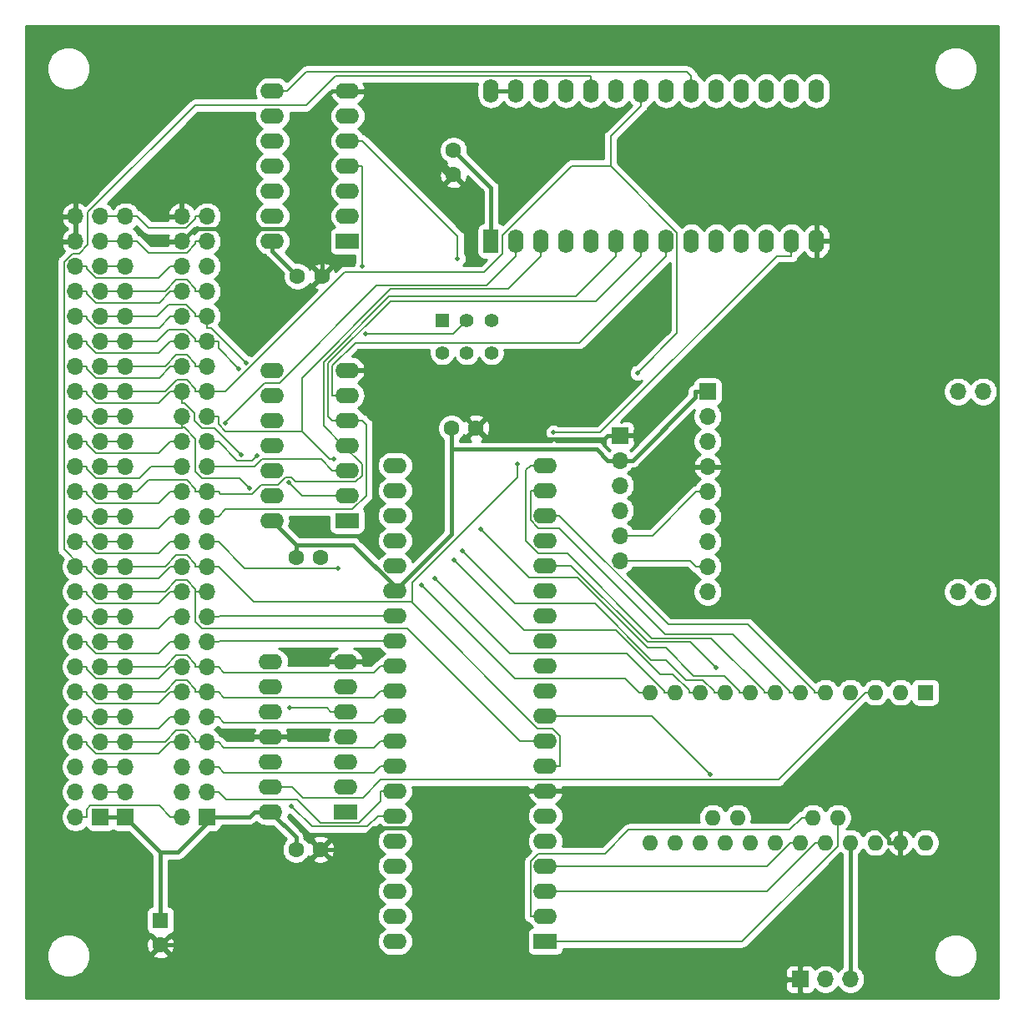
<source format=gtl>
G04 #@! TF.GenerationSoftware,KiCad,Pcbnew,(5.1.9)-1*
G04 #@! TF.CreationDate,2023-08-05T17:19:47+09:00*
G04 #@! TF.ProjectId,PC-8001_SD,50432d38-3030-4315-9f53-442e6b696361,rev?*
G04 #@! TF.SameCoordinates,PX53920b0PY93c3260*
G04 #@! TF.FileFunction,Copper,L1,Top*
G04 #@! TF.FilePolarity,Positive*
%FSLAX46Y46*%
G04 Gerber Fmt 4.6, Leading zero omitted, Abs format (unit mm)*
G04 Created by KiCad (PCBNEW (5.1.9)-1) date 2023-08-05 17:19:47*
%MOMM*%
%LPD*%
G01*
G04 APERTURE LIST*
G04 #@! TA.AperFunction,ComponentPad*
%ADD10C,1.600000*%
G04 #@! TD*
G04 #@! TA.AperFunction,ComponentPad*
%ADD11R,1.600000X2.400000*%
G04 #@! TD*
G04 #@! TA.AperFunction,ComponentPad*
%ADD12O,1.600000X2.400000*%
G04 #@! TD*
G04 #@! TA.AperFunction,ComponentPad*
%ADD13R,2.400000X1.600000*%
G04 #@! TD*
G04 #@! TA.AperFunction,ComponentPad*
%ADD14O,2.400000X1.600000*%
G04 #@! TD*
G04 #@! TA.AperFunction,ComponentPad*
%ADD15R,1.600000X1.600000*%
G04 #@! TD*
G04 #@! TA.AperFunction,ComponentPad*
%ADD16R,1.700000X1.700000*%
G04 #@! TD*
G04 #@! TA.AperFunction,ComponentPad*
%ADD17O,1.700000X1.700000*%
G04 #@! TD*
G04 #@! TA.AperFunction,ComponentPad*
%ADD18O,1.600000X1.600000*%
G04 #@! TD*
G04 #@! TA.AperFunction,ComponentPad*
%ADD19R,1.400000X1.400000*%
G04 #@! TD*
G04 #@! TA.AperFunction,ComponentPad*
%ADD20C,1.400000*%
G04 #@! TD*
G04 #@! TA.AperFunction,ViaPad*
%ADD21C,0.500000*%
G04 #@! TD*
G04 #@! TA.AperFunction,Conductor*
%ADD22C,0.400000*%
G04 #@! TD*
G04 #@! TA.AperFunction,Conductor*
%ADD23C,0.200000*%
G04 #@! TD*
G04 #@! TA.AperFunction,Conductor*
%ADD24C,0.254000*%
G04 #@! TD*
G04 #@! TA.AperFunction,Conductor*
%ADD25C,0.100000*%
G04 #@! TD*
G04 APERTURE END LIST*
D10*
X43852000Y58522000D03*
X46352000Y58522000D03*
D11*
X47877000Y77486000D03*
D12*
X80897000Y92726000D03*
X50417000Y77486000D03*
X78357000Y92726000D03*
X52957000Y77486000D03*
X75817000Y92726000D03*
X55497000Y77486000D03*
X73277000Y92726000D03*
X58037000Y77486000D03*
X70737000Y92726000D03*
X60577000Y77486000D03*
X68197000Y92726000D03*
X63117000Y77486000D03*
X65657000Y92726000D03*
X65657000Y77486000D03*
X63117000Y92726000D03*
X68197000Y77486000D03*
X60577000Y92726000D03*
X70737000Y77486000D03*
X58037000Y92726000D03*
X73277000Y77486000D03*
X55497000Y92726000D03*
X75817000Y77486000D03*
X52957000Y92726000D03*
X78357000Y77486000D03*
X50417000Y92726000D03*
X80897000Y77486000D03*
X47877000Y92726000D03*
D13*
X53377000Y6452000D03*
D14*
X38137000Y54712000D03*
X53377000Y8992000D03*
X38137000Y52172000D03*
X53377000Y11532000D03*
X38137000Y49632000D03*
X53377000Y14072000D03*
X38137000Y47092000D03*
X53377000Y16612000D03*
X38137000Y44552000D03*
X53377000Y19152000D03*
X38137000Y42012000D03*
X53377000Y21692000D03*
X38137000Y39472000D03*
X53377000Y24232000D03*
X38137000Y36932000D03*
X53377000Y26772000D03*
X38137000Y34392000D03*
X53377000Y29312000D03*
X38137000Y31852000D03*
X53377000Y31852000D03*
X38137000Y29312000D03*
X53377000Y34392000D03*
X38137000Y26772000D03*
X53377000Y36932000D03*
X38137000Y24232000D03*
X53377000Y39472000D03*
X38137000Y21692000D03*
X53377000Y42012000D03*
X38137000Y19152000D03*
X53377000Y44552000D03*
X38137000Y16612000D03*
X53377000Y47092000D03*
X38137000Y14072000D03*
X53377000Y49632000D03*
X38137000Y11532000D03*
X53377000Y52172000D03*
X38137000Y8992000D03*
X53377000Y54712000D03*
X38137000Y6452000D03*
D10*
X44067000Y86711000D03*
X44067000Y84211000D03*
D15*
X14335000Y8570000D03*
D10*
X14335000Y6070000D03*
X30584000Y15774000D03*
X28084000Y15774000D03*
X28107000Y45403000D03*
X30607000Y45403000D03*
X30734000Y73914000D03*
X28234000Y73914000D03*
D14*
X25504000Y19584000D03*
X33124000Y34824000D03*
X25504000Y22124000D03*
X33124000Y32284000D03*
X25504000Y24664000D03*
X33124000Y29744000D03*
X25504000Y27204000D03*
X33124000Y27204000D03*
X25504000Y29744000D03*
X33124000Y24664000D03*
X25504000Y32284000D03*
X33124000Y22124000D03*
X25504000Y34824000D03*
D13*
X33124000Y19584000D03*
X33319000Y77474000D03*
D14*
X25699000Y92714000D03*
X33319000Y80014000D03*
X25699000Y90174000D03*
X33319000Y82554000D03*
X25699000Y87634000D03*
X33319000Y85094000D03*
X25699000Y85094000D03*
X33319000Y87634000D03*
X25699000Y82554000D03*
X33319000Y90174000D03*
X25699000Y80014000D03*
X33319000Y92714000D03*
X25699000Y77474000D03*
D16*
X8255000Y19050000D03*
D17*
X5715000Y19050000D03*
X8255000Y21590000D03*
X5715000Y21590000D03*
X8255000Y24130000D03*
X5715000Y24130000D03*
X8255000Y26670000D03*
X5715000Y26670000D03*
X8255000Y29210000D03*
X5715000Y29210000D03*
X8255000Y31750000D03*
X5715000Y31750000D03*
X8255000Y34290000D03*
X5715000Y34290000D03*
X8255000Y36830000D03*
X5715000Y36830000D03*
X8255000Y39370000D03*
X5715000Y39370000D03*
X8255000Y41910000D03*
X5715000Y41910000D03*
X8255000Y44450000D03*
X5715000Y44450000D03*
X8255000Y46990000D03*
X5715000Y46990000D03*
X8255000Y49530000D03*
X5715000Y49530000D03*
X8255000Y52070000D03*
X5715000Y52070000D03*
X8255000Y54610000D03*
X5715000Y54610000D03*
X8255000Y57150000D03*
X5715000Y57150000D03*
X8255000Y59690000D03*
X5715000Y59690000D03*
X8255000Y62230000D03*
X5715000Y62230000D03*
X8255000Y64770000D03*
X5715000Y64770000D03*
X8255000Y67310000D03*
X5715000Y67310000D03*
X8255000Y69850000D03*
X5715000Y69850000D03*
X8255000Y72390000D03*
X5715000Y72390000D03*
X8255000Y74930000D03*
X5715000Y74930000D03*
X8255000Y77470000D03*
X5715000Y77470000D03*
X8255000Y80010000D03*
X5715000Y80010000D03*
D16*
X10795000Y19050000D03*
D17*
X10795000Y21590000D03*
X10795000Y24130000D03*
X10795000Y26670000D03*
X10795000Y29210000D03*
X10795000Y31750000D03*
X10795000Y34290000D03*
X10795000Y36830000D03*
X10795000Y39370000D03*
X10795000Y41910000D03*
X10795000Y44450000D03*
X10795000Y46990000D03*
X10795000Y49530000D03*
X10795000Y52070000D03*
X10795000Y54610000D03*
X10795000Y57150000D03*
X10795000Y59690000D03*
X10795000Y62230000D03*
X10795000Y64770000D03*
X10795000Y67310000D03*
X10795000Y69850000D03*
X10795000Y72390000D03*
X10795000Y74930000D03*
X10795000Y77470000D03*
X10795000Y80010000D03*
D16*
X79248000Y2604000D03*
D17*
X81788000Y2604000D03*
X84328000Y2604000D03*
D13*
X33274000Y49149000D03*
D14*
X25654000Y64389000D03*
X33274000Y51689000D03*
X25654000Y61849000D03*
X33274000Y54229000D03*
X25654000Y59309000D03*
X33274000Y56769000D03*
X25654000Y56769000D03*
X33274000Y59309000D03*
X25654000Y54229000D03*
X33274000Y61849000D03*
X25654000Y51689000D03*
X33274000Y64389000D03*
X25654000Y49149000D03*
D16*
X69850000Y62230000D03*
D17*
X69850000Y59690000D03*
X69850000Y57150000D03*
X69850000Y54610000D03*
X69850000Y52070000D03*
X69850000Y49530000D03*
X69850000Y46990000D03*
X69850000Y44450000D03*
X69850000Y41910000D03*
X97790000Y41910000D03*
X95250000Y41910000D03*
X97790000Y62230000D03*
X95250000Y62230000D03*
D15*
X91935000Y31710000D03*
D18*
X89395000Y31710000D03*
X86855000Y31710000D03*
X63995000Y16470000D03*
X84315000Y31710000D03*
X66535000Y16470000D03*
X81775000Y31710000D03*
X69075000Y16470000D03*
X79235000Y31710000D03*
X71615000Y16470000D03*
X76695000Y31710000D03*
X74155000Y16470000D03*
X74155000Y31710000D03*
X76695000Y16470000D03*
X71615000Y31710000D03*
X79235000Y16470000D03*
X69075000Y31710000D03*
X81775000Y16470000D03*
X66535000Y31710000D03*
X84315000Y16470000D03*
X63995000Y31710000D03*
X86855000Y16470000D03*
X89395000Y16470000D03*
X91935000Y16470000D03*
X83045000Y19010000D03*
X80505000Y19010000D03*
X72885000Y19010000D03*
X70345000Y19010000D03*
D16*
X60960000Y57785000D03*
D17*
X60960000Y55245000D03*
X60960000Y52705000D03*
X60960000Y50165000D03*
X60960000Y47625000D03*
X60960000Y45085000D03*
D19*
X42926000Y69469000D03*
D20*
X45426000Y69469000D03*
X47926000Y69469000D03*
X42926000Y66169000D03*
X45426000Y66169000D03*
X47926000Y66169000D03*
D16*
X19050000Y19050000D03*
D17*
X16510000Y19050000D03*
X19050000Y21590000D03*
X16510000Y21590000D03*
X19050000Y24130000D03*
X16510000Y24130000D03*
X19050000Y26670000D03*
X16510000Y26670000D03*
X19050000Y29210000D03*
X16510000Y29210000D03*
X19050000Y31750000D03*
X16510000Y31750000D03*
X19050000Y34290000D03*
X16510000Y34290000D03*
X19050000Y36830000D03*
X16510000Y36830000D03*
X19050000Y39370000D03*
X16510000Y39370000D03*
X19050000Y41910000D03*
X16510000Y41910000D03*
X19050000Y44450000D03*
X16510000Y44450000D03*
X19050000Y46990000D03*
X16510000Y46990000D03*
X19050000Y49530000D03*
X16510000Y49530000D03*
X19050000Y52070000D03*
X16510000Y52070000D03*
X19050000Y54610000D03*
X16510000Y54610000D03*
X19050000Y57150000D03*
X16510000Y57150000D03*
X19050000Y59690000D03*
X16510000Y59690000D03*
X19050000Y62230000D03*
X16510000Y62230000D03*
X19050000Y64770000D03*
X16510000Y64770000D03*
X19050000Y67310000D03*
X16510000Y67310000D03*
X19050000Y69850000D03*
X16510000Y69850000D03*
X19050000Y72390000D03*
X16510000Y72390000D03*
X19050000Y74930000D03*
X16510000Y74930000D03*
X19050000Y77470000D03*
X16510000Y77470000D03*
X19050000Y80010000D03*
X16510000Y80010000D03*
D21*
X30584000Y27204000D03*
X34846000Y74959900D03*
X27608700Y20187800D03*
X54222700Y58049800D03*
X35125700Y68105700D03*
X50583200Y54890000D03*
X32321700Y44298200D03*
X20906900Y58987800D03*
X27361800Y52998600D03*
X24101400Y55686500D03*
X31923400Y55341700D03*
X27422700Y30154400D03*
X23373200Y52444800D03*
X62756500Y64131500D03*
X22534800Y55814600D03*
X22279100Y64562300D03*
X23068000Y65139200D03*
X46785300Y48237000D03*
X44988200Y46041700D03*
X44107900Y45161400D03*
X42211400Y43264900D03*
X40812300Y42582800D03*
X70104800Y23379000D03*
X70734300Y34176900D03*
X44497200Y75718700D03*
D22*
X60960000Y55245000D02*
X59709700Y55245000D01*
X43852000Y56355400D02*
X58599300Y56355400D01*
X58599300Y56355400D02*
X59709700Y55245000D01*
X43852000Y56355400D02*
X43852000Y47727000D01*
X43852000Y47727000D02*
X38353800Y42228800D01*
X43852000Y58522000D02*
X43852000Y56355400D01*
X28107000Y46696000D02*
X25654000Y49149000D01*
X28107000Y45403000D02*
X28107000Y46696000D01*
X38353800Y42228800D02*
X33886600Y46696000D01*
X33886600Y46696000D02*
X28107000Y46696000D01*
X38353800Y42228800D02*
X38137000Y42012000D01*
X69850000Y62230000D02*
X68599700Y62230000D01*
X60960000Y55245000D02*
X62210300Y55245000D01*
X62210300Y55245000D02*
X68599700Y61634400D01*
X68599700Y61634400D02*
X68599700Y62230000D01*
X28234000Y73914000D02*
X25699000Y76449000D01*
X25699000Y76449000D02*
X25699000Y77474000D01*
X19675200Y19050000D02*
X23369700Y19050000D01*
X23369700Y19050000D02*
X23903700Y19584000D01*
X14335000Y15510000D02*
X16135200Y15510000D01*
X16135200Y15510000D02*
X19675200Y19050000D01*
X25504000Y19584000D02*
X23903700Y19584000D01*
X14335000Y15510000D02*
X10795000Y19050000D01*
X14335000Y8570000D02*
X14335000Y15510000D01*
X19050000Y19050000D02*
X19675200Y19050000D01*
X44067000Y86711000D02*
X47877000Y82901000D01*
X47877000Y82901000D02*
X47877000Y77486000D01*
X47877000Y92726000D02*
X50417000Y92726000D01*
X84328000Y2604000D02*
X84328000Y3854300D01*
X84315000Y16470000D02*
X84315000Y3867300D01*
X84315000Y3867300D02*
X84328000Y3854300D01*
X28084000Y15774000D02*
X28084000Y17004000D01*
X28084000Y17004000D02*
X25504000Y19584000D01*
X10795000Y19050000D02*
X8255000Y19050000D01*
X27735200Y78744000D02*
X27735200Y88730500D01*
X27735200Y88730500D02*
X31718700Y92714000D01*
X30734000Y73914000D02*
X30734000Y75745200D01*
X30734000Y75745200D02*
X27735200Y78744000D01*
X16510000Y77470000D02*
X17784000Y78744000D01*
X17784000Y78744000D02*
X27735200Y78744000D01*
X33319000Y92714000D02*
X31718700Y92714000D01*
X46352000Y58522000D02*
X47475300Y57398700D01*
X47475300Y57398700D02*
X59323400Y57398700D01*
X59323400Y57398700D02*
X59709700Y57785000D01*
X30584000Y15774000D02*
X33718900Y15774000D01*
X33718900Y15774000D02*
X35883600Y17938700D01*
X35883600Y17938700D02*
X48023400Y17938700D01*
X48023400Y17938700D02*
X51776700Y21692000D01*
X34919300Y92714000D02*
X43422300Y84211000D01*
X43422300Y84211000D02*
X44067000Y84211000D01*
X27104300Y27204000D02*
X30584000Y27204000D01*
X33319000Y92714000D02*
X34919300Y92714000D01*
X30584000Y15774000D02*
X20880000Y6070000D01*
X20880000Y6070000D02*
X14335000Y6070000D01*
X60960000Y57785000D02*
X59709700Y57785000D01*
X33274000Y64389000D02*
X40485000Y64389000D01*
X40485000Y64389000D02*
X46352000Y58522000D01*
X25504000Y27204000D02*
X27104300Y27204000D01*
X53377000Y21692000D02*
X51776700Y21692000D01*
X89395000Y16470000D02*
X88194700Y16470000D01*
X88194700Y16470000D02*
X88194700Y16845100D01*
X88194700Y16845100D02*
X83347800Y21692000D01*
X83347800Y21692000D02*
X53377000Y21692000D01*
D23*
X33319000Y85094000D02*
X34819300Y85094000D01*
X34819300Y85094000D02*
X34819300Y74986600D01*
X34819300Y74986600D02*
X34846000Y74959900D01*
X27608700Y20187800D02*
X29713200Y18083300D01*
X29713200Y18083300D02*
X35320600Y18083300D01*
X35320600Y18083300D02*
X36389300Y19152000D01*
X36389300Y19152000D02*
X36636700Y19152000D01*
X38137000Y19152000D02*
X36636700Y19152000D01*
X38137000Y21692000D02*
X36636700Y21692000D01*
X36636700Y21692000D02*
X36636700Y20660500D01*
X36636700Y20660500D02*
X34459800Y18483600D01*
X34459800Y18483600D02*
X30538000Y18483600D01*
X30538000Y18483600D02*
X28198000Y20823600D01*
X28198000Y20823600D02*
X20966700Y20823600D01*
X20966700Y20823600D02*
X20200300Y21590000D01*
X19050000Y21590000D02*
X20200300Y21590000D01*
X10795000Y21590000D02*
X8255000Y21590000D01*
X38137000Y24232000D02*
X36636700Y24232000D01*
X19050000Y24130000D02*
X20200300Y24130000D01*
X20200300Y24130000D02*
X20771800Y23558500D01*
X20771800Y23558500D02*
X35963200Y23558500D01*
X35963200Y23558500D02*
X36636700Y24232000D01*
X10795000Y24130000D02*
X8255000Y24130000D01*
X78357000Y77486000D02*
X78357000Y75985700D01*
X54222700Y58049800D02*
X58920800Y58049800D01*
X58920800Y58049800D02*
X76856700Y75985700D01*
X76856700Y75985700D02*
X78357000Y75985700D01*
X38137000Y26772000D02*
X36636700Y26772000D01*
X19050000Y26670000D02*
X20200300Y26670000D01*
X20200300Y26670000D02*
X20771800Y26098500D01*
X20771800Y26098500D02*
X35963200Y26098500D01*
X35963200Y26098500D02*
X36636700Y26772000D01*
X18474900Y26670000D02*
X19050000Y26670000D01*
X18474900Y26670000D02*
X17899700Y26670000D01*
X10795000Y26670000D02*
X8255000Y26670000D01*
X17899700Y26670000D02*
X17899700Y26957600D01*
X17899700Y26957600D02*
X17018000Y27839300D01*
X17018000Y27839300D02*
X15962700Y27839300D01*
X15962700Y27839300D02*
X14793400Y26670000D01*
X14793400Y26670000D02*
X10795000Y26670000D01*
X38137000Y29312000D02*
X36636700Y29312000D01*
X19050000Y29210000D02*
X20200300Y29210000D01*
X20200300Y29210000D02*
X20766700Y28643600D01*
X20766700Y28643600D02*
X35968300Y28643600D01*
X35968300Y28643600D02*
X36636700Y29312000D01*
X10795000Y29210000D02*
X8255000Y29210000D01*
X38137000Y31852000D02*
X36636700Y31852000D01*
X19050000Y31750000D02*
X20200300Y31750000D01*
X20200300Y31750000D02*
X20769500Y31180800D01*
X20769500Y31180800D02*
X35965500Y31180800D01*
X35965500Y31180800D02*
X36636700Y31852000D01*
X18474900Y31750000D02*
X19050000Y31750000D01*
X18474900Y31750000D02*
X17899700Y31750000D01*
X10795000Y31750000D02*
X8255000Y31750000D01*
X17899700Y31750000D02*
X17899700Y32037600D01*
X17899700Y32037600D02*
X17018000Y32919300D01*
X17018000Y32919300D02*
X15962700Y32919300D01*
X15962700Y32919300D02*
X14793400Y31750000D01*
X14793400Y31750000D02*
X10795000Y31750000D01*
X35125700Y68105700D02*
X44062700Y68105700D01*
X44062700Y68105700D02*
X45426000Y69469000D01*
X5715000Y31750000D02*
X6865300Y31750000D01*
X16510000Y31750000D02*
X15359700Y31750000D01*
X15359700Y31750000D02*
X14169100Y30559400D01*
X14169100Y30559400D02*
X7817500Y30559400D01*
X7817500Y30559400D02*
X6865300Y31511600D01*
X6865300Y31511600D02*
X6865300Y31750000D01*
X38137000Y34392000D02*
X36636700Y34392000D01*
X19050000Y34290000D02*
X20200300Y34290000D01*
X20200300Y34290000D02*
X20771800Y33718500D01*
X20771800Y33718500D02*
X35963200Y33718500D01*
X35963200Y33718500D02*
X36636700Y34392000D01*
X18474900Y34290000D02*
X19050000Y34290000D01*
X18474900Y34290000D02*
X17899700Y34290000D01*
X10795000Y34290000D02*
X8255000Y34290000D01*
X17899700Y34290000D02*
X17899700Y34577600D01*
X17899700Y34577600D02*
X17018000Y35459300D01*
X17018000Y35459300D02*
X15962700Y35459300D01*
X15962700Y35459300D02*
X14793400Y34290000D01*
X14793400Y34290000D02*
X10795000Y34290000D01*
X19050000Y36830000D02*
X20200300Y36830000D01*
X36636700Y36932000D02*
X20302300Y36932000D01*
X20302300Y36932000D02*
X20200300Y36830000D01*
X38137000Y36932000D02*
X36636700Y36932000D01*
X10795000Y36830000D02*
X8255000Y36830000D01*
X36636700Y39472000D02*
X20302300Y39472000D01*
X20302300Y39472000D02*
X20200300Y39370000D01*
X38137000Y39472000D02*
X36636700Y39472000D01*
X19050000Y39370000D02*
X20200300Y39370000D01*
X10795000Y39370000D02*
X8255000Y39370000D01*
X17899700Y41910000D02*
X17899700Y38831800D01*
X17899700Y38831800D02*
X18529500Y38202000D01*
X18529500Y38202000D02*
X39387400Y38202000D01*
X39387400Y38202000D02*
X50817400Y26772000D01*
X50817400Y26772000D02*
X53377000Y26772000D01*
X17999800Y41910000D02*
X17899700Y41910000D01*
X19050000Y41910000D02*
X17999800Y41910000D01*
X17899700Y41910000D02*
X17899700Y42197600D01*
X17899700Y42197600D02*
X17018000Y43079300D01*
X17018000Y43079300D02*
X15962700Y43079300D01*
X15962700Y43079300D02*
X14793400Y41910000D01*
X14793400Y41910000D02*
X10795000Y41910000D01*
X10795000Y41910000D02*
X8255000Y41910000D01*
X5715000Y41910000D02*
X6865300Y41910000D01*
X16510000Y41910000D02*
X15359700Y41910000D01*
X15359700Y41910000D02*
X14169100Y40719400D01*
X14169100Y40719400D02*
X7817500Y40719400D01*
X7817500Y40719400D02*
X6865300Y41671600D01*
X6865300Y41671600D02*
X6865300Y41910000D01*
X39772300Y40877100D02*
X39907300Y41012100D01*
X39907300Y41012100D02*
X39907300Y42850700D01*
X39907300Y42850700D02*
X50583200Y53526600D01*
X50583200Y53526600D02*
X50583200Y54890000D01*
X20200300Y44450000D02*
X23773300Y40877000D01*
X23773300Y40877000D02*
X39772200Y40877000D01*
X39772200Y40877000D02*
X39772300Y40877100D01*
X39772300Y40877100D02*
X52607300Y28042000D01*
X52607300Y28042000D02*
X54070600Y28042000D01*
X54070600Y28042000D02*
X54877300Y27235300D01*
X54877300Y27235300D02*
X54877300Y24232000D01*
X53377000Y24232000D02*
X54877300Y24232000D01*
X19050000Y44450000D02*
X20200300Y44450000D01*
X18474900Y44450000D02*
X19050000Y44450000D01*
X18474900Y44450000D02*
X17899700Y44450000D01*
X17899700Y44450000D02*
X17899700Y44737600D01*
X17899700Y44737600D02*
X17018000Y45619300D01*
X17018000Y45619300D02*
X15962700Y45619300D01*
X15962700Y45619300D02*
X14793400Y44450000D01*
X14793400Y44450000D02*
X10795000Y44450000D01*
X10795000Y44450000D02*
X8255000Y44450000D01*
X6290200Y44450000D02*
X4542100Y46198100D01*
X4542100Y46198100D02*
X4542100Y75396900D01*
X4542100Y75396900D02*
X5384700Y76239500D01*
X5384700Y76239500D02*
X6116500Y76239500D01*
X6116500Y76239500D02*
X6985000Y77108000D01*
X6985000Y77108000D02*
X6985000Y80400600D01*
X6985000Y80400600D02*
X17858800Y91274400D01*
X17858800Y91274400D02*
X29117400Y91274400D01*
X29117400Y91274400D02*
X32069300Y94226300D01*
X32069300Y94226300D02*
X58037000Y94226300D01*
X58037000Y92726000D02*
X58037000Y94226300D01*
X6290200Y44450000D02*
X6865300Y44450000D01*
X5715000Y44450000D02*
X6290200Y44450000D01*
X16510000Y44450000D02*
X15359700Y44450000D01*
X15359700Y44450000D02*
X14169100Y43259400D01*
X14169100Y43259400D02*
X7817500Y43259400D01*
X7817500Y43259400D02*
X6865300Y44211600D01*
X6865300Y44211600D02*
X6865300Y44450000D01*
X32321700Y44298200D02*
X22892100Y44298200D01*
X22892100Y44298200D02*
X20200300Y46990000D01*
X19050000Y46990000D02*
X20200300Y46990000D01*
X65657000Y77486000D02*
X65657000Y75985700D01*
X33274000Y61849000D02*
X31773700Y61849000D01*
X31773700Y61849000D02*
X31773700Y64845200D01*
X31773700Y64845200D02*
X34097900Y67169400D01*
X34097900Y67169400D02*
X56840700Y67169400D01*
X56840700Y67169400D02*
X65657000Y75985700D01*
X10795000Y46990000D02*
X8255000Y46990000D01*
X16510000Y46990000D02*
X15359700Y46990000D01*
X5715000Y46990000D02*
X6865300Y46990000D01*
X15359700Y46990000D02*
X14169100Y45799400D01*
X14169100Y45799400D02*
X7817500Y45799400D01*
X7817500Y45799400D02*
X6865300Y46751600D01*
X6865300Y46751600D02*
X6865300Y46990000D01*
X33274000Y59309000D02*
X34774300Y59309000D01*
X19050000Y49530000D02*
X20200300Y49530000D01*
X20200300Y49530000D02*
X20947700Y50277400D01*
X20947700Y50277400D02*
X33829900Y50277400D01*
X33829900Y50277400D02*
X35197000Y51644500D01*
X35197000Y51644500D02*
X35197000Y58886300D01*
X35197000Y58886300D02*
X34774300Y59309000D01*
X31773700Y59309000D02*
X31369800Y59712900D01*
X31369800Y59712900D02*
X31369800Y65128400D01*
X31369800Y65128400D02*
X37658100Y71416700D01*
X37658100Y71416700D02*
X58548000Y71416700D01*
X58548000Y71416700D02*
X63117000Y75985700D01*
X63117000Y77486000D02*
X63117000Y75985700D01*
X33274000Y59309000D02*
X31773700Y59309000D01*
X10795000Y49530000D02*
X8255000Y49530000D01*
X5715000Y49530000D02*
X6865300Y49530000D01*
X16510000Y49530000D02*
X15359700Y49530000D01*
X15359700Y49530000D02*
X14169100Y48339400D01*
X14169100Y48339400D02*
X7817500Y48339400D01*
X7817500Y48339400D02*
X6865300Y49291600D01*
X6865300Y49291600D02*
X6865300Y49530000D01*
X60577000Y77486000D02*
X60577000Y75985700D01*
X32891400Y56769000D02*
X30914400Y58746000D01*
X30914400Y58746000D02*
X30914400Y65239900D01*
X30914400Y65239900D02*
X37550200Y71875700D01*
X37550200Y71875700D02*
X56467000Y71875700D01*
X56467000Y71875700D02*
X60577000Y75985700D01*
X20200300Y52070000D02*
X20411200Y51859100D01*
X20411200Y51859100D02*
X23603000Y51859100D01*
X23603000Y51859100D02*
X24533300Y52789400D01*
X24533300Y52789400D02*
X26263000Y52789400D01*
X26263000Y52789400D02*
X27022500Y53548900D01*
X27022500Y53548900D02*
X27589800Y53548900D01*
X27589800Y53548900D02*
X28028000Y53110700D01*
X28028000Y53110700D02*
X34169100Y53110700D01*
X34169100Y53110700D02*
X34774300Y53715900D01*
X34774300Y53715900D02*
X34774300Y54886100D01*
X34774300Y54886100D02*
X32891400Y56769000D01*
X19050000Y52070000D02*
X20200300Y52070000D01*
X33274000Y56769000D02*
X32891400Y56769000D01*
X10795000Y52070000D02*
X11945300Y52070000D01*
X19050000Y52070000D02*
X17899700Y52070000D01*
X17899700Y52070000D02*
X17899700Y52357600D01*
X17899700Y52357600D02*
X17029400Y53227900D01*
X17029400Y53227900D02*
X13103200Y53227900D01*
X13103200Y53227900D02*
X11945300Y52070000D01*
X10795000Y52070000D02*
X8255000Y52070000D01*
X50417000Y77486000D02*
X50417000Y75985700D01*
X20906900Y58987800D02*
X20906900Y59085300D01*
X20906900Y59085300D02*
X24940600Y63119000D01*
X24940600Y63119000D02*
X26383200Y63119000D01*
X26383200Y63119000D02*
X36282500Y73018300D01*
X36282500Y73018300D02*
X47449600Y73018300D01*
X47449600Y73018300D02*
X50417000Y75985700D01*
X5715000Y52070000D02*
X6865300Y52070000D01*
X16510000Y52070000D02*
X15359700Y52070000D01*
X15359700Y52070000D02*
X14169100Y50879400D01*
X14169100Y50879400D02*
X7817500Y50879400D01*
X7817500Y50879400D02*
X6865300Y51831600D01*
X6865300Y51831600D02*
X6865300Y52070000D01*
X20200300Y54610000D02*
X23859100Y54610000D01*
X23859100Y54610000D02*
X24609100Y55360000D01*
X24609100Y55360000D02*
X30642700Y55360000D01*
X30642700Y55360000D02*
X31773700Y54229000D01*
X33131400Y54229000D02*
X33274000Y54229000D01*
X33131400Y54229000D02*
X31773700Y54229000D01*
X19050000Y54610000D02*
X20200300Y54610000D01*
X8255000Y54610000D02*
X10795000Y54610000D01*
X5715000Y54610000D02*
X6865300Y54610000D01*
X16510000Y54610000D02*
X13370800Y54610000D01*
X13370800Y54610000D02*
X12180200Y53419400D01*
X12180200Y53419400D02*
X7817500Y53419400D01*
X7817500Y53419400D02*
X6865300Y54371600D01*
X6865300Y54371600D02*
X6865300Y54610000D01*
X20200300Y57150000D02*
X22111900Y55238400D01*
X22111900Y55238400D02*
X23653300Y55238400D01*
X23653300Y55238400D02*
X24101400Y55686500D01*
X31773700Y51689000D02*
X28671400Y51689000D01*
X28671400Y51689000D02*
X27361800Y52998600D01*
X19050000Y57150000D02*
X20200300Y57150000D01*
X33274000Y51689000D02*
X31773700Y51689000D01*
X10795000Y57150000D02*
X8255000Y57150000D01*
X5715000Y57150000D02*
X6865300Y57150000D01*
X16510000Y57150000D02*
X15359700Y57150000D01*
X15359700Y57150000D02*
X14169100Y55959400D01*
X14169100Y55959400D02*
X7817500Y55959400D01*
X7817500Y55959400D02*
X6865300Y56911600D01*
X6865300Y56911600D02*
X6865300Y57150000D01*
X20200300Y59690000D02*
X20200300Y58916200D01*
X20200300Y58916200D02*
X20922700Y58193800D01*
X20922700Y58193800D02*
X28670900Y58193800D01*
X28670900Y58193800D02*
X31523000Y55341700D01*
X31523000Y55341700D02*
X31923400Y55341700D01*
X28670900Y58193800D02*
X28670900Y63580300D01*
X28670900Y63580300D02*
X37708500Y72617900D01*
X37708500Y72617900D02*
X49589200Y72617900D01*
X49589200Y72617900D02*
X52957000Y75985700D01*
X52957000Y77486000D02*
X52957000Y75985700D01*
X19050000Y59690000D02*
X20200300Y59690000D01*
X10795000Y59690000D02*
X8255000Y59690000D01*
X33124000Y29744000D02*
X31623700Y29744000D01*
X27422700Y30154400D02*
X31213300Y30154400D01*
X31213300Y30154400D02*
X31623700Y29744000D01*
X16510000Y58562700D02*
X16767600Y58562700D01*
X16767600Y58562700D02*
X17899600Y57430700D01*
X17899600Y57430700D02*
X17899600Y54105000D01*
X17899600Y54105000D02*
X18545000Y53459600D01*
X18545000Y53459600D02*
X22358400Y53459600D01*
X22358400Y53459600D02*
X23373200Y52444800D01*
X6865300Y59690000D02*
X6865300Y59451600D01*
X6865300Y59451600D02*
X7777200Y58539700D01*
X7777200Y58539700D02*
X16487000Y58539700D01*
X16487000Y58539700D02*
X16510000Y58562700D01*
X16510000Y59690000D02*
X16510000Y58562700D01*
X5715000Y59690000D02*
X6865300Y59690000D01*
X59995800Y85106000D02*
X56019100Y85106000D01*
X56019100Y85106000D02*
X49005400Y78092300D01*
X49005400Y78092300D02*
X49005400Y76188000D01*
X49005400Y76188000D02*
X47138900Y74321500D01*
X47138900Y74321500D02*
X33028600Y74321500D01*
X33028600Y74321500D02*
X20937100Y62230000D01*
X20937100Y62230000D02*
X20200300Y62230000D01*
X59995800Y85106000D02*
X66760300Y78341500D01*
X66760300Y78341500D02*
X66760300Y68135300D01*
X66760300Y68135300D02*
X62756500Y64131500D01*
X59995800Y85106000D02*
X59995800Y88104500D01*
X59995800Y88104500D02*
X63117000Y91225700D01*
X19050000Y62230000D02*
X20200300Y62230000D01*
X19050000Y62230000D02*
X17899700Y62230000D01*
X17899700Y62230000D02*
X17899700Y62517600D01*
X17899700Y62517600D02*
X17003300Y63414000D01*
X17003300Y63414000D02*
X15977400Y63414000D01*
X15977400Y63414000D02*
X14793400Y62230000D01*
X14793400Y62230000D02*
X10795000Y62230000D01*
X63117000Y92726000D02*
X63117000Y91225700D01*
X10795000Y62230000D02*
X8255000Y62230000D01*
X16510000Y61079700D02*
X16748300Y61079700D01*
X16748300Y61079700D02*
X17780000Y60048000D01*
X17780000Y60048000D02*
X17780000Y59271500D01*
X17780000Y59271500D02*
X18511900Y58539600D01*
X18511900Y58539600D02*
X19809800Y58539600D01*
X19809800Y58539600D02*
X22534800Y55814600D01*
X16510000Y62230000D02*
X16510000Y61079700D01*
X5715000Y62230000D02*
X6865300Y62230000D01*
X16510000Y62230000D02*
X15359700Y62230000D01*
X15359700Y62230000D02*
X14169100Y61039400D01*
X14169100Y61039400D02*
X7817500Y61039400D01*
X7817500Y61039400D02*
X6865300Y61991600D01*
X6865300Y61991600D02*
X6865300Y62230000D01*
X27004300Y22124000D02*
X27717800Y22124000D01*
X27717800Y22124000D02*
X28818100Y21023700D01*
X28818100Y21023700D02*
X34891400Y21023700D01*
X34891400Y21023700D02*
X36696400Y22828700D01*
X36696400Y22828700D02*
X77010900Y22828700D01*
X77010900Y22828700D02*
X85754700Y31572500D01*
X85754700Y31572500D02*
X85754700Y31710000D01*
X25504000Y22124000D02*
X27004300Y22124000D01*
X86855000Y31710000D02*
X85754700Y31710000D01*
X19050000Y64770000D02*
X17899700Y64770000D01*
X17899700Y64770000D02*
X17899700Y65057600D01*
X17899700Y65057600D02*
X17018000Y65939300D01*
X17018000Y65939300D02*
X15962700Y65939300D01*
X15962700Y65939300D02*
X14793400Y64770000D01*
X14793400Y64770000D02*
X10795000Y64770000D01*
X10795000Y64770000D02*
X8255000Y64770000D01*
X19050000Y67310000D02*
X17899700Y67310000D01*
X10795000Y67310000D02*
X13934200Y67310000D01*
X13934200Y67310000D02*
X15134000Y68509800D01*
X15134000Y68509800D02*
X16938200Y68509800D01*
X16938200Y68509800D02*
X17899700Y67548300D01*
X17899700Y67548300D02*
X17899700Y67310000D01*
X8255000Y67310000D02*
X10795000Y67310000D01*
X19050000Y67310000D02*
X20200300Y67310000D01*
X20200300Y67310000D02*
X20200300Y66641100D01*
X20200300Y66641100D02*
X22279100Y64562300D01*
X10795000Y69850000D02*
X8255000Y69850000D01*
X17899700Y69850000D02*
X17899700Y70088300D01*
X17899700Y70088300D02*
X16947400Y71040600D01*
X16947400Y71040600D02*
X15124800Y71040600D01*
X15124800Y71040600D02*
X13934200Y69850000D01*
X13934200Y69850000D02*
X10795000Y69850000D01*
X19050000Y69850000D02*
X19050000Y68699700D01*
X19050000Y68699700D02*
X19507500Y68699700D01*
X19507500Y68699700D02*
X23068000Y65139200D01*
X19050000Y69850000D02*
X18474900Y69850000D01*
X18474900Y69850000D02*
X17899700Y69850000D01*
X68197000Y92726000D02*
X68197000Y94226300D01*
X25699000Y92714000D02*
X27199300Y92714000D01*
X27199300Y92714000D02*
X29142300Y94657000D01*
X29142300Y94657000D02*
X67766300Y94657000D01*
X67766300Y94657000D02*
X68197000Y94226300D01*
X83045000Y19010000D02*
X83045000Y16128900D01*
X83045000Y16128900D02*
X73368100Y6452000D01*
X73368100Y6452000D02*
X53377000Y6452000D01*
X74155000Y31710000D02*
X73054700Y31710000D01*
X73054700Y31710000D02*
X73054700Y31847500D01*
X73054700Y31847500D02*
X71525700Y33376500D01*
X71525700Y33376500D02*
X68418600Y33376500D01*
X68418600Y33376500D02*
X65582200Y36212900D01*
X65582200Y36212900D02*
X63781900Y36212900D01*
X63781900Y36212900D02*
X56668200Y43326600D01*
X56668200Y43326600D02*
X51695700Y43326600D01*
X51695700Y43326600D02*
X46785300Y48237000D01*
X80505000Y19010000D02*
X79404700Y19010000D01*
X53377000Y8992000D02*
X51876700Y8992000D01*
X51876700Y8992000D02*
X51876700Y14535800D01*
X51876700Y14535800D02*
X52682900Y15342000D01*
X52682900Y15342000D02*
X59407500Y15342000D01*
X59407500Y15342000D02*
X61843200Y17777700D01*
X61843200Y17777700D02*
X78172400Y17777700D01*
X78172400Y17777700D02*
X79404700Y19010000D01*
X44988200Y46041700D02*
X50287900Y40742000D01*
X50287900Y40742000D02*
X58404000Y40742000D01*
X58404000Y40742000D02*
X64133900Y35012100D01*
X64133900Y35012100D02*
X65586000Y35012100D01*
X65586000Y35012100D02*
X67622000Y32976100D01*
X67622000Y32976100D02*
X69386300Y32976100D01*
X69386300Y32976100D02*
X70514700Y31847700D01*
X70514700Y31847700D02*
X70514700Y31710000D01*
X71615000Y31710000D02*
X70514700Y31710000D01*
X81775000Y16470000D02*
X80674700Y16470000D01*
X80674700Y16470000D02*
X80674700Y16332500D01*
X80674700Y16332500D02*
X75874200Y11532000D01*
X75874200Y11532000D02*
X53377000Y11532000D01*
X44107900Y45161400D02*
X51208900Y38060400D01*
X51208900Y38060400D02*
X60519300Y38060400D01*
X60519300Y38060400D02*
X65010300Y33569400D01*
X65010300Y33569400D02*
X66288900Y33569400D01*
X66288900Y33569400D02*
X67974700Y31883600D01*
X67974700Y31883600D02*
X67974700Y31710000D01*
X69075000Y31710000D02*
X67974700Y31710000D01*
X53377000Y14072000D02*
X54877300Y14072000D01*
X78134700Y16470000D02*
X78134700Y16332500D01*
X78134700Y16332500D02*
X75874200Y14072000D01*
X75874200Y14072000D02*
X54877300Y14072000D01*
X79235000Y16470000D02*
X78134700Y16470000D01*
X65434700Y31710000D02*
X65434700Y31847700D01*
X65434700Y31847700D02*
X61620400Y35662000D01*
X61620400Y35662000D02*
X49814300Y35662000D01*
X49814300Y35662000D02*
X42211400Y43264900D01*
X66535000Y31710000D02*
X65434700Y31710000D01*
X63995000Y31710000D02*
X62894700Y31710000D01*
X62894700Y31710000D02*
X61482700Y33122000D01*
X61482700Y33122000D02*
X50273100Y33122000D01*
X50273100Y33122000D02*
X40812300Y42582800D01*
X70104800Y23379000D02*
X64171800Y29312000D01*
X64171800Y29312000D02*
X53377000Y29312000D01*
X70734300Y34176900D02*
X68098000Y36813200D01*
X68098000Y36813200D02*
X63748100Y36813200D01*
X63748100Y36813200D02*
X56009300Y44552000D01*
X56009300Y44552000D02*
X54877300Y44552000D01*
X53377000Y44552000D02*
X54877300Y44552000D01*
X53377000Y49632000D02*
X54877300Y49632000D01*
X81775000Y31710000D02*
X80674700Y31710000D01*
X80674700Y31710000D02*
X80674700Y31847500D01*
X80674700Y31847500D02*
X73947500Y38574700D01*
X73947500Y38574700D02*
X65843500Y38574700D01*
X65843500Y38574700D02*
X54877300Y49540900D01*
X54877300Y49540900D02*
X54877300Y49632000D01*
X78134700Y31710000D02*
X78134700Y31847700D01*
X78134700Y31847700D02*
X72368400Y37614000D01*
X72368400Y37614000D02*
X65529800Y37614000D01*
X65529800Y37614000D02*
X54781800Y48362000D01*
X54781800Y48362000D02*
X52683500Y48362000D01*
X52683500Y48362000D02*
X51876700Y49168800D01*
X51876700Y49168800D02*
X51876700Y52172000D01*
X53377000Y52172000D02*
X51876700Y52172000D01*
X79235000Y31710000D02*
X78134700Y31710000D01*
X53377000Y54712000D02*
X51876700Y54712000D01*
X76695000Y31710000D02*
X75594700Y31710000D01*
X75594700Y31710000D02*
X75594700Y31847500D01*
X75594700Y31847500D02*
X70228500Y37213700D01*
X70228500Y37213700D02*
X64218000Y37213700D01*
X64218000Y37213700D02*
X55609700Y45822000D01*
X55609700Y45822000D02*
X52688500Y45822000D01*
X52688500Y45822000D02*
X51436900Y47073600D01*
X51436900Y47073600D02*
X51436900Y54272200D01*
X51436900Y54272200D02*
X51876700Y54712000D01*
X69850000Y52070000D02*
X68699700Y52070000D01*
X60960000Y47625000D02*
X64254700Y47625000D01*
X64254700Y47625000D02*
X68699700Y52070000D01*
X69850000Y44450000D02*
X68699700Y44450000D01*
X60960000Y45085000D02*
X68064700Y45085000D01*
X68064700Y45085000D02*
X68699700Y44450000D01*
X34819300Y87634000D02*
X44497200Y77956100D01*
X44497200Y77956100D02*
X44497200Y75718700D01*
X33319000Y87634000D02*
X34819300Y87634000D01*
X16510000Y19050000D02*
X15359700Y19050000D01*
X5715000Y19050000D02*
X6865300Y19050000D01*
X6865300Y19050000D02*
X6865300Y19840800D01*
X6865300Y19840800D02*
X7235400Y20210900D01*
X7235400Y20210900D02*
X14198800Y20210900D01*
X14198800Y20210900D02*
X15359700Y19050000D01*
X5715000Y26670000D02*
X6865300Y26670000D01*
X16510000Y26670000D02*
X15359700Y26670000D01*
X15359700Y26670000D02*
X14169100Y25479400D01*
X14169100Y25479400D02*
X7817500Y25479400D01*
X7817500Y25479400D02*
X6865300Y26431600D01*
X6865300Y26431600D02*
X6865300Y26670000D01*
X5715000Y29210000D02*
X6865300Y29210000D01*
X16510000Y29210000D02*
X15359700Y29210000D01*
X15359700Y29210000D02*
X14169100Y28019400D01*
X14169100Y28019400D02*
X7817500Y28019400D01*
X7817500Y28019400D02*
X6865300Y28971600D01*
X6865300Y28971600D02*
X6865300Y29210000D01*
X5715000Y34290000D02*
X6865300Y34290000D01*
X16510000Y34290000D02*
X15359700Y34290000D01*
X15359700Y34290000D02*
X14169100Y33099400D01*
X14169100Y33099400D02*
X7817500Y33099400D01*
X7817500Y33099400D02*
X6865300Y34051600D01*
X6865300Y34051600D02*
X6865300Y34290000D01*
X5715000Y36830000D02*
X6865300Y36830000D01*
X16510000Y36830000D02*
X15359700Y36830000D01*
X15359700Y36830000D02*
X14169100Y35639400D01*
X14169100Y35639400D02*
X7817500Y35639400D01*
X7817500Y35639400D02*
X6865300Y36591600D01*
X6865300Y36591600D02*
X6865300Y36830000D01*
X5715000Y39370000D02*
X6865300Y39370000D01*
X16510000Y39370000D02*
X15359700Y39370000D01*
X15359700Y39370000D02*
X14169100Y38179400D01*
X14169100Y38179400D02*
X7817500Y38179400D01*
X7817500Y38179400D02*
X6865300Y39131600D01*
X6865300Y39131600D02*
X6865300Y39370000D01*
X5715000Y64770000D02*
X6865300Y64770000D01*
X16510000Y64770000D02*
X15359700Y64770000D01*
X15359700Y64770000D02*
X14198400Y63608700D01*
X14198400Y63608700D02*
X7788200Y63608700D01*
X7788200Y63608700D02*
X6865300Y64531600D01*
X6865300Y64531600D02*
X6865300Y64770000D01*
X5715000Y67310000D02*
X6865300Y67310000D01*
X16510000Y67310000D02*
X15359700Y67310000D01*
X15359700Y67310000D02*
X14169100Y66119400D01*
X14169100Y66119400D02*
X7817500Y66119400D01*
X7817500Y66119400D02*
X6865300Y67071600D01*
X6865300Y67071600D02*
X6865300Y67310000D01*
X5715000Y69850000D02*
X6865300Y69850000D01*
X16510000Y69850000D02*
X15359700Y69850000D01*
X15359700Y69850000D02*
X14198400Y68688700D01*
X14198400Y68688700D02*
X7788200Y68688700D01*
X7788200Y68688700D02*
X6865300Y69611600D01*
X6865300Y69611600D02*
X6865300Y69850000D01*
X10795000Y72390000D02*
X8255000Y72390000D01*
X17899700Y72390000D02*
X17899700Y72677600D01*
X17899700Y72677600D02*
X17018000Y73559300D01*
X17018000Y73559300D02*
X15962700Y73559300D01*
X15962700Y73559300D02*
X14793400Y72390000D01*
X14793400Y72390000D02*
X10795000Y72390000D01*
X19050000Y72390000D02*
X17899700Y72390000D01*
X5715000Y72390000D02*
X6865300Y72390000D01*
X16510000Y72390000D02*
X15359700Y72390000D01*
X15359700Y72390000D02*
X14198400Y71228700D01*
X14198400Y71228700D02*
X7788200Y71228700D01*
X7788200Y71228700D02*
X6865300Y72151600D01*
X6865300Y72151600D02*
X6865300Y72390000D01*
X10795000Y74930000D02*
X8255000Y74930000D01*
X5715000Y74930000D02*
X6865300Y74930000D01*
X16510000Y74930000D02*
X15359700Y74930000D01*
X15359700Y74930000D02*
X14169100Y73739400D01*
X14169100Y73739400D02*
X7817500Y73739400D01*
X7817500Y73739400D02*
X6865300Y74691600D01*
X6865300Y74691600D02*
X6865300Y74930000D01*
X10795000Y77470000D02*
X11945300Y77470000D01*
X19050000Y77470000D02*
X17899700Y77470000D01*
X17899700Y77470000D02*
X17899700Y77182400D01*
X17899700Y77182400D02*
X17029400Y76312100D01*
X17029400Y76312100D02*
X13103200Y76312100D01*
X13103200Y76312100D02*
X11945300Y77470000D01*
X10795000Y77470000D02*
X8255000Y77470000D01*
X10795000Y80010000D02*
X11945300Y80010000D01*
X19050000Y80010000D02*
X17899700Y80010000D01*
X17899700Y80010000D02*
X17899700Y79761100D01*
X17899700Y79761100D02*
X16958000Y78819400D01*
X16958000Y78819400D02*
X13135900Y78819400D01*
X13135900Y78819400D02*
X11945300Y80010000D01*
X10795000Y80010000D02*
X8255000Y80010000D01*
D24*
X99340000Y660000D02*
X660000Y660000D01*
X660000Y1754000D01*
X77759928Y1754000D01*
X77772188Y1629518D01*
X77808498Y1509820D01*
X77867463Y1399506D01*
X77946815Y1302815D01*
X78043506Y1223463D01*
X78153820Y1164498D01*
X78273518Y1128188D01*
X78398000Y1115928D01*
X78962250Y1119000D01*
X79121000Y1277750D01*
X79121000Y2477000D01*
X77921750Y2477000D01*
X77763000Y2318250D01*
X77759928Y1754000D01*
X660000Y1754000D01*
X660000Y5220128D01*
X2765000Y5220128D01*
X2765000Y4779872D01*
X2850890Y4348075D01*
X3019369Y3941331D01*
X3263962Y3575271D01*
X3575271Y3263962D01*
X3941331Y3019369D01*
X4348075Y2850890D01*
X4779872Y2765000D01*
X5220128Y2765000D01*
X5651925Y2850890D01*
X6058669Y3019369D01*
X6424729Y3263962D01*
X6614767Y3454000D01*
X77759928Y3454000D01*
X77763000Y2889750D01*
X77921750Y2731000D01*
X79121000Y2731000D01*
X79121000Y3930250D01*
X78962250Y4089000D01*
X78398000Y4092072D01*
X78273518Y4079812D01*
X78153820Y4043502D01*
X78043506Y3984537D01*
X77946815Y3905185D01*
X77867463Y3808494D01*
X77808498Y3698180D01*
X77772188Y3578482D01*
X77759928Y3454000D01*
X6614767Y3454000D01*
X6736038Y3575271D01*
X6980631Y3941331D01*
X7149110Y4348075D01*
X7235000Y4779872D01*
X7235000Y5077298D01*
X13521903Y5077298D01*
X13593486Y4833329D01*
X13848996Y4712429D01*
X14123184Y4643700D01*
X14405512Y4629783D01*
X14685130Y4671213D01*
X14951292Y4766397D01*
X15076514Y4833329D01*
X15148097Y5077298D01*
X14335000Y5890395D01*
X13521903Y5077298D01*
X7235000Y5077298D01*
X7235000Y5220128D01*
X7149110Y5651925D01*
X7005145Y5999488D01*
X12894783Y5999488D01*
X12936213Y5719870D01*
X13031397Y5453708D01*
X13098329Y5328486D01*
X13342298Y5256903D01*
X14155395Y6070000D01*
X14514605Y6070000D01*
X15327702Y5256903D01*
X15571671Y5328486D01*
X15692571Y5583996D01*
X15761300Y5858184D01*
X15775217Y6140512D01*
X15733787Y6420130D01*
X15638603Y6686292D01*
X15571671Y6811514D01*
X15327702Y6883097D01*
X14514605Y6070000D01*
X14155395Y6070000D01*
X13342298Y6883097D01*
X13098329Y6811514D01*
X12977429Y6556004D01*
X12908700Y6281816D01*
X12894783Y5999488D01*
X7005145Y5999488D01*
X6980631Y6058669D01*
X6736038Y6424729D01*
X6424729Y6736038D01*
X6058669Y6980631D01*
X5651925Y7149110D01*
X5220128Y7235000D01*
X4779872Y7235000D01*
X4348075Y7149110D01*
X3941331Y6980631D01*
X3575271Y6736038D01*
X3263962Y6424729D01*
X3019369Y6058669D01*
X2850890Y5651925D01*
X2765000Y5220128D01*
X660000Y5220128D01*
X660000Y75396900D01*
X3803544Y75396900D01*
X3807101Y75360785D01*
X3807100Y46234205D01*
X3803544Y46198100D01*
X3815925Y46072392D01*
X3817735Y46054016D01*
X3859763Y45915468D01*
X3928013Y45787781D01*
X4019862Y45675863D01*
X4047908Y45652846D01*
X4458424Y45242330D01*
X4399010Y45153411D01*
X4287068Y44883158D01*
X4230000Y44596260D01*
X4230000Y44303740D01*
X4287068Y44016842D01*
X4399010Y43746589D01*
X4561525Y43503368D01*
X4768368Y43296525D01*
X4942760Y43180000D01*
X4768368Y43063475D01*
X4561525Y42856632D01*
X4399010Y42613411D01*
X4287068Y42343158D01*
X4230000Y42056260D01*
X4230000Y41763740D01*
X4287068Y41476842D01*
X4399010Y41206589D01*
X4561525Y40963368D01*
X4768368Y40756525D01*
X4942760Y40640000D01*
X4768368Y40523475D01*
X4561525Y40316632D01*
X4399010Y40073411D01*
X4287068Y39803158D01*
X4230000Y39516260D01*
X4230000Y39223740D01*
X4287068Y38936842D01*
X4399010Y38666589D01*
X4561525Y38423368D01*
X4768368Y38216525D01*
X4942760Y38100000D01*
X4768368Y37983475D01*
X4561525Y37776632D01*
X4399010Y37533411D01*
X4287068Y37263158D01*
X4230000Y36976260D01*
X4230000Y36683740D01*
X4287068Y36396842D01*
X4399010Y36126589D01*
X4561525Y35883368D01*
X4768368Y35676525D01*
X4942760Y35560000D01*
X4768368Y35443475D01*
X4561525Y35236632D01*
X4399010Y34993411D01*
X4287068Y34723158D01*
X4230000Y34436260D01*
X4230000Y34143740D01*
X4287068Y33856842D01*
X4399010Y33586589D01*
X4561525Y33343368D01*
X4768368Y33136525D01*
X4942760Y33020000D01*
X4768368Y32903475D01*
X4561525Y32696632D01*
X4399010Y32453411D01*
X4287068Y32183158D01*
X4230000Y31896260D01*
X4230000Y31603740D01*
X4287068Y31316842D01*
X4399010Y31046589D01*
X4561525Y30803368D01*
X4768368Y30596525D01*
X4942760Y30480000D01*
X4768368Y30363475D01*
X4561525Y30156632D01*
X4399010Y29913411D01*
X4287068Y29643158D01*
X4230000Y29356260D01*
X4230000Y29063740D01*
X4287068Y28776842D01*
X4399010Y28506589D01*
X4561525Y28263368D01*
X4768368Y28056525D01*
X4942760Y27940000D01*
X4768368Y27823475D01*
X4561525Y27616632D01*
X4399010Y27373411D01*
X4287068Y27103158D01*
X4230000Y26816260D01*
X4230000Y26523740D01*
X4287068Y26236842D01*
X4399010Y25966589D01*
X4561525Y25723368D01*
X4768368Y25516525D01*
X4942760Y25400000D01*
X4768368Y25283475D01*
X4561525Y25076632D01*
X4399010Y24833411D01*
X4287068Y24563158D01*
X4230000Y24276260D01*
X4230000Y23983740D01*
X4287068Y23696842D01*
X4399010Y23426589D01*
X4561525Y23183368D01*
X4768368Y22976525D01*
X4942760Y22860000D01*
X4768368Y22743475D01*
X4561525Y22536632D01*
X4399010Y22293411D01*
X4287068Y22023158D01*
X4230000Y21736260D01*
X4230000Y21443740D01*
X4287068Y21156842D01*
X4399010Y20886589D01*
X4561525Y20643368D01*
X4768368Y20436525D01*
X4942760Y20320000D01*
X4768368Y20203475D01*
X4561525Y19996632D01*
X4399010Y19753411D01*
X4287068Y19483158D01*
X4230000Y19196260D01*
X4230000Y18903740D01*
X4287068Y18616842D01*
X4399010Y18346589D01*
X4561525Y18103368D01*
X4768368Y17896525D01*
X5011589Y17734010D01*
X5281842Y17622068D01*
X5568740Y17565000D01*
X5861260Y17565000D01*
X6148158Y17622068D01*
X6418411Y17734010D01*
X6661632Y17896525D01*
X6793487Y18028380D01*
X6815498Y17955820D01*
X6874463Y17845506D01*
X6953815Y17748815D01*
X7050506Y17669463D01*
X7160820Y17610498D01*
X7280518Y17574188D01*
X7405000Y17561928D01*
X9105000Y17561928D01*
X9229482Y17574188D01*
X9349180Y17610498D01*
X9459494Y17669463D01*
X9525000Y17723222D01*
X9590506Y17669463D01*
X9700820Y17610498D01*
X9820518Y17574188D01*
X9945000Y17561928D01*
X11102205Y17561928D01*
X13500001Y15164131D01*
X13500000Y10004625D01*
X13410518Y9995812D01*
X13290820Y9959502D01*
X13180506Y9900537D01*
X13083815Y9821185D01*
X13004463Y9724494D01*
X12945498Y9614180D01*
X12909188Y9494482D01*
X12896928Y9370000D01*
X12896928Y7770000D01*
X12909188Y7645518D01*
X12945498Y7525820D01*
X13004463Y7415506D01*
X13083815Y7318815D01*
X13180506Y7239463D01*
X13290820Y7180498D01*
X13410518Y7144188D01*
X13535000Y7131928D01*
X13542215Y7131928D01*
X13521903Y7062702D01*
X14335000Y6249605D01*
X15148097Y7062702D01*
X15127785Y7131928D01*
X15135000Y7131928D01*
X15259482Y7144188D01*
X15379180Y7180498D01*
X15489494Y7239463D01*
X15586185Y7318815D01*
X15665537Y7415506D01*
X15724502Y7525820D01*
X15760812Y7645518D01*
X15773072Y7770000D01*
X15773072Y9370000D01*
X15760812Y9494482D01*
X15724502Y9614180D01*
X15665537Y9724494D01*
X15586185Y9821185D01*
X15489494Y9900537D01*
X15379180Y9959502D01*
X15259482Y9995812D01*
X15170000Y10004625D01*
X15170000Y14675000D01*
X16094182Y14675000D01*
X16135200Y14670960D01*
X16176218Y14675000D01*
X16176219Y14675000D01*
X16298889Y14687082D01*
X16456287Y14734828D01*
X16601346Y14812364D01*
X16728491Y14916709D01*
X16754646Y14948579D01*
X19367996Y17561928D01*
X19900000Y17561928D01*
X20024482Y17574188D01*
X20144180Y17610498D01*
X20254494Y17669463D01*
X20351185Y17748815D01*
X20430537Y17845506D01*
X20489502Y17955820D01*
X20525812Y18075518D01*
X20538072Y18200000D01*
X20538072Y18215000D01*
X23328682Y18215000D01*
X23369700Y18210960D01*
X23410718Y18215000D01*
X23410719Y18215000D01*
X23533389Y18227082D01*
X23690787Y18274828D01*
X23835846Y18352364D01*
X23962991Y18456709D01*
X23989146Y18488579D01*
X24075632Y18575065D01*
X24084392Y18564392D01*
X24302899Y18385068D01*
X24552192Y18251818D01*
X24822691Y18169764D01*
X25033508Y18149000D01*
X25758133Y18149000D01*
X27093868Y16813264D01*
X26969363Y16688759D01*
X26812320Y16453727D01*
X26704147Y16192574D01*
X26649000Y15915335D01*
X26649000Y15632665D01*
X26704147Y15355426D01*
X26812320Y15094273D01*
X26969363Y14859241D01*
X27169241Y14659363D01*
X27404273Y14502320D01*
X27665426Y14394147D01*
X27942665Y14339000D01*
X28225335Y14339000D01*
X28502574Y14394147D01*
X28763727Y14502320D01*
X28998759Y14659363D01*
X29120694Y14781298D01*
X29770903Y14781298D01*
X29842486Y14537329D01*
X30097996Y14416429D01*
X30372184Y14347700D01*
X30654512Y14333783D01*
X30934130Y14375213D01*
X31200292Y14470397D01*
X31325514Y14537329D01*
X31397097Y14781298D01*
X30584000Y15594395D01*
X29770903Y14781298D01*
X29120694Y14781298D01*
X29198637Y14859241D01*
X29332692Y15059869D01*
X29347329Y15032486D01*
X29591298Y14960903D01*
X30404395Y15774000D01*
X30763605Y15774000D01*
X31576702Y14960903D01*
X31820671Y15032486D01*
X31941571Y15287996D01*
X32010300Y15562184D01*
X32024217Y15844512D01*
X31982787Y16124130D01*
X31887603Y16390292D01*
X31820671Y16515514D01*
X31576702Y16587097D01*
X30763605Y15774000D01*
X30404395Y15774000D01*
X29591298Y16587097D01*
X29347329Y16515514D01*
X29333676Y16486659D01*
X29198637Y16688759D01*
X29120694Y16766702D01*
X29770903Y16766702D01*
X30584000Y15953605D01*
X31397097Y16766702D01*
X31325514Y17010671D01*
X31070004Y17131571D01*
X30795816Y17200300D01*
X30513488Y17214217D01*
X30233870Y17172787D01*
X29967708Y17077603D01*
X29842486Y17010671D01*
X29770903Y16766702D01*
X29120694Y16766702D01*
X28998759Y16888637D01*
X28919000Y16941930D01*
X28919000Y16962982D01*
X28923040Y17004000D01*
X28906918Y17167689D01*
X28859172Y17325087D01*
X28781636Y17470146D01*
X28707022Y17561063D01*
X28677291Y17597291D01*
X28645427Y17623441D01*
X27236297Y19032571D01*
X27318236Y19302691D01*
X27322732Y19348335D01*
X27350555Y19336810D01*
X27437548Y19319506D01*
X29167946Y17589107D01*
X29190962Y17561062D01*
X29302880Y17469213D01*
X29430567Y17400963D01*
X29569115Y17358935D01*
X29677095Y17348300D01*
X29677104Y17348300D01*
X29713199Y17344745D01*
X29749294Y17348300D01*
X35284495Y17348300D01*
X35320600Y17344744D01*
X35356705Y17348300D01*
X35464685Y17358935D01*
X35603233Y17400963D01*
X35730920Y17469213D01*
X35842838Y17561062D01*
X35865858Y17589112D01*
X36578446Y18301699D01*
X36717392Y18132392D01*
X36935899Y17953068D01*
X37068858Y17882000D01*
X36935899Y17810932D01*
X36717392Y17631608D01*
X36538068Y17413101D01*
X36404818Y17163808D01*
X36322764Y16893309D01*
X36295057Y16612000D01*
X36322764Y16330691D01*
X36404818Y16060192D01*
X36538068Y15810899D01*
X36717392Y15592392D01*
X36935899Y15413068D01*
X37068858Y15342000D01*
X36935899Y15270932D01*
X36717392Y15091608D01*
X36538068Y14873101D01*
X36404818Y14623808D01*
X36322764Y14353309D01*
X36295057Y14072000D01*
X36322764Y13790691D01*
X36404818Y13520192D01*
X36538068Y13270899D01*
X36717392Y13052392D01*
X36935899Y12873068D01*
X37068858Y12802000D01*
X36935899Y12730932D01*
X36717392Y12551608D01*
X36538068Y12333101D01*
X36404818Y12083808D01*
X36322764Y11813309D01*
X36295057Y11532000D01*
X36322764Y11250691D01*
X36404818Y10980192D01*
X36538068Y10730899D01*
X36717392Y10512392D01*
X36935899Y10333068D01*
X37068858Y10262000D01*
X36935899Y10190932D01*
X36717392Y10011608D01*
X36538068Y9793101D01*
X36404818Y9543808D01*
X36322764Y9273309D01*
X36295057Y8992000D01*
X36322764Y8710691D01*
X36404818Y8440192D01*
X36538068Y8190899D01*
X36717392Y7972392D01*
X36935899Y7793068D01*
X37068858Y7722000D01*
X36935899Y7650932D01*
X36717392Y7471608D01*
X36538068Y7253101D01*
X36404818Y7003808D01*
X36322764Y6733309D01*
X36295057Y6452000D01*
X36322764Y6170691D01*
X36404818Y5900192D01*
X36538068Y5650899D01*
X36717392Y5432392D01*
X36935899Y5253068D01*
X37185192Y5119818D01*
X37455691Y5037764D01*
X37666508Y5017000D01*
X38607492Y5017000D01*
X38818309Y5037764D01*
X39088808Y5119818D01*
X39338101Y5253068D01*
X39556608Y5432392D01*
X39735932Y5650899D01*
X39869182Y5900192D01*
X39951236Y6170691D01*
X39978943Y6452000D01*
X39951236Y6733309D01*
X39869182Y7003808D01*
X39735932Y7253101D01*
X39556608Y7471608D01*
X39338101Y7650932D01*
X39205142Y7722000D01*
X39338101Y7793068D01*
X39556608Y7972392D01*
X39735932Y8190899D01*
X39869182Y8440192D01*
X39951236Y8710691D01*
X39978943Y8992000D01*
X39951236Y9273309D01*
X39869182Y9543808D01*
X39735932Y9793101D01*
X39556608Y10011608D01*
X39338101Y10190932D01*
X39205142Y10262000D01*
X39338101Y10333068D01*
X39556608Y10512392D01*
X39735932Y10730899D01*
X39869182Y10980192D01*
X39951236Y11250691D01*
X39978943Y11532000D01*
X39951236Y11813309D01*
X39869182Y12083808D01*
X39735932Y12333101D01*
X39556608Y12551608D01*
X39338101Y12730932D01*
X39205142Y12802000D01*
X39338101Y12873068D01*
X39556608Y13052392D01*
X39735932Y13270899D01*
X39869182Y13520192D01*
X39951236Y13790691D01*
X39978943Y14072000D01*
X39951236Y14353309D01*
X39895879Y14535800D01*
X51138144Y14535800D01*
X51141701Y14499685D01*
X51141700Y9028105D01*
X51138144Y8992000D01*
X51152335Y8847915D01*
X51194363Y8709367D01*
X51262613Y8581680D01*
X51354462Y8469762D01*
X51431776Y8406312D01*
X51466380Y8377913D01*
X51594067Y8309663D01*
X51732615Y8267635D01*
X51737298Y8267174D01*
X51778068Y8190899D01*
X51957392Y7972392D01*
X52070482Y7879581D01*
X52052518Y7877812D01*
X51932820Y7841502D01*
X51822506Y7782537D01*
X51725815Y7703185D01*
X51646463Y7606494D01*
X51587498Y7496180D01*
X51551188Y7376482D01*
X51538928Y7252000D01*
X51538928Y5652000D01*
X51551188Y5527518D01*
X51587498Y5407820D01*
X51646463Y5297506D01*
X51725815Y5200815D01*
X51822506Y5121463D01*
X51932820Y5062498D01*
X52052518Y5026188D01*
X52177000Y5013928D01*
X54577000Y5013928D01*
X54701482Y5026188D01*
X54821180Y5062498D01*
X54931494Y5121463D01*
X55028185Y5200815D01*
X55107537Y5297506D01*
X55166502Y5407820D01*
X55202812Y5527518D01*
X55215072Y5652000D01*
X55215072Y5717000D01*
X73331995Y5717000D01*
X73368100Y5713444D01*
X73404205Y5717000D01*
X73512185Y5727635D01*
X73650733Y5769663D01*
X73778420Y5837913D01*
X73890338Y5929762D01*
X73913359Y5957813D01*
X83355575Y15400029D01*
X83400241Y15355363D01*
X83480000Y15302070D01*
X83480001Y3908329D01*
X83475960Y3867300D01*
X83480268Y3823558D01*
X83381368Y3757475D01*
X83174525Y3550632D01*
X83058000Y3376240D01*
X82941475Y3550632D01*
X82734632Y3757475D01*
X82491411Y3919990D01*
X82221158Y4031932D01*
X81934260Y4089000D01*
X81641740Y4089000D01*
X81354842Y4031932D01*
X81084589Y3919990D01*
X80841368Y3757475D01*
X80709513Y3625620D01*
X80687502Y3698180D01*
X80628537Y3808494D01*
X80549185Y3905185D01*
X80452494Y3984537D01*
X80342180Y4043502D01*
X80222482Y4079812D01*
X80098000Y4092072D01*
X79533750Y4089000D01*
X79375000Y3930250D01*
X79375000Y2731000D01*
X79395000Y2731000D01*
X79395000Y2477000D01*
X79375000Y2477000D01*
X79375000Y1277750D01*
X79533750Y1119000D01*
X80098000Y1115928D01*
X80222482Y1128188D01*
X80342180Y1164498D01*
X80452494Y1223463D01*
X80549185Y1302815D01*
X80628537Y1399506D01*
X80687502Y1509820D01*
X80709513Y1582380D01*
X80841368Y1450525D01*
X81084589Y1288010D01*
X81354842Y1176068D01*
X81641740Y1119000D01*
X81934260Y1119000D01*
X82221158Y1176068D01*
X82491411Y1288010D01*
X82734632Y1450525D01*
X82941475Y1657368D01*
X83058000Y1831760D01*
X83174525Y1657368D01*
X83381368Y1450525D01*
X83624589Y1288010D01*
X83894842Y1176068D01*
X84181740Y1119000D01*
X84474260Y1119000D01*
X84761158Y1176068D01*
X85031411Y1288010D01*
X85274632Y1450525D01*
X85481475Y1657368D01*
X85643990Y1900589D01*
X85755932Y2170842D01*
X85813000Y2457740D01*
X85813000Y2750260D01*
X85755932Y3037158D01*
X85643990Y3307411D01*
X85481475Y3550632D01*
X85274632Y3757475D01*
X85164736Y3830905D01*
X85167040Y3854300D01*
X85160570Y3919990D01*
X85150918Y4017989D01*
X85150000Y4021015D01*
X85150000Y5220128D01*
X92765000Y5220128D01*
X92765000Y4779872D01*
X92850890Y4348075D01*
X93019369Y3941331D01*
X93263962Y3575271D01*
X93575271Y3263962D01*
X93941331Y3019369D01*
X94348075Y2850890D01*
X94779872Y2765000D01*
X95220128Y2765000D01*
X95651925Y2850890D01*
X96058669Y3019369D01*
X96424729Y3263962D01*
X96736038Y3575271D01*
X96980631Y3941331D01*
X97149110Y4348075D01*
X97235000Y4779872D01*
X97235000Y5220128D01*
X97149110Y5651925D01*
X96980631Y6058669D01*
X96736038Y6424729D01*
X96424729Y6736038D01*
X96058669Y6980631D01*
X95651925Y7149110D01*
X95220128Y7235000D01*
X94779872Y7235000D01*
X94348075Y7149110D01*
X93941331Y6980631D01*
X93575271Y6736038D01*
X93263962Y6424729D01*
X93019369Y6058669D01*
X92850890Y5651925D01*
X92765000Y5220128D01*
X85150000Y5220128D01*
X85150000Y15302070D01*
X85229759Y15355363D01*
X85429637Y15555241D01*
X85585000Y15787759D01*
X85740363Y15555241D01*
X85940241Y15355363D01*
X86175273Y15198320D01*
X86436426Y15090147D01*
X86713665Y15035000D01*
X86996335Y15035000D01*
X87273574Y15090147D01*
X87534727Y15198320D01*
X87769759Y15355363D01*
X87969637Y15555241D01*
X88126680Y15790273D01*
X88131067Y15800865D01*
X88242615Y15614869D01*
X88431586Y15406481D01*
X88657580Y15238963D01*
X88911913Y15118754D01*
X89045961Y15078096D01*
X89268000Y15200085D01*
X89268000Y16343000D01*
X89248000Y16343000D01*
X89248000Y16597000D01*
X89268000Y16597000D01*
X89268000Y17739915D01*
X89522000Y17739915D01*
X89522000Y16597000D01*
X89542000Y16597000D01*
X89542000Y16343000D01*
X89522000Y16343000D01*
X89522000Y15200085D01*
X89744039Y15078096D01*
X89878087Y15118754D01*
X90132420Y15238963D01*
X90358414Y15406481D01*
X90547385Y15614869D01*
X90658933Y15800865D01*
X90663320Y15790273D01*
X90820363Y15555241D01*
X91020241Y15355363D01*
X91255273Y15198320D01*
X91516426Y15090147D01*
X91793665Y15035000D01*
X92076335Y15035000D01*
X92353574Y15090147D01*
X92614727Y15198320D01*
X92849759Y15355363D01*
X93049637Y15555241D01*
X93206680Y15790273D01*
X93314853Y16051426D01*
X93370000Y16328665D01*
X93370000Y16611335D01*
X93314853Y16888574D01*
X93206680Y17149727D01*
X93049637Y17384759D01*
X92849759Y17584637D01*
X92614727Y17741680D01*
X92353574Y17849853D01*
X92076335Y17905000D01*
X91793665Y17905000D01*
X91516426Y17849853D01*
X91255273Y17741680D01*
X91020241Y17584637D01*
X90820363Y17384759D01*
X90663320Y17149727D01*
X90658933Y17139135D01*
X90547385Y17325131D01*
X90358414Y17533519D01*
X90132420Y17701037D01*
X89878087Y17821246D01*
X89744039Y17861904D01*
X89522000Y17739915D01*
X89268000Y17739915D01*
X89045961Y17861904D01*
X88911913Y17821246D01*
X88657580Y17701037D01*
X88431586Y17533519D01*
X88242615Y17325131D01*
X88131067Y17139135D01*
X88126680Y17149727D01*
X87969637Y17384759D01*
X87769759Y17584637D01*
X87534727Y17741680D01*
X87273574Y17849853D01*
X86996335Y17905000D01*
X86713665Y17905000D01*
X86436426Y17849853D01*
X86175273Y17741680D01*
X85940241Y17584637D01*
X85740363Y17384759D01*
X85585000Y17152241D01*
X85429637Y17384759D01*
X85229759Y17584637D01*
X84994727Y17741680D01*
X84733574Y17849853D01*
X84456335Y17905000D01*
X84173665Y17905000D01*
X83896426Y17849853D01*
X83883856Y17844646D01*
X83959759Y17895363D01*
X84159637Y18095241D01*
X84316680Y18330273D01*
X84424853Y18591426D01*
X84480000Y18868665D01*
X84480000Y19151335D01*
X84424853Y19428574D01*
X84316680Y19689727D01*
X84159637Y19924759D01*
X83959759Y20124637D01*
X83724727Y20281680D01*
X83463574Y20389853D01*
X83186335Y20445000D01*
X82903665Y20445000D01*
X82626426Y20389853D01*
X82365273Y20281680D01*
X82130241Y20124637D01*
X81930363Y19924759D01*
X81775000Y19692241D01*
X81619637Y19924759D01*
X81419759Y20124637D01*
X81184727Y20281680D01*
X80923574Y20389853D01*
X80646335Y20445000D01*
X80363665Y20445000D01*
X80086426Y20389853D01*
X79825273Y20281680D01*
X79590241Y20124637D01*
X79390363Y19924759D01*
X79263324Y19734632D01*
X79260615Y19734365D01*
X79122067Y19692337D01*
X78994380Y19624087D01*
X78882462Y19532238D01*
X78859446Y19504193D01*
X77867954Y18512700D01*
X74232244Y18512700D01*
X74264853Y18591426D01*
X74320000Y18868665D01*
X74320000Y19151335D01*
X74264853Y19428574D01*
X74156680Y19689727D01*
X73999637Y19924759D01*
X73799759Y20124637D01*
X73564727Y20281680D01*
X73303574Y20389853D01*
X73026335Y20445000D01*
X72743665Y20445000D01*
X72466426Y20389853D01*
X72205273Y20281680D01*
X71970241Y20124637D01*
X71770363Y19924759D01*
X71615000Y19692241D01*
X71459637Y19924759D01*
X71259759Y20124637D01*
X71024727Y20281680D01*
X70763574Y20389853D01*
X70486335Y20445000D01*
X70203665Y20445000D01*
X69926426Y20389853D01*
X69665273Y20281680D01*
X69430241Y20124637D01*
X69230363Y19924759D01*
X69073320Y19689727D01*
X68965147Y19428574D01*
X68910000Y19151335D01*
X68910000Y18868665D01*
X68965147Y18591426D01*
X68997756Y18512700D01*
X61879305Y18512700D01*
X61843200Y18516256D01*
X61699114Y18502065D01*
X61671272Y18493619D01*
X61560567Y18460037D01*
X61432880Y18391787D01*
X61320962Y18299938D01*
X61297946Y18271893D01*
X59103054Y16077000D01*
X55114281Y16077000D01*
X55191236Y16330691D01*
X55218943Y16612000D01*
X55191236Y16893309D01*
X55109182Y17163808D01*
X54975932Y17413101D01*
X54796608Y17631608D01*
X54578101Y17810932D01*
X54445142Y17882000D01*
X54578101Y17953068D01*
X54796608Y18132392D01*
X54975932Y18350899D01*
X55109182Y18600192D01*
X55191236Y18870691D01*
X55218943Y19152000D01*
X55191236Y19433309D01*
X55109182Y19703808D01*
X54975932Y19953101D01*
X54796608Y20171608D01*
X54578101Y20350932D01*
X54450259Y20419265D01*
X54679839Y20569399D01*
X54881500Y20767105D01*
X55040715Y21000354D01*
X55151367Y21260182D01*
X55168904Y21342961D01*
X55046915Y21565000D01*
X53504000Y21565000D01*
X53504000Y21545000D01*
X53250000Y21545000D01*
X53250000Y21565000D01*
X51707085Y21565000D01*
X51585096Y21342961D01*
X51602633Y21260182D01*
X51713285Y21000354D01*
X51872500Y20767105D01*
X52074161Y20569399D01*
X52303741Y20419265D01*
X52175899Y20350932D01*
X51957392Y20171608D01*
X51778068Y19953101D01*
X51644818Y19703808D01*
X51562764Y19433309D01*
X51535057Y19152000D01*
X51562764Y18870691D01*
X51644818Y18600192D01*
X51778068Y18350899D01*
X51957392Y18132392D01*
X52175899Y17953068D01*
X52308858Y17882000D01*
X52175899Y17810932D01*
X51957392Y17631608D01*
X51778068Y17413101D01*
X51644818Y17163808D01*
X51562764Y16893309D01*
X51535057Y16612000D01*
X51562764Y16330691D01*
X51644818Y16060192D01*
X51778068Y15810899D01*
X51928748Y15627295D01*
X51382508Y15081054D01*
X51354463Y15058038D01*
X51262614Y14946120D01*
X51254896Y14931680D01*
X51194364Y14818433D01*
X51152335Y14679885D01*
X51138144Y14535800D01*
X39895879Y14535800D01*
X39869182Y14623808D01*
X39735932Y14873101D01*
X39556608Y15091608D01*
X39338101Y15270932D01*
X39205142Y15342000D01*
X39338101Y15413068D01*
X39556608Y15592392D01*
X39735932Y15810899D01*
X39869182Y16060192D01*
X39951236Y16330691D01*
X39978943Y16612000D01*
X39951236Y16893309D01*
X39869182Y17163808D01*
X39735932Y17413101D01*
X39556608Y17631608D01*
X39338101Y17810932D01*
X39205142Y17882000D01*
X39338101Y17953068D01*
X39556608Y18132392D01*
X39735932Y18350899D01*
X39869182Y18600192D01*
X39951236Y18870691D01*
X39978943Y19152000D01*
X39951236Y19433309D01*
X39869182Y19703808D01*
X39735932Y19953101D01*
X39556608Y20171608D01*
X39338101Y20350932D01*
X39205142Y20422000D01*
X39338101Y20493068D01*
X39556608Y20672392D01*
X39735932Y20890899D01*
X39869182Y21140192D01*
X39951236Y21410691D01*
X39978943Y21692000D01*
X39951236Y21973309D01*
X39914716Y22093700D01*
X51596252Y22093700D01*
X51585096Y22041039D01*
X51707085Y21819000D01*
X53250000Y21819000D01*
X53250000Y21839000D01*
X53504000Y21839000D01*
X53504000Y21819000D01*
X55046915Y21819000D01*
X55168904Y22041039D01*
X55157748Y22093700D01*
X76974795Y22093700D01*
X77010900Y22090144D01*
X77047005Y22093700D01*
X77154985Y22104335D01*
X77293533Y22146363D01*
X77421220Y22214613D01*
X77533138Y22306462D01*
X77556159Y22334513D01*
X85878625Y30656979D01*
X85940241Y30595363D01*
X86175273Y30438320D01*
X86436426Y30330147D01*
X86713665Y30275000D01*
X86996335Y30275000D01*
X87273574Y30330147D01*
X87534727Y30438320D01*
X87769759Y30595363D01*
X87969637Y30795241D01*
X88125000Y31027759D01*
X88280363Y30795241D01*
X88480241Y30595363D01*
X88715273Y30438320D01*
X88976426Y30330147D01*
X89253665Y30275000D01*
X89536335Y30275000D01*
X89813574Y30330147D01*
X90074727Y30438320D01*
X90309759Y30595363D01*
X90508357Y30793961D01*
X90509188Y30785518D01*
X90545498Y30665820D01*
X90604463Y30555506D01*
X90683815Y30458815D01*
X90780506Y30379463D01*
X90890820Y30320498D01*
X91010518Y30284188D01*
X91135000Y30271928D01*
X92735000Y30271928D01*
X92859482Y30284188D01*
X92979180Y30320498D01*
X93089494Y30379463D01*
X93186185Y30458815D01*
X93265537Y30555506D01*
X93324502Y30665820D01*
X93360812Y30785518D01*
X93373072Y30910000D01*
X93373072Y32510000D01*
X93360812Y32634482D01*
X93324502Y32754180D01*
X93265537Y32864494D01*
X93186185Y32961185D01*
X93089494Y33040537D01*
X92979180Y33099502D01*
X92859482Y33135812D01*
X92735000Y33148072D01*
X91135000Y33148072D01*
X91010518Y33135812D01*
X90890820Y33099502D01*
X90780506Y33040537D01*
X90683815Y32961185D01*
X90604463Y32864494D01*
X90545498Y32754180D01*
X90509188Y32634482D01*
X90508357Y32626039D01*
X90309759Y32824637D01*
X90074727Y32981680D01*
X89813574Y33089853D01*
X89536335Y33145000D01*
X89253665Y33145000D01*
X88976426Y33089853D01*
X88715273Y32981680D01*
X88480241Y32824637D01*
X88280363Y32624759D01*
X88125000Y32392241D01*
X87969637Y32624759D01*
X87769759Y32824637D01*
X87534727Y32981680D01*
X87273574Y33089853D01*
X86996335Y33145000D01*
X86713665Y33145000D01*
X86436426Y33089853D01*
X86175273Y32981680D01*
X85940241Y32824637D01*
X85740363Y32624759D01*
X85613324Y32434632D01*
X85610615Y32434365D01*
X85565914Y32420805D01*
X85429637Y32624759D01*
X85229759Y32824637D01*
X84994727Y32981680D01*
X84733574Y33089853D01*
X84456335Y33145000D01*
X84173665Y33145000D01*
X83896426Y33089853D01*
X83635273Y32981680D01*
X83400241Y32824637D01*
X83200363Y32624759D01*
X83045000Y32392241D01*
X82889637Y32624759D01*
X82689759Y32824637D01*
X82454727Y32981680D01*
X82193574Y33089853D01*
X81916335Y33145000D01*
X81633665Y33145000D01*
X81356426Y33089853D01*
X81095273Y32981680D01*
X80860241Y32824637D01*
X80798625Y32763021D01*
X74492759Y39068887D01*
X74469738Y39096938D01*
X74357820Y39188787D01*
X74230133Y39257037D01*
X74091585Y39299065D01*
X73983605Y39309700D01*
X73947500Y39313256D01*
X73911395Y39309700D01*
X66147947Y39309700D01*
X61678533Y43779114D01*
X61906632Y43931525D01*
X62113475Y44138368D01*
X62254883Y44350000D01*
X67760254Y44350000D01*
X68154446Y43955807D01*
X68177462Y43927762D01*
X68205506Y43904747D01*
X68289380Y43835913D01*
X68417066Y43767663D01*
X68546078Y43728528D01*
X68696525Y43503368D01*
X68903368Y43296525D01*
X69077760Y43180000D01*
X68903368Y43063475D01*
X68696525Y42856632D01*
X68534010Y42613411D01*
X68422068Y42343158D01*
X68365000Y42056260D01*
X68365000Y41763740D01*
X68422068Y41476842D01*
X68534010Y41206589D01*
X68696525Y40963368D01*
X68903368Y40756525D01*
X69146589Y40594010D01*
X69416842Y40482068D01*
X69703740Y40425000D01*
X69996260Y40425000D01*
X70283158Y40482068D01*
X70553411Y40594010D01*
X70796632Y40756525D01*
X71003475Y40963368D01*
X71165990Y41206589D01*
X71277932Y41476842D01*
X71335000Y41763740D01*
X71335000Y42056260D01*
X93765000Y42056260D01*
X93765000Y41763740D01*
X93822068Y41476842D01*
X93934010Y41206589D01*
X94096525Y40963368D01*
X94303368Y40756525D01*
X94546589Y40594010D01*
X94816842Y40482068D01*
X95103740Y40425000D01*
X95396260Y40425000D01*
X95683158Y40482068D01*
X95953411Y40594010D01*
X96196632Y40756525D01*
X96403475Y40963368D01*
X96520000Y41137760D01*
X96636525Y40963368D01*
X96843368Y40756525D01*
X97086589Y40594010D01*
X97356842Y40482068D01*
X97643740Y40425000D01*
X97936260Y40425000D01*
X98223158Y40482068D01*
X98493411Y40594010D01*
X98736632Y40756525D01*
X98943475Y40963368D01*
X99105990Y41206589D01*
X99217932Y41476842D01*
X99275000Y41763740D01*
X99275000Y42056260D01*
X99217932Y42343158D01*
X99105990Y42613411D01*
X98943475Y42856632D01*
X98736632Y43063475D01*
X98493411Y43225990D01*
X98223158Y43337932D01*
X97936260Y43395000D01*
X97643740Y43395000D01*
X97356842Y43337932D01*
X97086589Y43225990D01*
X96843368Y43063475D01*
X96636525Y42856632D01*
X96520000Y42682240D01*
X96403475Y42856632D01*
X96196632Y43063475D01*
X95953411Y43225990D01*
X95683158Y43337932D01*
X95396260Y43395000D01*
X95103740Y43395000D01*
X94816842Y43337932D01*
X94546589Y43225990D01*
X94303368Y43063475D01*
X94096525Y42856632D01*
X93934010Y42613411D01*
X93822068Y42343158D01*
X93765000Y42056260D01*
X71335000Y42056260D01*
X71277932Y42343158D01*
X71165990Y42613411D01*
X71003475Y42856632D01*
X70796632Y43063475D01*
X70622240Y43180000D01*
X70796632Y43296525D01*
X71003475Y43503368D01*
X71165990Y43746589D01*
X71277932Y44016842D01*
X71335000Y44303740D01*
X71335000Y44596260D01*
X71277932Y44883158D01*
X71165990Y45153411D01*
X71003475Y45396632D01*
X70796632Y45603475D01*
X70622240Y45720000D01*
X70796632Y45836525D01*
X71003475Y46043368D01*
X71165990Y46286589D01*
X71277932Y46556842D01*
X71335000Y46843740D01*
X71335000Y47136260D01*
X71277932Y47423158D01*
X71165990Y47693411D01*
X71003475Y47936632D01*
X70796632Y48143475D01*
X70622240Y48260000D01*
X70796632Y48376525D01*
X71003475Y48583368D01*
X71165990Y48826589D01*
X71277932Y49096842D01*
X71335000Y49383740D01*
X71335000Y49676260D01*
X71277932Y49963158D01*
X71165990Y50233411D01*
X71003475Y50476632D01*
X70796632Y50683475D01*
X70622240Y50800000D01*
X70796632Y50916525D01*
X71003475Y51123368D01*
X71165990Y51366589D01*
X71277932Y51636842D01*
X71335000Y51923740D01*
X71335000Y52216260D01*
X71277932Y52503158D01*
X71165990Y52773411D01*
X71003475Y53016632D01*
X70796632Y53223475D01*
X70614466Y53345195D01*
X70731355Y53414822D01*
X70947588Y53609731D01*
X71121641Y53843080D01*
X71246825Y54105901D01*
X71291476Y54253110D01*
X71170155Y54483000D01*
X69977000Y54483000D01*
X69977000Y54463000D01*
X69723000Y54463000D01*
X69723000Y54483000D01*
X68529845Y54483000D01*
X68408524Y54253110D01*
X68453175Y54105901D01*
X68578359Y53843080D01*
X68752412Y53609731D01*
X68968645Y53414822D01*
X69085534Y53345195D01*
X68903368Y53223475D01*
X68696525Y53016632D01*
X68546078Y52791472D01*
X68417067Y52752337D01*
X68289380Y52684087D01*
X68177462Y52592238D01*
X68154446Y52564193D01*
X63950254Y48360000D01*
X62254883Y48360000D01*
X62113475Y48571632D01*
X61906632Y48778475D01*
X61732240Y48895000D01*
X61906632Y49011525D01*
X62113475Y49218368D01*
X62275990Y49461589D01*
X62387932Y49731842D01*
X62445000Y50018740D01*
X62445000Y50311260D01*
X62387932Y50598158D01*
X62275990Y50868411D01*
X62113475Y51111632D01*
X61906632Y51318475D01*
X61732240Y51435000D01*
X61906632Y51551525D01*
X62113475Y51758368D01*
X62275990Y52001589D01*
X62387932Y52271842D01*
X62445000Y52558740D01*
X62445000Y52851260D01*
X62387932Y53138158D01*
X62275990Y53408411D01*
X62113475Y53651632D01*
X61906632Y53858475D01*
X61732240Y53975000D01*
X61906632Y54091525D01*
X62113475Y54298368D01*
X62186905Y54408264D01*
X62210300Y54405960D01*
X62251318Y54410000D01*
X62251319Y54410000D01*
X62373989Y54422082D01*
X62531387Y54469828D01*
X62676446Y54547364D01*
X62803591Y54651709D01*
X62829746Y54683579D01*
X68530072Y60383904D01*
X68422068Y60123158D01*
X68365000Y59836260D01*
X68365000Y59543740D01*
X68422068Y59256842D01*
X68534010Y58986589D01*
X68696525Y58743368D01*
X68903368Y58536525D01*
X69077760Y58420000D01*
X68903368Y58303475D01*
X68696525Y58096632D01*
X68534010Y57853411D01*
X68422068Y57583158D01*
X68365000Y57296260D01*
X68365000Y57003740D01*
X68422068Y56716842D01*
X68534010Y56446589D01*
X68696525Y56203368D01*
X68903368Y55996525D01*
X69085534Y55874805D01*
X68968645Y55805178D01*
X68752412Y55610269D01*
X68578359Y55376920D01*
X68453175Y55114099D01*
X68408524Y54966890D01*
X68529845Y54737000D01*
X69723000Y54737000D01*
X69723000Y54757000D01*
X69977000Y54757000D01*
X69977000Y54737000D01*
X71170155Y54737000D01*
X71291476Y54966890D01*
X71246825Y55114099D01*
X71121641Y55376920D01*
X70947588Y55610269D01*
X70731355Y55805178D01*
X70614466Y55874805D01*
X70796632Y55996525D01*
X71003475Y56203368D01*
X71165990Y56446589D01*
X71277932Y56716842D01*
X71335000Y57003740D01*
X71335000Y57296260D01*
X71277932Y57583158D01*
X71165990Y57853411D01*
X71003475Y58096632D01*
X70796632Y58303475D01*
X70622240Y58420000D01*
X70796632Y58536525D01*
X71003475Y58743368D01*
X71165990Y58986589D01*
X71277932Y59256842D01*
X71335000Y59543740D01*
X71335000Y59836260D01*
X71277932Y60123158D01*
X71165990Y60393411D01*
X71003475Y60636632D01*
X70871620Y60768487D01*
X70944180Y60790498D01*
X71054494Y60849463D01*
X71151185Y60928815D01*
X71230537Y61025506D01*
X71289502Y61135820D01*
X71325812Y61255518D01*
X71338072Y61380000D01*
X71338072Y62376260D01*
X93765000Y62376260D01*
X93765000Y62083740D01*
X93822068Y61796842D01*
X93934010Y61526589D01*
X94096525Y61283368D01*
X94303368Y61076525D01*
X94546589Y60914010D01*
X94816842Y60802068D01*
X95103740Y60745000D01*
X95396260Y60745000D01*
X95683158Y60802068D01*
X95953411Y60914010D01*
X96196632Y61076525D01*
X96403475Y61283368D01*
X96520000Y61457760D01*
X96636525Y61283368D01*
X96843368Y61076525D01*
X97086589Y60914010D01*
X97356842Y60802068D01*
X97643740Y60745000D01*
X97936260Y60745000D01*
X98223158Y60802068D01*
X98493411Y60914010D01*
X98736632Y61076525D01*
X98943475Y61283368D01*
X99105990Y61526589D01*
X99217932Y61796842D01*
X99275000Y62083740D01*
X99275000Y62376260D01*
X99217932Y62663158D01*
X99105990Y62933411D01*
X98943475Y63176632D01*
X98736632Y63383475D01*
X98493411Y63545990D01*
X98223158Y63657932D01*
X97936260Y63715000D01*
X97643740Y63715000D01*
X97356842Y63657932D01*
X97086589Y63545990D01*
X96843368Y63383475D01*
X96636525Y63176632D01*
X96520000Y63002240D01*
X96403475Y63176632D01*
X96196632Y63383475D01*
X95953411Y63545990D01*
X95683158Y63657932D01*
X95396260Y63715000D01*
X95103740Y63715000D01*
X94816842Y63657932D01*
X94546589Y63545990D01*
X94303368Y63383475D01*
X94096525Y63176632D01*
X93934010Y62933411D01*
X93822068Y62663158D01*
X93765000Y62376260D01*
X71338072Y62376260D01*
X71338072Y63080000D01*
X71325812Y63204482D01*
X71289502Y63324180D01*
X71230537Y63434494D01*
X71151185Y63531185D01*
X71054494Y63610537D01*
X70944180Y63669502D01*
X70824482Y63705812D01*
X70700000Y63718072D01*
X69000000Y63718072D01*
X68875518Y63705812D01*
X68755820Y63669502D01*
X68645506Y63610537D01*
X68548815Y63531185D01*
X68469463Y63434494D01*
X68410498Y63324180D01*
X68374188Y63204482D01*
X68361928Y63080000D01*
X68361928Y63030445D01*
X68278613Y63005172D01*
X68133554Y62927636D01*
X68006409Y62823291D01*
X67902064Y62696146D01*
X67824528Y62551087D01*
X67776782Y62393689D01*
X67760660Y62230000D01*
X67764700Y62188981D01*
X67764700Y61980268D01*
X62044770Y56260337D01*
X61981620Y56323487D01*
X62054180Y56345498D01*
X62164494Y56404463D01*
X62261185Y56483815D01*
X62340537Y56580506D01*
X62399502Y56690820D01*
X62435812Y56810518D01*
X62448072Y56935000D01*
X62445000Y57499250D01*
X62286250Y57658000D01*
X61087000Y57658000D01*
X61087000Y57638000D01*
X60833000Y57638000D01*
X60833000Y57658000D01*
X60813000Y57658000D01*
X60813000Y57912000D01*
X60833000Y57912000D01*
X60833000Y57932000D01*
X61087000Y57932000D01*
X61087000Y57912000D01*
X62286250Y57912000D01*
X62445000Y58070750D01*
X62448072Y58635000D01*
X62435812Y58759482D01*
X62399502Y58879180D01*
X62340537Y58989494D01*
X62261185Y59086185D01*
X62164494Y59165537D01*
X62054180Y59224502D01*
X61934482Y59260812D01*
X61810000Y59273072D01*
X61245750Y59270000D01*
X61087002Y59111252D01*
X61087002Y59176556D01*
X77161147Y75250700D01*
X78320895Y75250700D01*
X78357000Y75247144D01*
X78393105Y75250700D01*
X78501085Y75261335D01*
X78639633Y75303363D01*
X78767320Y75371613D01*
X78879238Y75463462D01*
X78971087Y75575380D01*
X79039337Y75703067D01*
X79081365Y75841615D01*
X79081826Y75846298D01*
X79158101Y75887068D01*
X79376608Y76066392D01*
X79555932Y76284899D01*
X79624265Y76412741D01*
X79774399Y76183161D01*
X79972105Y75981500D01*
X80205354Y75822285D01*
X80465182Y75711633D01*
X80547961Y75694096D01*
X80770000Y75816085D01*
X80770000Y77359000D01*
X81024000Y77359000D01*
X81024000Y75816085D01*
X81246039Y75694096D01*
X81328818Y75711633D01*
X81588646Y75822285D01*
X81821895Y75981500D01*
X82019601Y76183161D01*
X82174166Y76419517D01*
X82279650Y76681486D01*
X82332000Y76959000D01*
X82332000Y77359000D01*
X81024000Y77359000D01*
X80770000Y77359000D01*
X80750000Y77359000D01*
X80750000Y77613000D01*
X80770000Y77613000D01*
X80770000Y79155915D01*
X81024000Y79155915D01*
X81024000Y77613000D01*
X82332000Y77613000D01*
X82332000Y78013000D01*
X82279650Y78290514D01*
X82174166Y78552483D01*
X82019601Y78788839D01*
X81821895Y78990500D01*
X81588646Y79149715D01*
X81328818Y79260367D01*
X81246039Y79277904D01*
X81024000Y79155915D01*
X80770000Y79155915D01*
X80547961Y79277904D01*
X80465182Y79260367D01*
X80205354Y79149715D01*
X79972105Y78990500D01*
X79774399Y78788839D01*
X79624265Y78559259D01*
X79555932Y78687101D01*
X79376607Y78905608D01*
X79158100Y79084932D01*
X78908807Y79218182D01*
X78638308Y79300236D01*
X78357000Y79327943D01*
X78075691Y79300236D01*
X77805192Y79218182D01*
X77555899Y79084932D01*
X77337392Y78905607D01*
X77158068Y78687100D01*
X77087000Y78554142D01*
X77015932Y78687101D01*
X76836607Y78905608D01*
X76618100Y79084932D01*
X76368807Y79218182D01*
X76098308Y79300236D01*
X75817000Y79327943D01*
X75535691Y79300236D01*
X75265192Y79218182D01*
X75015899Y79084932D01*
X74797392Y78905607D01*
X74618068Y78687100D01*
X74547000Y78554142D01*
X74475932Y78687101D01*
X74296607Y78905608D01*
X74078100Y79084932D01*
X73828807Y79218182D01*
X73558308Y79300236D01*
X73277000Y79327943D01*
X72995691Y79300236D01*
X72725192Y79218182D01*
X72475899Y79084932D01*
X72257392Y78905607D01*
X72078068Y78687100D01*
X72007000Y78554142D01*
X71935932Y78687101D01*
X71756607Y78905608D01*
X71538100Y79084932D01*
X71288807Y79218182D01*
X71018308Y79300236D01*
X70737000Y79327943D01*
X70455691Y79300236D01*
X70185192Y79218182D01*
X69935899Y79084932D01*
X69717392Y78905607D01*
X69538068Y78687100D01*
X69467000Y78554142D01*
X69395932Y78687101D01*
X69216607Y78905608D01*
X68998100Y79084932D01*
X68748807Y79218182D01*
X68478308Y79300236D01*
X68197000Y79327943D01*
X67915691Y79300236D01*
X67645192Y79218182D01*
X67395899Y79084932D01*
X67209384Y78931863D01*
X60730800Y85410446D01*
X60730800Y87800054D01*
X63611193Y90680446D01*
X63639238Y90703462D01*
X63731087Y90815380D01*
X63799337Y90943067D01*
X63841365Y91081615D01*
X63841826Y91086298D01*
X63918101Y91127068D01*
X64136608Y91306392D01*
X64315932Y91524899D01*
X64387000Y91657858D01*
X64458068Y91524899D01*
X64637393Y91306392D01*
X64855900Y91127068D01*
X65105193Y90993818D01*
X65375692Y90911764D01*
X65657000Y90884057D01*
X65938309Y90911764D01*
X66208808Y90993818D01*
X66458101Y91127068D01*
X66676608Y91306392D01*
X66855932Y91524899D01*
X66927000Y91657858D01*
X66998068Y91524899D01*
X67177393Y91306392D01*
X67395900Y91127068D01*
X67645193Y90993818D01*
X67915692Y90911764D01*
X68197000Y90884057D01*
X68478309Y90911764D01*
X68748808Y90993818D01*
X68998101Y91127068D01*
X69216608Y91306392D01*
X69395932Y91524899D01*
X69467000Y91657858D01*
X69538068Y91524899D01*
X69717393Y91306392D01*
X69935900Y91127068D01*
X70185193Y90993818D01*
X70455692Y90911764D01*
X70737000Y90884057D01*
X71018309Y90911764D01*
X71288808Y90993818D01*
X71538101Y91127068D01*
X71756608Y91306392D01*
X71935932Y91524899D01*
X72007000Y91657858D01*
X72078068Y91524899D01*
X72257393Y91306392D01*
X72475900Y91127068D01*
X72725193Y90993818D01*
X72995692Y90911764D01*
X73277000Y90884057D01*
X73558309Y90911764D01*
X73828808Y90993818D01*
X74078101Y91127068D01*
X74296608Y91306392D01*
X74475932Y91524899D01*
X74547000Y91657858D01*
X74618068Y91524899D01*
X74797393Y91306392D01*
X75015900Y91127068D01*
X75265193Y90993818D01*
X75535692Y90911764D01*
X75817000Y90884057D01*
X76098309Y90911764D01*
X76368808Y90993818D01*
X76618101Y91127068D01*
X76836608Y91306392D01*
X77015932Y91524899D01*
X77087000Y91657858D01*
X77158068Y91524899D01*
X77337393Y91306392D01*
X77555900Y91127068D01*
X77805193Y90993818D01*
X78075692Y90911764D01*
X78357000Y90884057D01*
X78638309Y90911764D01*
X78908808Y90993818D01*
X79158101Y91127068D01*
X79376608Y91306392D01*
X79555932Y91524899D01*
X79627000Y91657858D01*
X79698068Y91524899D01*
X79877393Y91306392D01*
X80095900Y91127068D01*
X80345193Y90993818D01*
X80615692Y90911764D01*
X80897000Y90884057D01*
X81178309Y90911764D01*
X81448808Y90993818D01*
X81698101Y91127068D01*
X81916608Y91306392D01*
X82095932Y91524899D01*
X82229182Y91774192D01*
X82311236Y92044691D01*
X82332000Y92255509D01*
X82332000Y93196492D01*
X82311236Y93407309D01*
X82229182Y93677808D01*
X82095932Y93927101D01*
X81916607Y94145608D01*
X81698100Y94324932D01*
X81448807Y94458182D01*
X81178308Y94540236D01*
X80897000Y94567943D01*
X80615691Y94540236D01*
X80345192Y94458182D01*
X80095899Y94324932D01*
X79877392Y94145607D01*
X79698068Y93927100D01*
X79627000Y93794142D01*
X79555932Y93927101D01*
X79376607Y94145608D01*
X79158100Y94324932D01*
X78908807Y94458182D01*
X78638308Y94540236D01*
X78357000Y94567943D01*
X78075691Y94540236D01*
X77805192Y94458182D01*
X77555899Y94324932D01*
X77337392Y94145607D01*
X77158068Y93927100D01*
X77087000Y93794142D01*
X77015932Y93927101D01*
X76836607Y94145608D01*
X76618100Y94324932D01*
X76368807Y94458182D01*
X76098308Y94540236D01*
X75817000Y94567943D01*
X75535691Y94540236D01*
X75265192Y94458182D01*
X75015899Y94324932D01*
X74797392Y94145607D01*
X74618068Y93927100D01*
X74547000Y93794142D01*
X74475932Y93927101D01*
X74296607Y94145608D01*
X74078100Y94324932D01*
X73828807Y94458182D01*
X73558308Y94540236D01*
X73277000Y94567943D01*
X72995691Y94540236D01*
X72725192Y94458182D01*
X72475899Y94324932D01*
X72257392Y94145607D01*
X72078068Y93927100D01*
X72007000Y93794142D01*
X71935932Y93927101D01*
X71756607Y94145608D01*
X71538100Y94324932D01*
X71288807Y94458182D01*
X71018308Y94540236D01*
X70737000Y94567943D01*
X70455691Y94540236D01*
X70185192Y94458182D01*
X69935899Y94324932D01*
X69717392Y94145607D01*
X69538068Y93927100D01*
X69467000Y93794142D01*
X69395932Y93927101D01*
X69216607Y94145608D01*
X68998100Y94324932D01*
X68921826Y94365701D01*
X68921365Y94370385D01*
X68894732Y94458182D01*
X68879337Y94508933D01*
X68811087Y94636620D01*
X68719238Y94748538D01*
X68691187Y94771559D01*
X68311559Y95151187D01*
X68288538Y95179238D01*
X68238714Y95220128D01*
X92765000Y95220128D01*
X92765000Y94779872D01*
X92850890Y94348075D01*
X93019369Y93941331D01*
X93263962Y93575271D01*
X93575271Y93263962D01*
X93941331Y93019369D01*
X94348075Y92850890D01*
X94779872Y92765000D01*
X95220128Y92765000D01*
X95651925Y92850890D01*
X96058669Y93019369D01*
X96424729Y93263962D01*
X96736038Y93575271D01*
X96980631Y93941331D01*
X97149110Y94348075D01*
X97235000Y94779872D01*
X97235000Y95220128D01*
X97149110Y95651925D01*
X96980631Y96058669D01*
X96736038Y96424729D01*
X96424729Y96736038D01*
X96058669Y96980631D01*
X95651925Y97149110D01*
X95220128Y97235000D01*
X94779872Y97235000D01*
X94348075Y97149110D01*
X93941331Y96980631D01*
X93575271Y96736038D01*
X93263962Y96424729D01*
X93019369Y96058669D01*
X92850890Y95651925D01*
X92765000Y95220128D01*
X68238714Y95220128D01*
X68176620Y95271087D01*
X68048933Y95339337D01*
X67910385Y95381365D01*
X67802405Y95392000D01*
X67766300Y95395556D01*
X67730195Y95392000D01*
X29178405Y95392000D01*
X29142300Y95395556D01*
X29106195Y95392000D01*
X28998215Y95381365D01*
X28859667Y95339337D01*
X28731980Y95271087D01*
X28620062Y95179238D01*
X28597046Y95151193D01*
X27146038Y93700184D01*
X27118608Y93733608D01*
X26900101Y93912932D01*
X26650808Y94046182D01*
X26380309Y94128236D01*
X26169492Y94149000D01*
X25228508Y94149000D01*
X25017691Y94128236D01*
X24747192Y94046182D01*
X24497899Y93912932D01*
X24279392Y93733608D01*
X24100068Y93515101D01*
X23966818Y93265808D01*
X23884764Y92995309D01*
X23857057Y92714000D01*
X23884764Y92432691D01*
X23966818Y92162192D01*
X24048487Y92009400D01*
X17894894Y92009400D01*
X17858799Y92012955D01*
X17822704Y92009400D01*
X17822695Y92009400D01*
X17714715Y91998765D01*
X17576167Y91956737D01*
X17448480Y91888487D01*
X17336562Y91796638D01*
X17313546Y91768593D01*
X6677231Y81132277D01*
X6596355Y81205178D01*
X6346252Y81354157D01*
X6071891Y81451481D01*
X5842000Y81330814D01*
X5842000Y80137000D01*
X5862000Y80137000D01*
X5862000Y79883000D01*
X5842000Y79883000D01*
X5842000Y77597000D01*
X5862000Y77597000D01*
X5862000Y77343000D01*
X5842000Y77343000D01*
X5842000Y77323000D01*
X5588000Y77323000D01*
X5588000Y77343000D01*
X4394845Y77343000D01*
X4273524Y77113110D01*
X4318175Y76965901D01*
X4443359Y76703080D01*
X4599499Y76493746D01*
X4047908Y75942154D01*
X4019863Y75919138D01*
X3928014Y75807220D01*
X3894317Y75744177D01*
X3859764Y75679533D01*
X3817735Y75540985D01*
X3803544Y75396900D01*
X660000Y75396900D01*
X660000Y79653110D01*
X4273524Y79653110D01*
X4318175Y79505901D01*
X4443359Y79243080D01*
X4617412Y79009731D01*
X4833645Y78814822D01*
X4959255Y78740000D01*
X4833645Y78665178D01*
X4617412Y78470269D01*
X4443359Y78236920D01*
X4318175Y77974099D01*
X4273524Y77826890D01*
X4394845Y77597000D01*
X5588000Y77597000D01*
X5588000Y79883000D01*
X4394845Y79883000D01*
X4273524Y79653110D01*
X660000Y79653110D01*
X660000Y80366890D01*
X4273524Y80366890D01*
X4394845Y80137000D01*
X5588000Y80137000D01*
X5588000Y81330814D01*
X5358109Y81451481D01*
X5083748Y81354157D01*
X4833645Y81205178D01*
X4617412Y81010269D01*
X4443359Y80776920D01*
X4318175Y80514099D01*
X4273524Y80366890D01*
X660000Y80366890D01*
X660000Y95220128D01*
X2765000Y95220128D01*
X2765000Y94779872D01*
X2850890Y94348075D01*
X3019369Y93941331D01*
X3263962Y93575271D01*
X3575271Y93263962D01*
X3941331Y93019369D01*
X4348075Y92850890D01*
X4779872Y92765000D01*
X5220128Y92765000D01*
X5651925Y92850890D01*
X6058669Y93019369D01*
X6424729Y93263962D01*
X6736038Y93575271D01*
X6980631Y93941331D01*
X7149110Y94348075D01*
X7235000Y94779872D01*
X7235000Y95220128D01*
X7149110Y95651925D01*
X6980631Y96058669D01*
X6736038Y96424729D01*
X6424729Y96736038D01*
X6058669Y96980631D01*
X5651925Y97149110D01*
X5220128Y97235000D01*
X4779872Y97235000D01*
X4348075Y97149110D01*
X3941331Y96980631D01*
X3575271Y96736038D01*
X3263962Y96424729D01*
X3019369Y96058669D01*
X2850890Y95651925D01*
X2765000Y95220128D01*
X660000Y95220128D01*
X660000Y99340000D01*
X99340001Y99340000D01*
X99340000Y660000D01*
G04 #@! TA.AperFunction,Conductor*
D25*
G36*
X99340000Y660000D02*
G01*
X660000Y660000D01*
X660000Y1754000D01*
X77759928Y1754000D01*
X77772188Y1629518D01*
X77808498Y1509820D01*
X77867463Y1399506D01*
X77946815Y1302815D01*
X78043506Y1223463D01*
X78153820Y1164498D01*
X78273518Y1128188D01*
X78398000Y1115928D01*
X78962250Y1119000D01*
X79121000Y1277750D01*
X79121000Y2477000D01*
X77921750Y2477000D01*
X77763000Y2318250D01*
X77759928Y1754000D01*
X660000Y1754000D01*
X660000Y5220128D01*
X2765000Y5220128D01*
X2765000Y4779872D01*
X2850890Y4348075D01*
X3019369Y3941331D01*
X3263962Y3575271D01*
X3575271Y3263962D01*
X3941331Y3019369D01*
X4348075Y2850890D01*
X4779872Y2765000D01*
X5220128Y2765000D01*
X5651925Y2850890D01*
X6058669Y3019369D01*
X6424729Y3263962D01*
X6614767Y3454000D01*
X77759928Y3454000D01*
X77763000Y2889750D01*
X77921750Y2731000D01*
X79121000Y2731000D01*
X79121000Y3930250D01*
X78962250Y4089000D01*
X78398000Y4092072D01*
X78273518Y4079812D01*
X78153820Y4043502D01*
X78043506Y3984537D01*
X77946815Y3905185D01*
X77867463Y3808494D01*
X77808498Y3698180D01*
X77772188Y3578482D01*
X77759928Y3454000D01*
X6614767Y3454000D01*
X6736038Y3575271D01*
X6980631Y3941331D01*
X7149110Y4348075D01*
X7235000Y4779872D01*
X7235000Y5077298D01*
X13521903Y5077298D01*
X13593486Y4833329D01*
X13848996Y4712429D01*
X14123184Y4643700D01*
X14405512Y4629783D01*
X14685130Y4671213D01*
X14951292Y4766397D01*
X15076514Y4833329D01*
X15148097Y5077298D01*
X14335000Y5890395D01*
X13521903Y5077298D01*
X7235000Y5077298D01*
X7235000Y5220128D01*
X7149110Y5651925D01*
X7005145Y5999488D01*
X12894783Y5999488D01*
X12936213Y5719870D01*
X13031397Y5453708D01*
X13098329Y5328486D01*
X13342298Y5256903D01*
X14155395Y6070000D01*
X14514605Y6070000D01*
X15327702Y5256903D01*
X15571671Y5328486D01*
X15692571Y5583996D01*
X15761300Y5858184D01*
X15775217Y6140512D01*
X15733787Y6420130D01*
X15638603Y6686292D01*
X15571671Y6811514D01*
X15327702Y6883097D01*
X14514605Y6070000D01*
X14155395Y6070000D01*
X13342298Y6883097D01*
X13098329Y6811514D01*
X12977429Y6556004D01*
X12908700Y6281816D01*
X12894783Y5999488D01*
X7005145Y5999488D01*
X6980631Y6058669D01*
X6736038Y6424729D01*
X6424729Y6736038D01*
X6058669Y6980631D01*
X5651925Y7149110D01*
X5220128Y7235000D01*
X4779872Y7235000D01*
X4348075Y7149110D01*
X3941331Y6980631D01*
X3575271Y6736038D01*
X3263962Y6424729D01*
X3019369Y6058669D01*
X2850890Y5651925D01*
X2765000Y5220128D01*
X660000Y5220128D01*
X660000Y75396900D01*
X3803544Y75396900D01*
X3807101Y75360785D01*
X3807100Y46234205D01*
X3803544Y46198100D01*
X3815925Y46072392D01*
X3817735Y46054016D01*
X3859763Y45915468D01*
X3928013Y45787781D01*
X4019862Y45675863D01*
X4047908Y45652846D01*
X4458424Y45242330D01*
X4399010Y45153411D01*
X4287068Y44883158D01*
X4230000Y44596260D01*
X4230000Y44303740D01*
X4287068Y44016842D01*
X4399010Y43746589D01*
X4561525Y43503368D01*
X4768368Y43296525D01*
X4942760Y43180000D01*
X4768368Y43063475D01*
X4561525Y42856632D01*
X4399010Y42613411D01*
X4287068Y42343158D01*
X4230000Y42056260D01*
X4230000Y41763740D01*
X4287068Y41476842D01*
X4399010Y41206589D01*
X4561525Y40963368D01*
X4768368Y40756525D01*
X4942760Y40640000D01*
X4768368Y40523475D01*
X4561525Y40316632D01*
X4399010Y40073411D01*
X4287068Y39803158D01*
X4230000Y39516260D01*
X4230000Y39223740D01*
X4287068Y38936842D01*
X4399010Y38666589D01*
X4561525Y38423368D01*
X4768368Y38216525D01*
X4942760Y38100000D01*
X4768368Y37983475D01*
X4561525Y37776632D01*
X4399010Y37533411D01*
X4287068Y37263158D01*
X4230000Y36976260D01*
X4230000Y36683740D01*
X4287068Y36396842D01*
X4399010Y36126589D01*
X4561525Y35883368D01*
X4768368Y35676525D01*
X4942760Y35560000D01*
X4768368Y35443475D01*
X4561525Y35236632D01*
X4399010Y34993411D01*
X4287068Y34723158D01*
X4230000Y34436260D01*
X4230000Y34143740D01*
X4287068Y33856842D01*
X4399010Y33586589D01*
X4561525Y33343368D01*
X4768368Y33136525D01*
X4942760Y33020000D01*
X4768368Y32903475D01*
X4561525Y32696632D01*
X4399010Y32453411D01*
X4287068Y32183158D01*
X4230000Y31896260D01*
X4230000Y31603740D01*
X4287068Y31316842D01*
X4399010Y31046589D01*
X4561525Y30803368D01*
X4768368Y30596525D01*
X4942760Y30480000D01*
X4768368Y30363475D01*
X4561525Y30156632D01*
X4399010Y29913411D01*
X4287068Y29643158D01*
X4230000Y29356260D01*
X4230000Y29063740D01*
X4287068Y28776842D01*
X4399010Y28506589D01*
X4561525Y28263368D01*
X4768368Y28056525D01*
X4942760Y27940000D01*
X4768368Y27823475D01*
X4561525Y27616632D01*
X4399010Y27373411D01*
X4287068Y27103158D01*
X4230000Y26816260D01*
X4230000Y26523740D01*
X4287068Y26236842D01*
X4399010Y25966589D01*
X4561525Y25723368D01*
X4768368Y25516525D01*
X4942760Y25400000D01*
X4768368Y25283475D01*
X4561525Y25076632D01*
X4399010Y24833411D01*
X4287068Y24563158D01*
X4230000Y24276260D01*
X4230000Y23983740D01*
X4287068Y23696842D01*
X4399010Y23426589D01*
X4561525Y23183368D01*
X4768368Y22976525D01*
X4942760Y22860000D01*
X4768368Y22743475D01*
X4561525Y22536632D01*
X4399010Y22293411D01*
X4287068Y22023158D01*
X4230000Y21736260D01*
X4230000Y21443740D01*
X4287068Y21156842D01*
X4399010Y20886589D01*
X4561525Y20643368D01*
X4768368Y20436525D01*
X4942760Y20320000D01*
X4768368Y20203475D01*
X4561525Y19996632D01*
X4399010Y19753411D01*
X4287068Y19483158D01*
X4230000Y19196260D01*
X4230000Y18903740D01*
X4287068Y18616842D01*
X4399010Y18346589D01*
X4561525Y18103368D01*
X4768368Y17896525D01*
X5011589Y17734010D01*
X5281842Y17622068D01*
X5568740Y17565000D01*
X5861260Y17565000D01*
X6148158Y17622068D01*
X6418411Y17734010D01*
X6661632Y17896525D01*
X6793487Y18028380D01*
X6815498Y17955820D01*
X6874463Y17845506D01*
X6953815Y17748815D01*
X7050506Y17669463D01*
X7160820Y17610498D01*
X7280518Y17574188D01*
X7405000Y17561928D01*
X9105000Y17561928D01*
X9229482Y17574188D01*
X9349180Y17610498D01*
X9459494Y17669463D01*
X9525000Y17723222D01*
X9590506Y17669463D01*
X9700820Y17610498D01*
X9820518Y17574188D01*
X9945000Y17561928D01*
X11102205Y17561928D01*
X13500001Y15164131D01*
X13500000Y10004625D01*
X13410518Y9995812D01*
X13290820Y9959502D01*
X13180506Y9900537D01*
X13083815Y9821185D01*
X13004463Y9724494D01*
X12945498Y9614180D01*
X12909188Y9494482D01*
X12896928Y9370000D01*
X12896928Y7770000D01*
X12909188Y7645518D01*
X12945498Y7525820D01*
X13004463Y7415506D01*
X13083815Y7318815D01*
X13180506Y7239463D01*
X13290820Y7180498D01*
X13410518Y7144188D01*
X13535000Y7131928D01*
X13542215Y7131928D01*
X13521903Y7062702D01*
X14335000Y6249605D01*
X15148097Y7062702D01*
X15127785Y7131928D01*
X15135000Y7131928D01*
X15259482Y7144188D01*
X15379180Y7180498D01*
X15489494Y7239463D01*
X15586185Y7318815D01*
X15665537Y7415506D01*
X15724502Y7525820D01*
X15760812Y7645518D01*
X15773072Y7770000D01*
X15773072Y9370000D01*
X15760812Y9494482D01*
X15724502Y9614180D01*
X15665537Y9724494D01*
X15586185Y9821185D01*
X15489494Y9900537D01*
X15379180Y9959502D01*
X15259482Y9995812D01*
X15170000Y10004625D01*
X15170000Y14675000D01*
X16094182Y14675000D01*
X16135200Y14670960D01*
X16176218Y14675000D01*
X16176219Y14675000D01*
X16298889Y14687082D01*
X16456287Y14734828D01*
X16601346Y14812364D01*
X16728491Y14916709D01*
X16754646Y14948579D01*
X19367996Y17561928D01*
X19900000Y17561928D01*
X20024482Y17574188D01*
X20144180Y17610498D01*
X20254494Y17669463D01*
X20351185Y17748815D01*
X20430537Y17845506D01*
X20489502Y17955820D01*
X20525812Y18075518D01*
X20538072Y18200000D01*
X20538072Y18215000D01*
X23328682Y18215000D01*
X23369700Y18210960D01*
X23410718Y18215000D01*
X23410719Y18215000D01*
X23533389Y18227082D01*
X23690787Y18274828D01*
X23835846Y18352364D01*
X23962991Y18456709D01*
X23989146Y18488579D01*
X24075632Y18575065D01*
X24084392Y18564392D01*
X24302899Y18385068D01*
X24552192Y18251818D01*
X24822691Y18169764D01*
X25033508Y18149000D01*
X25758133Y18149000D01*
X27093868Y16813264D01*
X26969363Y16688759D01*
X26812320Y16453727D01*
X26704147Y16192574D01*
X26649000Y15915335D01*
X26649000Y15632665D01*
X26704147Y15355426D01*
X26812320Y15094273D01*
X26969363Y14859241D01*
X27169241Y14659363D01*
X27404273Y14502320D01*
X27665426Y14394147D01*
X27942665Y14339000D01*
X28225335Y14339000D01*
X28502574Y14394147D01*
X28763727Y14502320D01*
X28998759Y14659363D01*
X29120694Y14781298D01*
X29770903Y14781298D01*
X29842486Y14537329D01*
X30097996Y14416429D01*
X30372184Y14347700D01*
X30654512Y14333783D01*
X30934130Y14375213D01*
X31200292Y14470397D01*
X31325514Y14537329D01*
X31397097Y14781298D01*
X30584000Y15594395D01*
X29770903Y14781298D01*
X29120694Y14781298D01*
X29198637Y14859241D01*
X29332692Y15059869D01*
X29347329Y15032486D01*
X29591298Y14960903D01*
X30404395Y15774000D01*
X30763605Y15774000D01*
X31576702Y14960903D01*
X31820671Y15032486D01*
X31941571Y15287996D01*
X32010300Y15562184D01*
X32024217Y15844512D01*
X31982787Y16124130D01*
X31887603Y16390292D01*
X31820671Y16515514D01*
X31576702Y16587097D01*
X30763605Y15774000D01*
X30404395Y15774000D01*
X29591298Y16587097D01*
X29347329Y16515514D01*
X29333676Y16486659D01*
X29198637Y16688759D01*
X29120694Y16766702D01*
X29770903Y16766702D01*
X30584000Y15953605D01*
X31397097Y16766702D01*
X31325514Y17010671D01*
X31070004Y17131571D01*
X30795816Y17200300D01*
X30513488Y17214217D01*
X30233870Y17172787D01*
X29967708Y17077603D01*
X29842486Y17010671D01*
X29770903Y16766702D01*
X29120694Y16766702D01*
X28998759Y16888637D01*
X28919000Y16941930D01*
X28919000Y16962982D01*
X28923040Y17004000D01*
X28906918Y17167689D01*
X28859172Y17325087D01*
X28781636Y17470146D01*
X28707022Y17561063D01*
X28677291Y17597291D01*
X28645427Y17623441D01*
X27236297Y19032571D01*
X27318236Y19302691D01*
X27322732Y19348335D01*
X27350555Y19336810D01*
X27437548Y19319506D01*
X29167946Y17589107D01*
X29190962Y17561062D01*
X29302880Y17469213D01*
X29430567Y17400963D01*
X29569115Y17358935D01*
X29677095Y17348300D01*
X29677104Y17348300D01*
X29713199Y17344745D01*
X29749294Y17348300D01*
X35284495Y17348300D01*
X35320600Y17344744D01*
X35356705Y17348300D01*
X35464685Y17358935D01*
X35603233Y17400963D01*
X35730920Y17469213D01*
X35842838Y17561062D01*
X35865858Y17589112D01*
X36578446Y18301699D01*
X36717392Y18132392D01*
X36935899Y17953068D01*
X37068858Y17882000D01*
X36935899Y17810932D01*
X36717392Y17631608D01*
X36538068Y17413101D01*
X36404818Y17163808D01*
X36322764Y16893309D01*
X36295057Y16612000D01*
X36322764Y16330691D01*
X36404818Y16060192D01*
X36538068Y15810899D01*
X36717392Y15592392D01*
X36935899Y15413068D01*
X37068858Y15342000D01*
X36935899Y15270932D01*
X36717392Y15091608D01*
X36538068Y14873101D01*
X36404818Y14623808D01*
X36322764Y14353309D01*
X36295057Y14072000D01*
X36322764Y13790691D01*
X36404818Y13520192D01*
X36538068Y13270899D01*
X36717392Y13052392D01*
X36935899Y12873068D01*
X37068858Y12802000D01*
X36935899Y12730932D01*
X36717392Y12551608D01*
X36538068Y12333101D01*
X36404818Y12083808D01*
X36322764Y11813309D01*
X36295057Y11532000D01*
X36322764Y11250691D01*
X36404818Y10980192D01*
X36538068Y10730899D01*
X36717392Y10512392D01*
X36935899Y10333068D01*
X37068858Y10262000D01*
X36935899Y10190932D01*
X36717392Y10011608D01*
X36538068Y9793101D01*
X36404818Y9543808D01*
X36322764Y9273309D01*
X36295057Y8992000D01*
X36322764Y8710691D01*
X36404818Y8440192D01*
X36538068Y8190899D01*
X36717392Y7972392D01*
X36935899Y7793068D01*
X37068858Y7722000D01*
X36935899Y7650932D01*
X36717392Y7471608D01*
X36538068Y7253101D01*
X36404818Y7003808D01*
X36322764Y6733309D01*
X36295057Y6452000D01*
X36322764Y6170691D01*
X36404818Y5900192D01*
X36538068Y5650899D01*
X36717392Y5432392D01*
X36935899Y5253068D01*
X37185192Y5119818D01*
X37455691Y5037764D01*
X37666508Y5017000D01*
X38607492Y5017000D01*
X38818309Y5037764D01*
X39088808Y5119818D01*
X39338101Y5253068D01*
X39556608Y5432392D01*
X39735932Y5650899D01*
X39869182Y5900192D01*
X39951236Y6170691D01*
X39978943Y6452000D01*
X39951236Y6733309D01*
X39869182Y7003808D01*
X39735932Y7253101D01*
X39556608Y7471608D01*
X39338101Y7650932D01*
X39205142Y7722000D01*
X39338101Y7793068D01*
X39556608Y7972392D01*
X39735932Y8190899D01*
X39869182Y8440192D01*
X39951236Y8710691D01*
X39978943Y8992000D01*
X39951236Y9273309D01*
X39869182Y9543808D01*
X39735932Y9793101D01*
X39556608Y10011608D01*
X39338101Y10190932D01*
X39205142Y10262000D01*
X39338101Y10333068D01*
X39556608Y10512392D01*
X39735932Y10730899D01*
X39869182Y10980192D01*
X39951236Y11250691D01*
X39978943Y11532000D01*
X39951236Y11813309D01*
X39869182Y12083808D01*
X39735932Y12333101D01*
X39556608Y12551608D01*
X39338101Y12730932D01*
X39205142Y12802000D01*
X39338101Y12873068D01*
X39556608Y13052392D01*
X39735932Y13270899D01*
X39869182Y13520192D01*
X39951236Y13790691D01*
X39978943Y14072000D01*
X39951236Y14353309D01*
X39895879Y14535800D01*
X51138144Y14535800D01*
X51141701Y14499685D01*
X51141700Y9028105D01*
X51138144Y8992000D01*
X51152335Y8847915D01*
X51194363Y8709367D01*
X51262613Y8581680D01*
X51354462Y8469762D01*
X51431776Y8406312D01*
X51466380Y8377913D01*
X51594067Y8309663D01*
X51732615Y8267635D01*
X51737298Y8267174D01*
X51778068Y8190899D01*
X51957392Y7972392D01*
X52070482Y7879581D01*
X52052518Y7877812D01*
X51932820Y7841502D01*
X51822506Y7782537D01*
X51725815Y7703185D01*
X51646463Y7606494D01*
X51587498Y7496180D01*
X51551188Y7376482D01*
X51538928Y7252000D01*
X51538928Y5652000D01*
X51551188Y5527518D01*
X51587498Y5407820D01*
X51646463Y5297506D01*
X51725815Y5200815D01*
X51822506Y5121463D01*
X51932820Y5062498D01*
X52052518Y5026188D01*
X52177000Y5013928D01*
X54577000Y5013928D01*
X54701482Y5026188D01*
X54821180Y5062498D01*
X54931494Y5121463D01*
X55028185Y5200815D01*
X55107537Y5297506D01*
X55166502Y5407820D01*
X55202812Y5527518D01*
X55215072Y5652000D01*
X55215072Y5717000D01*
X73331995Y5717000D01*
X73368100Y5713444D01*
X73404205Y5717000D01*
X73512185Y5727635D01*
X73650733Y5769663D01*
X73778420Y5837913D01*
X73890338Y5929762D01*
X73913359Y5957813D01*
X83355575Y15400029D01*
X83400241Y15355363D01*
X83480000Y15302070D01*
X83480001Y3908329D01*
X83475960Y3867300D01*
X83480268Y3823558D01*
X83381368Y3757475D01*
X83174525Y3550632D01*
X83058000Y3376240D01*
X82941475Y3550632D01*
X82734632Y3757475D01*
X82491411Y3919990D01*
X82221158Y4031932D01*
X81934260Y4089000D01*
X81641740Y4089000D01*
X81354842Y4031932D01*
X81084589Y3919990D01*
X80841368Y3757475D01*
X80709513Y3625620D01*
X80687502Y3698180D01*
X80628537Y3808494D01*
X80549185Y3905185D01*
X80452494Y3984537D01*
X80342180Y4043502D01*
X80222482Y4079812D01*
X80098000Y4092072D01*
X79533750Y4089000D01*
X79375000Y3930250D01*
X79375000Y2731000D01*
X79395000Y2731000D01*
X79395000Y2477000D01*
X79375000Y2477000D01*
X79375000Y1277750D01*
X79533750Y1119000D01*
X80098000Y1115928D01*
X80222482Y1128188D01*
X80342180Y1164498D01*
X80452494Y1223463D01*
X80549185Y1302815D01*
X80628537Y1399506D01*
X80687502Y1509820D01*
X80709513Y1582380D01*
X80841368Y1450525D01*
X81084589Y1288010D01*
X81354842Y1176068D01*
X81641740Y1119000D01*
X81934260Y1119000D01*
X82221158Y1176068D01*
X82491411Y1288010D01*
X82734632Y1450525D01*
X82941475Y1657368D01*
X83058000Y1831760D01*
X83174525Y1657368D01*
X83381368Y1450525D01*
X83624589Y1288010D01*
X83894842Y1176068D01*
X84181740Y1119000D01*
X84474260Y1119000D01*
X84761158Y1176068D01*
X85031411Y1288010D01*
X85274632Y1450525D01*
X85481475Y1657368D01*
X85643990Y1900589D01*
X85755932Y2170842D01*
X85813000Y2457740D01*
X85813000Y2750260D01*
X85755932Y3037158D01*
X85643990Y3307411D01*
X85481475Y3550632D01*
X85274632Y3757475D01*
X85164736Y3830905D01*
X85167040Y3854300D01*
X85160570Y3919990D01*
X85150918Y4017989D01*
X85150000Y4021015D01*
X85150000Y5220128D01*
X92765000Y5220128D01*
X92765000Y4779872D01*
X92850890Y4348075D01*
X93019369Y3941331D01*
X93263962Y3575271D01*
X93575271Y3263962D01*
X93941331Y3019369D01*
X94348075Y2850890D01*
X94779872Y2765000D01*
X95220128Y2765000D01*
X95651925Y2850890D01*
X96058669Y3019369D01*
X96424729Y3263962D01*
X96736038Y3575271D01*
X96980631Y3941331D01*
X97149110Y4348075D01*
X97235000Y4779872D01*
X97235000Y5220128D01*
X97149110Y5651925D01*
X96980631Y6058669D01*
X96736038Y6424729D01*
X96424729Y6736038D01*
X96058669Y6980631D01*
X95651925Y7149110D01*
X95220128Y7235000D01*
X94779872Y7235000D01*
X94348075Y7149110D01*
X93941331Y6980631D01*
X93575271Y6736038D01*
X93263962Y6424729D01*
X93019369Y6058669D01*
X92850890Y5651925D01*
X92765000Y5220128D01*
X85150000Y5220128D01*
X85150000Y15302070D01*
X85229759Y15355363D01*
X85429637Y15555241D01*
X85585000Y15787759D01*
X85740363Y15555241D01*
X85940241Y15355363D01*
X86175273Y15198320D01*
X86436426Y15090147D01*
X86713665Y15035000D01*
X86996335Y15035000D01*
X87273574Y15090147D01*
X87534727Y15198320D01*
X87769759Y15355363D01*
X87969637Y15555241D01*
X88126680Y15790273D01*
X88131067Y15800865D01*
X88242615Y15614869D01*
X88431586Y15406481D01*
X88657580Y15238963D01*
X88911913Y15118754D01*
X89045961Y15078096D01*
X89268000Y15200085D01*
X89268000Y16343000D01*
X89248000Y16343000D01*
X89248000Y16597000D01*
X89268000Y16597000D01*
X89268000Y17739915D01*
X89522000Y17739915D01*
X89522000Y16597000D01*
X89542000Y16597000D01*
X89542000Y16343000D01*
X89522000Y16343000D01*
X89522000Y15200085D01*
X89744039Y15078096D01*
X89878087Y15118754D01*
X90132420Y15238963D01*
X90358414Y15406481D01*
X90547385Y15614869D01*
X90658933Y15800865D01*
X90663320Y15790273D01*
X90820363Y15555241D01*
X91020241Y15355363D01*
X91255273Y15198320D01*
X91516426Y15090147D01*
X91793665Y15035000D01*
X92076335Y15035000D01*
X92353574Y15090147D01*
X92614727Y15198320D01*
X92849759Y15355363D01*
X93049637Y15555241D01*
X93206680Y15790273D01*
X93314853Y16051426D01*
X93370000Y16328665D01*
X93370000Y16611335D01*
X93314853Y16888574D01*
X93206680Y17149727D01*
X93049637Y17384759D01*
X92849759Y17584637D01*
X92614727Y17741680D01*
X92353574Y17849853D01*
X92076335Y17905000D01*
X91793665Y17905000D01*
X91516426Y17849853D01*
X91255273Y17741680D01*
X91020241Y17584637D01*
X90820363Y17384759D01*
X90663320Y17149727D01*
X90658933Y17139135D01*
X90547385Y17325131D01*
X90358414Y17533519D01*
X90132420Y17701037D01*
X89878087Y17821246D01*
X89744039Y17861904D01*
X89522000Y17739915D01*
X89268000Y17739915D01*
X89045961Y17861904D01*
X88911913Y17821246D01*
X88657580Y17701037D01*
X88431586Y17533519D01*
X88242615Y17325131D01*
X88131067Y17139135D01*
X88126680Y17149727D01*
X87969637Y17384759D01*
X87769759Y17584637D01*
X87534727Y17741680D01*
X87273574Y17849853D01*
X86996335Y17905000D01*
X86713665Y17905000D01*
X86436426Y17849853D01*
X86175273Y17741680D01*
X85940241Y17584637D01*
X85740363Y17384759D01*
X85585000Y17152241D01*
X85429637Y17384759D01*
X85229759Y17584637D01*
X84994727Y17741680D01*
X84733574Y17849853D01*
X84456335Y17905000D01*
X84173665Y17905000D01*
X83896426Y17849853D01*
X83883856Y17844646D01*
X83959759Y17895363D01*
X84159637Y18095241D01*
X84316680Y18330273D01*
X84424853Y18591426D01*
X84480000Y18868665D01*
X84480000Y19151335D01*
X84424853Y19428574D01*
X84316680Y19689727D01*
X84159637Y19924759D01*
X83959759Y20124637D01*
X83724727Y20281680D01*
X83463574Y20389853D01*
X83186335Y20445000D01*
X82903665Y20445000D01*
X82626426Y20389853D01*
X82365273Y20281680D01*
X82130241Y20124637D01*
X81930363Y19924759D01*
X81775000Y19692241D01*
X81619637Y19924759D01*
X81419759Y20124637D01*
X81184727Y20281680D01*
X80923574Y20389853D01*
X80646335Y20445000D01*
X80363665Y20445000D01*
X80086426Y20389853D01*
X79825273Y20281680D01*
X79590241Y20124637D01*
X79390363Y19924759D01*
X79263324Y19734632D01*
X79260615Y19734365D01*
X79122067Y19692337D01*
X78994380Y19624087D01*
X78882462Y19532238D01*
X78859446Y19504193D01*
X77867954Y18512700D01*
X74232244Y18512700D01*
X74264853Y18591426D01*
X74320000Y18868665D01*
X74320000Y19151335D01*
X74264853Y19428574D01*
X74156680Y19689727D01*
X73999637Y19924759D01*
X73799759Y20124637D01*
X73564727Y20281680D01*
X73303574Y20389853D01*
X73026335Y20445000D01*
X72743665Y20445000D01*
X72466426Y20389853D01*
X72205273Y20281680D01*
X71970241Y20124637D01*
X71770363Y19924759D01*
X71615000Y19692241D01*
X71459637Y19924759D01*
X71259759Y20124637D01*
X71024727Y20281680D01*
X70763574Y20389853D01*
X70486335Y20445000D01*
X70203665Y20445000D01*
X69926426Y20389853D01*
X69665273Y20281680D01*
X69430241Y20124637D01*
X69230363Y19924759D01*
X69073320Y19689727D01*
X68965147Y19428574D01*
X68910000Y19151335D01*
X68910000Y18868665D01*
X68965147Y18591426D01*
X68997756Y18512700D01*
X61879305Y18512700D01*
X61843200Y18516256D01*
X61699114Y18502065D01*
X61671272Y18493619D01*
X61560567Y18460037D01*
X61432880Y18391787D01*
X61320962Y18299938D01*
X61297946Y18271893D01*
X59103054Y16077000D01*
X55114281Y16077000D01*
X55191236Y16330691D01*
X55218943Y16612000D01*
X55191236Y16893309D01*
X55109182Y17163808D01*
X54975932Y17413101D01*
X54796608Y17631608D01*
X54578101Y17810932D01*
X54445142Y17882000D01*
X54578101Y17953068D01*
X54796608Y18132392D01*
X54975932Y18350899D01*
X55109182Y18600192D01*
X55191236Y18870691D01*
X55218943Y19152000D01*
X55191236Y19433309D01*
X55109182Y19703808D01*
X54975932Y19953101D01*
X54796608Y20171608D01*
X54578101Y20350932D01*
X54450259Y20419265D01*
X54679839Y20569399D01*
X54881500Y20767105D01*
X55040715Y21000354D01*
X55151367Y21260182D01*
X55168904Y21342961D01*
X55046915Y21565000D01*
X53504000Y21565000D01*
X53504000Y21545000D01*
X53250000Y21545000D01*
X53250000Y21565000D01*
X51707085Y21565000D01*
X51585096Y21342961D01*
X51602633Y21260182D01*
X51713285Y21000354D01*
X51872500Y20767105D01*
X52074161Y20569399D01*
X52303741Y20419265D01*
X52175899Y20350932D01*
X51957392Y20171608D01*
X51778068Y19953101D01*
X51644818Y19703808D01*
X51562764Y19433309D01*
X51535057Y19152000D01*
X51562764Y18870691D01*
X51644818Y18600192D01*
X51778068Y18350899D01*
X51957392Y18132392D01*
X52175899Y17953068D01*
X52308858Y17882000D01*
X52175899Y17810932D01*
X51957392Y17631608D01*
X51778068Y17413101D01*
X51644818Y17163808D01*
X51562764Y16893309D01*
X51535057Y16612000D01*
X51562764Y16330691D01*
X51644818Y16060192D01*
X51778068Y15810899D01*
X51928748Y15627295D01*
X51382508Y15081054D01*
X51354463Y15058038D01*
X51262614Y14946120D01*
X51254896Y14931680D01*
X51194364Y14818433D01*
X51152335Y14679885D01*
X51138144Y14535800D01*
X39895879Y14535800D01*
X39869182Y14623808D01*
X39735932Y14873101D01*
X39556608Y15091608D01*
X39338101Y15270932D01*
X39205142Y15342000D01*
X39338101Y15413068D01*
X39556608Y15592392D01*
X39735932Y15810899D01*
X39869182Y16060192D01*
X39951236Y16330691D01*
X39978943Y16612000D01*
X39951236Y16893309D01*
X39869182Y17163808D01*
X39735932Y17413101D01*
X39556608Y17631608D01*
X39338101Y17810932D01*
X39205142Y17882000D01*
X39338101Y17953068D01*
X39556608Y18132392D01*
X39735932Y18350899D01*
X39869182Y18600192D01*
X39951236Y18870691D01*
X39978943Y19152000D01*
X39951236Y19433309D01*
X39869182Y19703808D01*
X39735932Y19953101D01*
X39556608Y20171608D01*
X39338101Y20350932D01*
X39205142Y20422000D01*
X39338101Y20493068D01*
X39556608Y20672392D01*
X39735932Y20890899D01*
X39869182Y21140192D01*
X39951236Y21410691D01*
X39978943Y21692000D01*
X39951236Y21973309D01*
X39914716Y22093700D01*
X51596252Y22093700D01*
X51585096Y22041039D01*
X51707085Y21819000D01*
X53250000Y21819000D01*
X53250000Y21839000D01*
X53504000Y21839000D01*
X53504000Y21819000D01*
X55046915Y21819000D01*
X55168904Y22041039D01*
X55157748Y22093700D01*
X76974795Y22093700D01*
X77010900Y22090144D01*
X77047005Y22093700D01*
X77154985Y22104335D01*
X77293533Y22146363D01*
X77421220Y22214613D01*
X77533138Y22306462D01*
X77556159Y22334513D01*
X85878625Y30656979D01*
X85940241Y30595363D01*
X86175273Y30438320D01*
X86436426Y30330147D01*
X86713665Y30275000D01*
X86996335Y30275000D01*
X87273574Y30330147D01*
X87534727Y30438320D01*
X87769759Y30595363D01*
X87969637Y30795241D01*
X88125000Y31027759D01*
X88280363Y30795241D01*
X88480241Y30595363D01*
X88715273Y30438320D01*
X88976426Y30330147D01*
X89253665Y30275000D01*
X89536335Y30275000D01*
X89813574Y30330147D01*
X90074727Y30438320D01*
X90309759Y30595363D01*
X90508357Y30793961D01*
X90509188Y30785518D01*
X90545498Y30665820D01*
X90604463Y30555506D01*
X90683815Y30458815D01*
X90780506Y30379463D01*
X90890820Y30320498D01*
X91010518Y30284188D01*
X91135000Y30271928D01*
X92735000Y30271928D01*
X92859482Y30284188D01*
X92979180Y30320498D01*
X93089494Y30379463D01*
X93186185Y30458815D01*
X93265537Y30555506D01*
X93324502Y30665820D01*
X93360812Y30785518D01*
X93373072Y30910000D01*
X93373072Y32510000D01*
X93360812Y32634482D01*
X93324502Y32754180D01*
X93265537Y32864494D01*
X93186185Y32961185D01*
X93089494Y33040537D01*
X92979180Y33099502D01*
X92859482Y33135812D01*
X92735000Y33148072D01*
X91135000Y33148072D01*
X91010518Y33135812D01*
X90890820Y33099502D01*
X90780506Y33040537D01*
X90683815Y32961185D01*
X90604463Y32864494D01*
X90545498Y32754180D01*
X90509188Y32634482D01*
X90508357Y32626039D01*
X90309759Y32824637D01*
X90074727Y32981680D01*
X89813574Y33089853D01*
X89536335Y33145000D01*
X89253665Y33145000D01*
X88976426Y33089853D01*
X88715273Y32981680D01*
X88480241Y32824637D01*
X88280363Y32624759D01*
X88125000Y32392241D01*
X87969637Y32624759D01*
X87769759Y32824637D01*
X87534727Y32981680D01*
X87273574Y33089853D01*
X86996335Y33145000D01*
X86713665Y33145000D01*
X86436426Y33089853D01*
X86175273Y32981680D01*
X85940241Y32824637D01*
X85740363Y32624759D01*
X85613324Y32434632D01*
X85610615Y32434365D01*
X85565914Y32420805D01*
X85429637Y32624759D01*
X85229759Y32824637D01*
X84994727Y32981680D01*
X84733574Y33089853D01*
X84456335Y33145000D01*
X84173665Y33145000D01*
X83896426Y33089853D01*
X83635273Y32981680D01*
X83400241Y32824637D01*
X83200363Y32624759D01*
X83045000Y32392241D01*
X82889637Y32624759D01*
X82689759Y32824637D01*
X82454727Y32981680D01*
X82193574Y33089853D01*
X81916335Y33145000D01*
X81633665Y33145000D01*
X81356426Y33089853D01*
X81095273Y32981680D01*
X80860241Y32824637D01*
X80798625Y32763021D01*
X74492759Y39068887D01*
X74469738Y39096938D01*
X74357820Y39188787D01*
X74230133Y39257037D01*
X74091585Y39299065D01*
X73983605Y39309700D01*
X73947500Y39313256D01*
X73911395Y39309700D01*
X66147947Y39309700D01*
X61678533Y43779114D01*
X61906632Y43931525D01*
X62113475Y44138368D01*
X62254883Y44350000D01*
X67760254Y44350000D01*
X68154446Y43955807D01*
X68177462Y43927762D01*
X68205506Y43904747D01*
X68289380Y43835913D01*
X68417066Y43767663D01*
X68546078Y43728528D01*
X68696525Y43503368D01*
X68903368Y43296525D01*
X69077760Y43180000D01*
X68903368Y43063475D01*
X68696525Y42856632D01*
X68534010Y42613411D01*
X68422068Y42343158D01*
X68365000Y42056260D01*
X68365000Y41763740D01*
X68422068Y41476842D01*
X68534010Y41206589D01*
X68696525Y40963368D01*
X68903368Y40756525D01*
X69146589Y40594010D01*
X69416842Y40482068D01*
X69703740Y40425000D01*
X69996260Y40425000D01*
X70283158Y40482068D01*
X70553411Y40594010D01*
X70796632Y40756525D01*
X71003475Y40963368D01*
X71165990Y41206589D01*
X71277932Y41476842D01*
X71335000Y41763740D01*
X71335000Y42056260D01*
X93765000Y42056260D01*
X93765000Y41763740D01*
X93822068Y41476842D01*
X93934010Y41206589D01*
X94096525Y40963368D01*
X94303368Y40756525D01*
X94546589Y40594010D01*
X94816842Y40482068D01*
X95103740Y40425000D01*
X95396260Y40425000D01*
X95683158Y40482068D01*
X95953411Y40594010D01*
X96196632Y40756525D01*
X96403475Y40963368D01*
X96520000Y41137760D01*
X96636525Y40963368D01*
X96843368Y40756525D01*
X97086589Y40594010D01*
X97356842Y40482068D01*
X97643740Y40425000D01*
X97936260Y40425000D01*
X98223158Y40482068D01*
X98493411Y40594010D01*
X98736632Y40756525D01*
X98943475Y40963368D01*
X99105990Y41206589D01*
X99217932Y41476842D01*
X99275000Y41763740D01*
X99275000Y42056260D01*
X99217932Y42343158D01*
X99105990Y42613411D01*
X98943475Y42856632D01*
X98736632Y43063475D01*
X98493411Y43225990D01*
X98223158Y43337932D01*
X97936260Y43395000D01*
X97643740Y43395000D01*
X97356842Y43337932D01*
X97086589Y43225990D01*
X96843368Y43063475D01*
X96636525Y42856632D01*
X96520000Y42682240D01*
X96403475Y42856632D01*
X96196632Y43063475D01*
X95953411Y43225990D01*
X95683158Y43337932D01*
X95396260Y43395000D01*
X95103740Y43395000D01*
X94816842Y43337932D01*
X94546589Y43225990D01*
X94303368Y43063475D01*
X94096525Y42856632D01*
X93934010Y42613411D01*
X93822068Y42343158D01*
X93765000Y42056260D01*
X71335000Y42056260D01*
X71277932Y42343158D01*
X71165990Y42613411D01*
X71003475Y42856632D01*
X70796632Y43063475D01*
X70622240Y43180000D01*
X70796632Y43296525D01*
X71003475Y43503368D01*
X71165990Y43746589D01*
X71277932Y44016842D01*
X71335000Y44303740D01*
X71335000Y44596260D01*
X71277932Y44883158D01*
X71165990Y45153411D01*
X71003475Y45396632D01*
X70796632Y45603475D01*
X70622240Y45720000D01*
X70796632Y45836525D01*
X71003475Y46043368D01*
X71165990Y46286589D01*
X71277932Y46556842D01*
X71335000Y46843740D01*
X71335000Y47136260D01*
X71277932Y47423158D01*
X71165990Y47693411D01*
X71003475Y47936632D01*
X70796632Y48143475D01*
X70622240Y48260000D01*
X70796632Y48376525D01*
X71003475Y48583368D01*
X71165990Y48826589D01*
X71277932Y49096842D01*
X71335000Y49383740D01*
X71335000Y49676260D01*
X71277932Y49963158D01*
X71165990Y50233411D01*
X71003475Y50476632D01*
X70796632Y50683475D01*
X70622240Y50800000D01*
X70796632Y50916525D01*
X71003475Y51123368D01*
X71165990Y51366589D01*
X71277932Y51636842D01*
X71335000Y51923740D01*
X71335000Y52216260D01*
X71277932Y52503158D01*
X71165990Y52773411D01*
X71003475Y53016632D01*
X70796632Y53223475D01*
X70614466Y53345195D01*
X70731355Y53414822D01*
X70947588Y53609731D01*
X71121641Y53843080D01*
X71246825Y54105901D01*
X71291476Y54253110D01*
X71170155Y54483000D01*
X69977000Y54483000D01*
X69977000Y54463000D01*
X69723000Y54463000D01*
X69723000Y54483000D01*
X68529845Y54483000D01*
X68408524Y54253110D01*
X68453175Y54105901D01*
X68578359Y53843080D01*
X68752412Y53609731D01*
X68968645Y53414822D01*
X69085534Y53345195D01*
X68903368Y53223475D01*
X68696525Y53016632D01*
X68546078Y52791472D01*
X68417067Y52752337D01*
X68289380Y52684087D01*
X68177462Y52592238D01*
X68154446Y52564193D01*
X63950254Y48360000D01*
X62254883Y48360000D01*
X62113475Y48571632D01*
X61906632Y48778475D01*
X61732240Y48895000D01*
X61906632Y49011525D01*
X62113475Y49218368D01*
X62275990Y49461589D01*
X62387932Y49731842D01*
X62445000Y50018740D01*
X62445000Y50311260D01*
X62387932Y50598158D01*
X62275990Y50868411D01*
X62113475Y51111632D01*
X61906632Y51318475D01*
X61732240Y51435000D01*
X61906632Y51551525D01*
X62113475Y51758368D01*
X62275990Y52001589D01*
X62387932Y52271842D01*
X62445000Y52558740D01*
X62445000Y52851260D01*
X62387932Y53138158D01*
X62275990Y53408411D01*
X62113475Y53651632D01*
X61906632Y53858475D01*
X61732240Y53975000D01*
X61906632Y54091525D01*
X62113475Y54298368D01*
X62186905Y54408264D01*
X62210300Y54405960D01*
X62251318Y54410000D01*
X62251319Y54410000D01*
X62373989Y54422082D01*
X62531387Y54469828D01*
X62676446Y54547364D01*
X62803591Y54651709D01*
X62829746Y54683579D01*
X68530072Y60383904D01*
X68422068Y60123158D01*
X68365000Y59836260D01*
X68365000Y59543740D01*
X68422068Y59256842D01*
X68534010Y58986589D01*
X68696525Y58743368D01*
X68903368Y58536525D01*
X69077760Y58420000D01*
X68903368Y58303475D01*
X68696525Y58096632D01*
X68534010Y57853411D01*
X68422068Y57583158D01*
X68365000Y57296260D01*
X68365000Y57003740D01*
X68422068Y56716842D01*
X68534010Y56446589D01*
X68696525Y56203368D01*
X68903368Y55996525D01*
X69085534Y55874805D01*
X68968645Y55805178D01*
X68752412Y55610269D01*
X68578359Y55376920D01*
X68453175Y55114099D01*
X68408524Y54966890D01*
X68529845Y54737000D01*
X69723000Y54737000D01*
X69723000Y54757000D01*
X69977000Y54757000D01*
X69977000Y54737000D01*
X71170155Y54737000D01*
X71291476Y54966890D01*
X71246825Y55114099D01*
X71121641Y55376920D01*
X70947588Y55610269D01*
X70731355Y55805178D01*
X70614466Y55874805D01*
X70796632Y55996525D01*
X71003475Y56203368D01*
X71165990Y56446589D01*
X71277932Y56716842D01*
X71335000Y57003740D01*
X71335000Y57296260D01*
X71277932Y57583158D01*
X71165990Y57853411D01*
X71003475Y58096632D01*
X70796632Y58303475D01*
X70622240Y58420000D01*
X70796632Y58536525D01*
X71003475Y58743368D01*
X71165990Y58986589D01*
X71277932Y59256842D01*
X71335000Y59543740D01*
X71335000Y59836260D01*
X71277932Y60123158D01*
X71165990Y60393411D01*
X71003475Y60636632D01*
X70871620Y60768487D01*
X70944180Y60790498D01*
X71054494Y60849463D01*
X71151185Y60928815D01*
X71230537Y61025506D01*
X71289502Y61135820D01*
X71325812Y61255518D01*
X71338072Y61380000D01*
X71338072Y62376260D01*
X93765000Y62376260D01*
X93765000Y62083740D01*
X93822068Y61796842D01*
X93934010Y61526589D01*
X94096525Y61283368D01*
X94303368Y61076525D01*
X94546589Y60914010D01*
X94816842Y60802068D01*
X95103740Y60745000D01*
X95396260Y60745000D01*
X95683158Y60802068D01*
X95953411Y60914010D01*
X96196632Y61076525D01*
X96403475Y61283368D01*
X96520000Y61457760D01*
X96636525Y61283368D01*
X96843368Y61076525D01*
X97086589Y60914010D01*
X97356842Y60802068D01*
X97643740Y60745000D01*
X97936260Y60745000D01*
X98223158Y60802068D01*
X98493411Y60914010D01*
X98736632Y61076525D01*
X98943475Y61283368D01*
X99105990Y61526589D01*
X99217932Y61796842D01*
X99275000Y62083740D01*
X99275000Y62376260D01*
X99217932Y62663158D01*
X99105990Y62933411D01*
X98943475Y63176632D01*
X98736632Y63383475D01*
X98493411Y63545990D01*
X98223158Y63657932D01*
X97936260Y63715000D01*
X97643740Y63715000D01*
X97356842Y63657932D01*
X97086589Y63545990D01*
X96843368Y63383475D01*
X96636525Y63176632D01*
X96520000Y63002240D01*
X96403475Y63176632D01*
X96196632Y63383475D01*
X95953411Y63545990D01*
X95683158Y63657932D01*
X95396260Y63715000D01*
X95103740Y63715000D01*
X94816842Y63657932D01*
X94546589Y63545990D01*
X94303368Y63383475D01*
X94096525Y63176632D01*
X93934010Y62933411D01*
X93822068Y62663158D01*
X93765000Y62376260D01*
X71338072Y62376260D01*
X71338072Y63080000D01*
X71325812Y63204482D01*
X71289502Y63324180D01*
X71230537Y63434494D01*
X71151185Y63531185D01*
X71054494Y63610537D01*
X70944180Y63669502D01*
X70824482Y63705812D01*
X70700000Y63718072D01*
X69000000Y63718072D01*
X68875518Y63705812D01*
X68755820Y63669502D01*
X68645506Y63610537D01*
X68548815Y63531185D01*
X68469463Y63434494D01*
X68410498Y63324180D01*
X68374188Y63204482D01*
X68361928Y63080000D01*
X68361928Y63030445D01*
X68278613Y63005172D01*
X68133554Y62927636D01*
X68006409Y62823291D01*
X67902064Y62696146D01*
X67824528Y62551087D01*
X67776782Y62393689D01*
X67760660Y62230000D01*
X67764700Y62188981D01*
X67764700Y61980268D01*
X62044770Y56260337D01*
X61981620Y56323487D01*
X62054180Y56345498D01*
X62164494Y56404463D01*
X62261185Y56483815D01*
X62340537Y56580506D01*
X62399502Y56690820D01*
X62435812Y56810518D01*
X62448072Y56935000D01*
X62445000Y57499250D01*
X62286250Y57658000D01*
X61087000Y57658000D01*
X61087000Y57638000D01*
X60833000Y57638000D01*
X60833000Y57658000D01*
X60813000Y57658000D01*
X60813000Y57912000D01*
X60833000Y57912000D01*
X60833000Y57932000D01*
X61087000Y57932000D01*
X61087000Y57912000D01*
X62286250Y57912000D01*
X62445000Y58070750D01*
X62448072Y58635000D01*
X62435812Y58759482D01*
X62399502Y58879180D01*
X62340537Y58989494D01*
X62261185Y59086185D01*
X62164494Y59165537D01*
X62054180Y59224502D01*
X61934482Y59260812D01*
X61810000Y59273072D01*
X61245750Y59270000D01*
X61087002Y59111252D01*
X61087002Y59176556D01*
X77161147Y75250700D01*
X78320895Y75250700D01*
X78357000Y75247144D01*
X78393105Y75250700D01*
X78501085Y75261335D01*
X78639633Y75303363D01*
X78767320Y75371613D01*
X78879238Y75463462D01*
X78971087Y75575380D01*
X79039337Y75703067D01*
X79081365Y75841615D01*
X79081826Y75846298D01*
X79158101Y75887068D01*
X79376608Y76066392D01*
X79555932Y76284899D01*
X79624265Y76412741D01*
X79774399Y76183161D01*
X79972105Y75981500D01*
X80205354Y75822285D01*
X80465182Y75711633D01*
X80547961Y75694096D01*
X80770000Y75816085D01*
X80770000Y77359000D01*
X81024000Y77359000D01*
X81024000Y75816085D01*
X81246039Y75694096D01*
X81328818Y75711633D01*
X81588646Y75822285D01*
X81821895Y75981500D01*
X82019601Y76183161D01*
X82174166Y76419517D01*
X82279650Y76681486D01*
X82332000Y76959000D01*
X82332000Y77359000D01*
X81024000Y77359000D01*
X80770000Y77359000D01*
X80750000Y77359000D01*
X80750000Y77613000D01*
X80770000Y77613000D01*
X80770000Y79155915D01*
X81024000Y79155915D01*
X81024000Y77613000D01*
X82332000Y77613000D01*
X82332000Y78013000D01*
X82279650Y78290514D01*
X82174166Y78552483D01*
X82019601Y78788839D01*
X81821895Y78990500D01*
X81588646Y79149715D01*
X81328818Y79260367D01*
X81246039Y79277904D01*
X81024000Y79155915D01*
X80770000Y79155915D01*
X80547961Y79277904D01*
X80465182Y79260367D01*
X80205354Y79149715D01*
X79972105Y78990500D01*
X79774399Y78788839D01*
X79624265Y78559259D01*
X79555932Y78687101D01*
X79376607Y78905608D01*
X79158100Y79084932D01*
X78908807Y79218182D01*
X78638308Y79300236D01*
X78357000Y79327943D01*
X78075691Y79300236D01*
X77805192Y79218182D01*
X77555899Y79084932D01*
X77337392Y78905607D01*
X77158068Y78687100D01*
X77087000Y78554142D01*
X77015932Y78687101D01*
X76836607Y78905608D01*
X76618100Y79084932D01*
X76368807Y79218182D01*
X76098308Y79300236D01*
X75817000Y79327943D01*
X75535691Y79300236D01*
X75265192Y79218182D01*
X75015899Y79084932D01*
X74797392Y78905607D01*
X74618068Y78687100D01*
X74547000Y78554142D01*
X74475932Y78687101D01*
X74296607Y78905608D01*
X74078100Y79084932D01*
X73828807Y79218182D01*
X73558308Y79300236D01*
X73277000Y79327943D01*
X72995691Y79300236D01*
X72725192Y79218182D01*
X72475899Y79084932D01*
X72257392Y78905607D01*
X72078068Y78687100D01*
X72007000Y78554142D01*
X71935932Y78687101D01*
X71756607Y78905608D01*
X71538100Y79084932D01*
X71288807Y79218182D01*
X71018308Y79300236D01*
X70737000Y79327943D01*
X70455691Y79300236D01*
X70185192Y79218182D01*
X69935899Y79084932D01*
X69717392Y78905607D01*
X69538068Y78687100D01*
X69467000Y78554142D01*
X69395932Y78687101D01*
X69216607Y78905608D01*
X68998100Y79084932D01*
X68748807Y79218182D01*
X68478308Y79300236D01*
X68197000Y79327943D01*
X67915691Y79300236D01*
X67645192Y79218182D01*
X67395899Y79084932D01*
X67209384Y78931863D01*
X60730800Y85410446D01*
X60730800Y87800054D01*
X63611193Y90680446D01*
X63639238Y90703462D01*
X63731087Y90815380D01*
X63799337Y90943067D01*
X63841365Y91081615D01*
X63841826Y91086298D01*
X63918101Y91127068D01*
X64136608Y91306392D01*
X64315932Y91524899D01*
X64387000Y91657858D01*
X64458068Y91524899D01*
X64637393Y91306392D01*
X64855900Y91127068D01*
X65105193Y90993818D01*
X65375692Y90911764D01*
X65657000Y90884057D01*
X65938309Y90911764D01*
X66208808Y90993818D01*
X66458101Y91127068D01*
X66676608Y91306392D01*
X66855932Y91524899D01*
X66927000Y91657858D01*
X66998068Y91524899D01*
X67177393Y91306392D01*
X67395900Y91127068D01*
X67645193Y90993818D01*
X67915692Y90911764D01*
X68197000Y90884057D01*
X68478309Y90911764D01*
X68748808Y90993818D01*
X68998101Y91127068D01*
X69216608Y91306392D01*
X69395932Y91524899D01*
X69467000Y91657858D01*
X69538068Y91524899D01*
X69717393Y91306392D01*
X69935900Y91127068D01*
X70185193Y90993818D01*
X70455692Y90911764D01*
X70737000Y90884057D01*
X71018309Y90911764D01*
X71288808Y90993818D01*
X71538101Y91127068D01*
X71756608Y91306392D01*
X71935932Y91524899D01*
X72007000Y91657858D01*
X72078068Y91524899D01*
X72257393Y91306392D01*
X72475900Y91127068D01*
X72725193Y90993818D01*
X72995692Y90911764D01*
X73277000Y90884057D01*
X73558309Y90911764D01*
X73828808Y90993818D01*
X74078101Y91127068D01*
X74296608Y91306392D01*
X74475932Y91524899D01*
X74547000Y91657858D01*
X74618068Y91524899D01*
X74797393Y91306392D01*
X75015900Y91127068D01*
X75265193Y90993818D01*
X75535692Y90911764D01*
X75817000Y90884057D01*
X76098309Y90911764D01*
X76368808Y90993818D01*
X76618101Y91127068D01*
X76836608Y91306392D01*
X77015932Y91524899D01*
X77087000Y91657858D01*
X77158068Y91524899D01*
X77337393Y91306392D01*
X77555900Y91127068D01*
X77805193Y90993818D01*
X78075692Y90911764D01*
X78357000Y90884057D01*
X78638309Y90911764D01*
X78908808Y90993818D01*
X79158101Y91127068D01*
X79376608Y91306392D01*
X79555932Y91524899D01*
X79627000Y91657858D01*
X79698068Y91524899D01*
X79877393Y91306392D01*
X80095900Y91127068D01*
X80345193Y90993818D01*
X80615692Y90911764D01*
X80897000Y90884057D01*
X81178309Y90911764D01*
X81448808Y90993818D01*
X81698101Y91127068D01*
X81916608Y91306392D01*
X82095932Y91524899D01*
X82229182Y91774192D01*
X82311236Y92044691D01*
X82332000Y92255509D01*
X82332000Y93196492D01*
X82311236Y93407309D01*
X82229182Y93677808D01*
X82095932Y93927101D01*
X81916607Y94145608D01*
X81698100Y94324932D01*
X81448807Y94458182D01*
X81178308Y94540236D01*
X80897000Y94567943D01*
X80615691Y94540236D01*
X80345192Y94458182D01*
X80095899Y94324932D01*
X79877392Y94145607D01*
X79698068Y93927100D01*
X79627000Y93794142D01*
X79555932Y93927101D01*
X79376607Y94145608D01*
X79158100Y94324932D01*
X78908807Y94458182D01*
X78638308Y94540236D01*
X78357000Y94567943D01*
X78075691Y94540236D01*
X77805192Y94458182D01*
X77555899Y94324932D01*
X77337392Y94145607D01*
X77158068Y93927100D01*
X77087000Y93794142D01*
X77015932Y93927101D01*
X76836607Y94145608D01*
X76618100Y94324932D01*
X76368807Y94458182D01*
X76098308Y94540236D01*
X75817000Y94567943D01*
X75535691Y94540236D01*
X75265192Y94458182D01*
X75015899Y94324932D01*
X74797392Y94145607D01*
X74618068Y93927100D01*
X74547000Y93794142D01*
X74475932Y93927101D01*
X74296607Y94145608D01*
X74078100Y94324932D01*
X73828807Y94458182D01*
X73558308Y94540236D01*
X73277000Y94567943D01*
X72995691Y94540236D01*
X72725192Y94458182D01*
X72475899Y94324932D01*
X72257392Y94145607D01*
X72078068Y93927100D01*
X72007000Y93794142D01*
X71935932Y93927101D01*
X71756607Y94145608D01*
X71538100Y94324932D01*
X71288807Y94458182D01*
X71018308Y94540236D01*
X70737000Y94567943D01*
X70455691Y94540236D01*
X70185192Y94458182D01*
X69935899Y94324932D01*
X69717392Y94145607D01*
X69538068Y93927100D01*
X69467000Y93794142D01*
X69395932Y93927101D01*
X69216607Y94145608D01*
X68998100Y94324932D01*
X68921826Y94365701D01*
X68921365Y94370385D01*
X68894732Y94458182D01*
X68879337Y94508933D01*
X68811087Y94636620D01*
X68719238Y94748538D01*
X68691187Y94771559D01*
X68311559Y95151187D01*
X68288538Y95179238D01*
X68238714Y95220128D01*
X92765000Y95220128D01*
X92765000Y94779872D01*
X92850890Y94348075D01*
X93019369Y93941331D01*
X93263962Y93575271D01*
X93575271Y93263962D01*
X93941331Y93019369D01*
X94348075Y92850890D01*
X94779872Y92765000D01*
X95220128Y92765000D01*
X95651925Y92850890D01*
X96058669Y93019369D01*
X96424729Y93263962D01*
X96736038Y93575271D01*
X96980631Y93941331D01*
X97149110Y94348075D01*
X97235000Y94779872D01*
X97235000Y95220128D01*
X97149110Y95651925D01*
X96980631Y96058669D01*
X96736038Y96424729D01*
X96424729Y96736038D01*
X96058669Y96980631D01*
X95651925Y97149110D01*
X95220128Y97235000D01*
X94779872Y97235000D01*
X94348075Y97149110D01*
X93941331Y96980631D01*
X93575271Y96736038D01*
X93263962Y96424729D01*
X93019369Y96058669D01*
X92850890Y95651925D01*
X92765000Y95220128D01*
X68238714Y95220128D01*
X68176620Y95271087D01*
X68048933Y95339337D01*
X67910385Y95381365D01*
X67802405Y95392000D01*
X67766300Y95395556D01*
X67730195Y95392000D01*
X29178405Y95392000D01*
X29142300Y95395556D01*
X29106195Y95392000D01*
X28998215Y95381365D01*
X28859667Y95339337D01*
X28731980Y95271087D01*
X28620062Y95179238D01*
X28597046Y95151193D01*
X27146038Y93700184D01*
X27118608Y93733608D01*
X26900101Y93912932D01*
X26650808Y94046182D01*
X26380309Y94128236D01*
X26169492Y94149000D01*
X25228508Y94149000D01*
X25017691Y94128236D01*
X24747192Y94046182D01*
X24497899Y93912932D01*
X24279392Y93733608D01*
X24100068Y93515101D01*
X23966818Y93265808D01*
X23884764Y92995309D01*
X23857057Y92714000D01*
X23884764Y92432691D01*
X23966818Y92162192D01*
X24048487Y92009400D01*
X17894894Y92009400D01*
X17858799Y92012955D01*
X17822704Y92009400D01*
X17822695Y92009400D01*
X17714715Y91998765D01*
X17576167Y91956737D01*
X17448480Y91888487D01*
X17336562Y91796638D01*
X17313546Y91768593D01*
X6677231Y81132277D01*
X6596355Y81205178D01*
X6346252Y81354157D01*
X6071891Y81451481D01*
X5842000Y81330814D01*
X5842000Y80137000D01*
X5862000Y80137000D01*
X5862000Y79883000D01*
X5842000Y79883000D01*
X5842000Y77597000D01*
X5862000Y77597000D01*
X5862000Y77343000D01*
X5842000Y77343000D01*
X5842000Y77323000D01*
X5588000Y77323000D01*
X5588000Y77343000D01*
X4394845Y77343000D01*
X4273524Y77113110D01*
X4318175Y76965901D01*
X4443359Y76703080D01*
X4599499Y76493746D01*
X4047908Y75942154D01*
X4019863Y75919138D01*
X3928014Y75807220D01*
X3894317Y75744177D01*
X3859764Y75679533D01*
X3817735Y75540985D01*
X3803544Y75396900D01*
X660000Y75396900D01*
X660000Y79653110D01*
X4273524Y79653110D01*
X4318175Y79505901D01*
X4443359Y79243080D01*
X4617412Y79009731D01*
X4833645Y78814822D01*
X4959255Y78740000D01*
X4833645Y78665178D01*
X4617412Y78470269D01*
X4443359Y78236920D01*
X4318175Y77974099D01*
X4273524Y77826890D01*
X4394845Y77597000D01*
X5588000Y77597000D01*
X5588000Y79883000D01*
X4394845Y79883000D01*
X4273524Y79653110D01*
X660000Y79653110D01*
X660000Y80366890D01*
X4273524Y80366890D01*
X4394845Y80137000D01*
X5588000Y80137000D01*
X5588000Y81330814D01*
X5358109Y81451481D01*
X5083748Y81354157D01*
X4833645Y81205178D01*
X4617412Y81010269D01*
X4443359Y80776920D01*
X4318175Y80514099D01*
X4273524Y80366890D01*
X660000Y80366890D01*
X660000Y95220128D01*
X2765000Y95220128D01*
X2765000Y94779872D01*
X2850890Y94348075D01*
X3019369Y93941331D01*
X3263962Y93575271D01*
X3575271Y93263962D01*
X3941331Y93019369D01*
X4348075Y92850890D01*
X4779872Y92765000D01*
X5220128Y92765000D01*
X5651925Y92850890D01*
X6058669Y93019369D01*
X6424729Y93263962D01*
X6736038Y93575271D01*
X6980631Y93941331D01*
X7149110Y94348075D01*
X7235000Y94779872D01*
X7235000Y95220128D01*
X7149110Y95651925D01*
X6980631Y96058669D01*
X6736038Y96424729D01*
X6424729Y96736038D01*
X6058669Y96980631D01*
X5651925Y97149110D01*
X5220128Y97235000D01*
X4779872Y97235000D01*
X4348075Y97149110D01*
X3941331Y96980631D01*
X3575271Y96736038D01*
X3263962Y96424729D01*
X3019369Y96058669D01*
X2850890Y95651925D01*
X2765000Y95220128D01*
X660000Y95220128D01*
X660000Y99340000D01*
X99340001Y99340000D01*
X99340000Y660000D01*
G37*
G04 #@! TD.AperFunction*
D24*
X20221446Y28149407D02*
X20244462Y28121362D01*
X20323466Y28056525D01*
X20356380Y28029513D01*
X20484066Y27961263D01*
X20622615Y27919235D01*
X20766700Y27905044D01*
X20802805Y27908600D01*
X23849127Y27908600D01*
X23840285Y27895646D01*
X23729633Y27635818D01*
X23712096Y27553039D01*
X23834085Y27331000D01*
X25377000Y27331000D01*
X25377000Y27351000D01*
X25631000Y27351000D01*
X25631000Y27331000D01*
X27173915Y27331000D01*
X27295904Y27553039D01*
X27278367Y27635818D01*
X27167715Y27895646D01*
X27158873Y27908600D01*
X31473487Y27908600D01*
X31391818Y27755808D01*
X31309764Y27485309D01*
X31282057Y27204000D01*
X31309764Y26922691D01*
X31336819Y26833500D01*
X27291357Y26833500D01*
X27295904Y26854961D01*
X27173915Y27077000D01*
X25631000Y27077000D01*
X25631000Y27057000D01*
X25377000Y27057000D01*
X25377000Y27077000D01*
X23834085Y27077000D01*
X23712096Y26854961D01*
X23716643Y26833500D01*
X21076247Y26833500D01*
X20745558Y27164188D01*
X20722538Y27192238D01*
X20610620Y27284087D01*
X20482933Y27352337D01*
X20353922Y27391472D01*
X20203475Y27616632D01*
X19996632Y27823475D01*
X19822240Y27940000D01*
X19996632Y28056525D01*
X20155480Y28215373D01*
X20221446Y28149407D01*
G04 #@! TA.AperFunction,Conductor*
D25*
G36*
X20221446Y28149407D02*
G01*
X20244462Y28121362D01*
X20323466Y28056525D01*
X20356380Y28029513D01*
X20484066Y27961263D01*
X20622615Y27919235D01*
X20766700Y27905044D01*
X20802805Y27908600D01*
X23849127Y27908600D01*
X23840285Y27895646D01*
X23729633Y27635818D01*
X23712096Y27553039D01*
X23834085Y27331000D01*
X25377000Y27331000D01*
X25377000Y27351000D01*
X25631000Y27351000D01*
X25631000Y27331000D01*
X27173915Y27331000D01*
X27295904Y27553039D01*
X27278367Y27635818D01*
X27167715Y27895646D01*
X27158873Y27908600D01*
X31473487Y27908600D01*
X31391818Y27755808D01*
X31309764Y27485309D01*
X31282057Y27204000D01*
X31309764Y26922691D01*
X31336819Y26833500D01*
X27291357Y26833500D01*
X27295904Y26854961D01*
X27173915Y27077000D01*
X25631000Y27077000D01*
X25631000Y27057000D01*
X25377000Y27057000D01*
X25377000Y27077000D01*
X23834085Y27077000D01*
X23712096Y26854961D01*
X23716643Y26833500D01*
X21076247Y26833500D01*
X20745558Y27164188D01*
X20722538Y27192238D01*
X20610620Y27284087D01*
X20482933Y27352337D01*
X20353922Y27391472D01*
X20203475Y27616632D01*
X19996632Y27823475D01*
X19822240Y27940000D01*
X19996632Y28056525D01*
X20155480Y28215373D01*
X20221446Y28149407D01*
G37*
G04 #@! TD.AperFunction*
D24*
X32057517Y36101166D02*
X31821161Y35946601D01*
X31619500Y35748895D01*
X31460285Y35515646D01*
X31349633Y35255818D01*
X31332096Y35173039D01*
X31454085Y34951000D01*
X32997000Y34951000D01*
X32997000Y34971000D01*
X33251000Y34971000D01*
X33251000Y34951000D01*
X34793915Y34951000D01*
X34915904Y35173039D01*
X34898367Y35255818D01*
X34787715Y35515646D01*
X34628500Y35748895D01*
X34426839Y35946601D01*
X34190483Y36101166D01*
X33952480Y36197000D01*
X36502736Y36197000D01*
X36538068Y36130899D01*
X36717392Y35912392D01*
X36935899Y35733068D01*
X37068858Y35662000D01*
X36935899Y35590932D01*
X36717392Y35411608D01*
X36538068Y35193101D01*
X36497298Y35116826D01*
X36492615Y35116365D01*
X36354067Y35074337D01*
X36226380Y35006087D01*
X36114462Y34914238D01*
X36091446Y34886193D01*
X35658754Y34453500D01*
X34911357Y34453500D01*
X34915904Y34474961D01*
X34793915Y34697000D01*
X33251000Y34697000D01*
X33251000Y34677000D01*
X32997000Y34677000D01*
X32997000Y34697000D01*
X31454085Y34697000D01*
X31332096Y34474961D01*
X31336643Y34453500D01*
X27291181Y34453500D01*
X27318236Y34542691D01*
X27345943Y34824000D01*
X27318236Y35105309D01*
X27236182Y35375808D01*
X27102932Y35625101D01*
X26923608Y35843608D01*
X26705101Y36022932D01*
X26455808Y36156182D01*
X26321247Y36197000D01*
X32295520Y36197000D01*
X32057517Y36101166D01*
G04 #@! TA.AperFunction,Conductor*
D25*
G36*
X32057517Y36101166D02*
G01*
X31821161Y35946601D01*
X31619500Y35748895D01*
X31460285Y35515646D01*
X31349633Y35255818D01*
X31332096Y35173039D01*
X31454085Y34951000D01*
X32997000Y34951000D01*
X32997000Y34971000D01*
X33251000Y34971000D01*
X33251000Y34951000D01*
X34793915Y34951000D01*
X34915904Y35173039D01*
X34898367Y35255818D01*
X34787715Y35515646D01*
X34628500Y35748895D01*
X34426839Y35946601D01*
X34190483Y36101166D01*
X33952480Y36197000D01*
X36502736Y36197000D01*
X36538068Y36130899D01*
X36717392Y35912392D01*
X36935899Y35733068D01*
X37068858Y35662000D01*
X36935899Y35590932D01*
X36717392Y35411608D01*
X36538068Y35193101D01*
X36497298Y35116826D01*
X36492615Y35116365D01*
X36354067Y35074337D01*
X36226380Y35006087D01*
X36114462Y34914238D01*
X36091446Y34886193D01*
X35658754Y34453500D01*
X34911357Y34453500D01*
X34915904Y34474961D01*
X34793915Y34697000D01*
X33251000Y34697000D01*
X33251000Y34677000D01*
X32997000Y34677000D01*
X32997000Y34697000D01*
X31454085Y34697000D01*
X31332096Y34474961D01*
X31336643Y34453500D01*
X27291181Y34453500D01*
X27318236Y34542691D01*
X27345943Y34824000D01*
X27318236Y35105309D01*
X27236182Y35375808D01*
X27102932Y35625101D01*
X26923608Y35843608D01*
X26705101Y36022932D01*
X26455808Y36156182D01*
X26321247Y36197000D01*
X32295520Y36197000D01*
X32057517Y36101166D01*
G37*
G04 #@! TD.AperFunction*
D24*
X66025301Y68439748D02*
X62585348Y64999794D01*
X62498355Y64982490D01*
X62337295Y64915777D01*
X62192345Y64818924D01*
X62069076Y64695655D01*
X61972223Y64550705D01*
X61905510Y64389645D01*
X61871500Y64218665D01*
X61871500Y64044335D01*
X61905510Y63873355D01*
X61972223Y63712295D01*
X62069076Y63567345D01*
X62192345Y63444076D01*
X62337295Y63347223D01*
X62498355Y63280510D01*
X62669335Y63246500D01*
X62843665Y63246500D01*
X63014645Y63280510D01*
X63175705Y63347223D01*
X63184962Y63353409D01*
X58616354Y58784800D01*
X54715653Y58784800D01*
X54641905Y58834077D01*
X54480845Y58900790D01*
X54309865Y58934800D01*
X54135535Y58934800D01*
X53964555Y58900790D01*
X53803495Y58834077D01*
X53658545Y58737224D01*
X53535276Y58613955D01*
X53438423Y58469005D01*
X53371710Y58307945D01*
X53337700Y58136965D01*
X53337700Y57962635D01*
X53371710Y57791655D01*
X53438423Y57630595D01*
X53535276Y57485645D01*
X53658545Y57362376D01*
X53803495Y57265523D01*
X53964555Y57198810D01*
X54006835Y57190400D01*
X46890004Y57190400D01*
X46968292Y57218397D01*
X47093514Y57285329D01*
X47165097Y57529298D01*
X46352000Y58342395D01*
X45538903Y57529298D01*
X45610486Y57285329D01*
X45811109Y57190400D01*
X44687000Y57190400D01*
X44687000Y57354070D01*
X44766759Y57407363D01*
X44966637Y57607241D01*
X45100692Y57807869D01*
X45115329Y57780486D01*
X45359298Y57708903D01*
X46172395Y58522000D01*
X46531605Y58522000D01*
X47344702Y57708903D01*
X47588671Y57780486D01*
X47709571Y58035996D01*
X47778300Y58310184D01*
X47792217Y58592512D01*
X47750787Y58872130D01*
X47655603Y59138292D01*
X47588671Y59263514D01*
X47344702Y59335097D01*
X46531605Y58522000D01*
X46172395Y58522000D01*
X45359298Y59335097D01*
X45115329Y59263514D01*
X45101676Y59234659D01*
X44966637Y59436759D01*
X44888694Y59514702D01*
X45538903Y59514702D01*
X46352000Y58701605D01*
X47165097Y59514702D01*
X47093514Y59758671D01*
X46838004Y59879571D01*
X46563816Y59948300D01*
X46281488Y59962217D01*
X46001870Y59920787D01*
X45735708Y59825603D01*
X45610486Y59758671D01*
X45538903Y59514702D01*
X44888694Y59514702D01*
X44766759Y59636637D01*
X44531727Y59793680D01*
X44270574Y59901853D01*
X43993335Y59957000D01*
X43710665Y59957000D01*
X43433426Y59901853D01*
X43172273Y59793680D01*
X42937241Y59636637D01*
X42737363Y59436759D01*
X42580320Y59201727D01*
X42472147Y58940574D01*
X42417000Y58663335D01*
X42417000Y58380665D01*
X42472147Y58103426D01*
X42580320Y57842273D01*
X42737363Y57607241D01*
X42937241Y57407363D01*
X43017001Y57354070D01*
X43017001Y56396428D01*
X43012960Y56355400D01*
X43017000Y56314381D01*
X43017001Y48072869D01*
X39910787Y44966654D01*
X39869182Y45103808D01*
X39735932Y45353101D01*
X39556608Y45571608D01*
X39338101Y45750932D01*
X39205142Y45822000D01*
X39338101Y45893068D01*
X39556608Y46072392D01*
X39735932Y46290899D01*
X39869182Y46540192D01*
X39951236Y46810691D01*
X39978943Y47092000D01*
X39951236Y47373309D01*
X39869182Y47643808D01*
X39735932Y47893101D01*
X39556608Y48111608D01*
X39338101Y48290932D01*
X39205142Y48362000D01*
X39338101Y48433068D01*
X39556608Y48612392D01*
X39735932Y48830899D01*
X39869182Y49080192D01*
X39951236Y49350691D01*
X39978943Y49632000D01*
X39951236Y49913309D01*
X39869182Y50183808D01*
X39735932Y50433101D01*
X39556608Y50651608D01*
X39338101Y50830932D01*
X39205142Y50902000D01*
X39338101Y50973068D01*
X39556608Y51152392D01*
X39735932Y51370899D01*
X39869182Y51620192D01*
X39951236Y51890691D01*
X39978943Y52172000D01*
X39951236Y52453309D01*
X39869182Y52723808D01*
X39735932Y52973101D01*
X39556608Y53191608D01*
X39338101Y53370932D01*
X39205142Y53442000D01*
X39338101Y53513068D01*
X39556608Y53692392D01*
X39735932Y53910899D01*
X39869182Y54160192D01*
X39951236Y54430691D01*
X39978943Y54712000D01*
X39951236Y54993309D01*
X39869182Y55263808D01*
X39735932Y55513101D01*
X39556608Y55731608D01*
X39338101Y55910932D01*
X39088808Y56044182D01*
X38818309Y56126236D01*
X38607492Y56147000D01*
X37666508Y56147000D01*
X37455691Y56126236D01*
X37185192Y56044182D01*
X36935899Y55910932D01*
X36717392Y55731608D01*
X36538068Y55513101D01*
X36404818Y55263808D01*
X36322764Y54993309D01*
X36295057Y54712000D01*
X36322764Y54430691D01*
X36404818Y54160192D01*
X36538068Y53910899D01*
X36717392Y53692392D01*
X36935899Y53513068D01*
X37068858Y53442000D01*
X36935899Y53370932D01*
X36717392Y53191608D01*
X36538068Y52973101D01*
X36404818Y52723808D01*
X36322764Y52453309D01*
X36295057Y52172000D01*
X36322764Y51890691D01*
X36404818Y51620192D01*
X36538068Y51370899D01*
X36717392Y51152392D01*
X36935899Y50973068D01*
X37068858Y50902000D01*
X36935899Y50830932D01*
X36717392Y50651608D01*
X36538068Y50433101D01*
X36404818Y50183808D01*
X36322764Y49913309D01*
X36295057Y49632000D01*
X36322764Y49350691D01*
X36404818Y49080192D01*
X36538068Y48830899D01*
X36717392Y48612392D01*
X36935899Y48433068D01*
X37068858Y48362000D01*
X36935899Y48290932D01*
X36717392Y48111608D01*
X36538068Y47893101D01*
X36404818Y47643808D01*
X36322764Y47373309D01*
X36295057Y47092000D01*
X36322764Y46810691D01*
X36404818Y46540192D01*
X36538068Y46290899D01*
X36717392Y46072392D01*
X36935899Y45893068D01*
X37068858Y45822000D01*
X36935899Y45750932D01*
X36717392Y45571608D01*
X36538068Y45353101D01*
X36493586Y45269882D01*
X34506046Y47257421D01*
X34479891Y47289291D01*
X34352746Y47393636D01*
X34207687Y47471172D01*
X34050289Y47518918D01*
X33927619Y47531000D01*
X33927618Y47531000D01*
X33886600Y47535040D01*
X33845582Y47531000D01*
X28452869Y47531000D01*
X27386297Y48597571D01*
X27468236Y48867691D01*
X27495943Y49149000D01*
X27468236Y49430309D01*
X27434234Y49542400D01*
X31435928Y49542400D01*
X31435928Y48349000D01*
X31448188Y48224518D01*
X31484498Y48104820D01*
X31543463Y47994506D01*
X31622815Y47897815D01*
X31719506Y47818463D01*
X31829820Y47759498D01*
X31949518Y47723188D01*
X32074000Y47710928D01*
X34474000Y47710928D01*
X34598482Y47723188D01*
X34718180Y47759498D01*
X34828494Y47818463D01*
X34925185Y47897815D01*
X35004537Y47994506D01*
X35063502Y48104820D01*
X35099812Y48224518D01*
X35112072Y48349000D01*
X35112072Y49949000D01*
X35099812Y50073482D01*
X35063502Y50193180D01*
X35004537Y50303494D01*
X34955361Y50363415D01*
X35691197Y51099250D01*
X35719237Y51122262D01*
X35742250Y51150303D01*
X35742253Y51150306D01*
X35811086Y51234179D01*
X35811087Y51234180D01*
X35879337Y51361867D01*
X35921365Y51500415D01*
X35932000Y51608395D01*
X35932000Y51608404D01*
X35935555Y51644499D01*
X35932000Y51680594D01*
X35932000Y58850196D01*
X35935556Y58886301D01*
X35921365Y59030386D01*
X35904817Y59084937D01*
X35879337Y59168933D01*
X35811087Y59296620D01*
X35719238Y59408538D01*
X35691187Y59431559D01*
X35319559Y59803187D01*
X35296538Y59831238D01*
X35184620Y59923087D01*
X35056933Y59991337D01*
X34918385Y60033365D01*
X34913702Y60033826D01*
X34872932Y60110101D01*
X34693608Y60328608D01*
X34475101Y60507932D01*
X34342142Y60579000D01*
X34475101Y60650068D01*
X34693608Y60829392D01*
X34872932Y61047899D01*
X35006182Y61297192D01*
X35088236Y61567691D01*
X35115943Y61849000D01*
X35088236Y62130309D01*
X35006182Y62400808D01*
X34872932Y62650101D01*
X34693608Y62868608D01*
X34475101Y63047932D01*
X34347259Y63116265D01*
X34576839Y63266399D01*
X34778500Y63464105D01*
X34937715Y63697354D01*
X35048367Y63957182D01*
X35065904Y64039961D01*
X34943915Y64262000D01*
X33401000Y64262000D01*
X33401000Y64242000D01*
X33147000Y64242000D01*
X33147000Y64262000D01*
X33127000Y64262000D01*
X33127000Y64516000D01*
X33147000Y64516000D01*
X33147000Y64536000D01*
X33401000Y64536000D01*
X33401000Y64516000D01*
X34943915Y64516000D01*
X35065904Y64738039D01*
X35048367Y64820818D01*
X34937715Y65080646D01*
X34778500Y65313895D01*
X34576839Y65511601D01*
X34340483Y65666166D01*
X34078514Y65771650D01*
X33801000Y65824000D01*
X33791947Y65824000D01*
X34402347Y66434400D01*
X41617638Y66434400D01*
X41591000Y66300486D01*
X41591000Y66037514D01*
X41642304Y65779595D01*
X41742939Y65536641D01*
X41889038Y65317987D01*
X42074987Y65132038D01*
X42293641Y64985939D01*
X42536595Y64885304D01*
X42794514Y64834000D01*
X43057486Y64834000D01*
X43315405Y64885304D01*
X43558359Y64985939D01*
X43777013Y65132038D01*
X43962962Y65317987D01*
X44109061Y65536641D01*
X44176000Y65698246D01*
X44242939Y65536641D01*
X44389038Y65317987D01*
X44574987Y65132038D01*
X44793641Y64985939D01*
X45036595Y64885304D01*
X45294514Y64834000D01*
X45557486Y64834000D01*
X45815405Y64885304D01*
X46058359Y64985939D01*
X46277013Y65132038D01*
X46462962Y65317987D01*
X46609061Y65536641D01*
X46676000Y65698246D01*
X46742939Y65536641D01*
X46889038Y65317987D01*
X47074987Y65132038D01*
X47293641Y64985939D01*
X47536595Y64885304D01*
X47794514Y64834000D01*
X48057486Y64834000D01*
X48315405Y64885304D01*
X48558359Y64985939D01*
X48777013Y65132038D01*
X48962962Y65317987D01*
X49109061Y65536641D01*
X49209696Y65779595D01*
X49261000Y66037514D01*
X49261000Y66300486D01*
X49234362Y66434400D01*
X56804595Y66434400D01*
X56840700Y66430844D01*
X56876805Y66434400D01*
X56984785Y66445035D01*
X57123333Y66487063D01*
X57251020Y66555313D01*
X57362938Y66647162D01*
X57385959Y66675213D01*
X66025300Y75314553D01*
X66025301Y68439748D01*
G04 #@! TA.AperFunction,Conductor*
D25*
G36*
X66025301Y68439748D02*
G01*
X62585348Y64999794D01*
X62498355Y64982490D01*
X62337295Y64915777D01*
X62192345Y64818924D01*
X62069076Y64695655D01*
X61972223Y64550705D01*
X61905510Y64389645D01*
X61871500Y64218665D01*
X61871500Y64044335D01*
X61905510Y63873355D01*
X61972223Y63712295D01*
X62069076Y63567345D01*
X62192345Y63444076D01*
X62337295Y63347223D01*
X62498355Y63280510D01*
X62669335Y63246500D01*
X62843665Y63246500D01*
X63014645Y63280510D01*
X63175705Y63347223D01*
X63184962Y63353409D01*
X58616354Y58784800D01*
X54715653Y58784800D01*
X54641905Y58834077D01*
X54480845Y58900790D01*
X54309865Y58934800D01*
X54135535Y58934800D01*
X53964555Y58900790D01*
X53803495Y58834077D01*
X53658545Y58737224D01*
X53535276Y58613955D01*
X53438423Y58469005D01*
X53371710Y58307945D01*
X53337700Y58136965D01*
X53337700Y57962635D01*
X53371710Y57791655D01*
X53438423Y57630595D01*
X53535276Y57485645D01*
X53658545Y57362376D01*
X53803495Y57265523D01*
X53964555Y57198810D01*
X54006835Y57190400D01*
X46890004Y57190400D01*
X46968292Y57218397D01*
X47093514Y57285329D01*
X47165097Y57529298D01*
X46352000Y58342395D01*
X45538903Y57529298D01*
X45610486Y57285329D01*
X45811109Y57190400D01*
X44687000Y57190400D01*
X44687000Y57354070D01*
X44766759Y57407363D01*
X44966637Y57607241D01*
X45100692Y57807869D01*
X45115329Y57780486D01*
X45359298Y57708903D01*
X46172395Y58522000D01*
X46531605Y58522000D01*
X47344702Y57708903D01*
X47588671Y57780486D01*
X47709571Y58035996D01*
X47778300Y58310184D01*
X47792217Y58592512D01*
X47750787Y58872130D01*
X47655603Y59138292D01*
X47588671Y59263514D01*
X47344702Y59335097D01*
X46531605Y58522000D01*
X46172395Y58522000D01*
X45359298Y59335097D01*
X45115329Y59263514D01*
X45101676Y59234659D01*
X44966637Y59436759D01*
X44888694Y59514702D01*
X45538903Y59514702D01*
X46352000Y58701605D01*
X47165097Y59514702D01*
X47093514Y59758671D01*
X46838004Y59879571D01*
X46563816Y59948300D01*
X46281488Y59962217D01*
X46001870Y59920787D01*
X45735708Y59825603D01*
X45610486Y59758671D01*
X45538903Y59514702D01*
X44888694Y59514702D01*
X44766759Y59636637D01*
X44531727Y59793680D01*
X44270574Y59901853D01*
X43993335Y59957000D01*
X43710665Y59957000D01*
X43433426Y59901853D01*
X43172273Y59793680D01*
X42937241Y59636637D01*
X42737363Y59436759D01*
X42580320Y59201727D01*
X42472147Y58940574D01*
X42417000Y58663335D01*
X42417000Y58380665D01*
X42472147Y58103426D01*
X42580320Y57842273D01*
X42737363Y57607241D01*
X42937241Y57407363D01*
X43017001Y57354070D01*
X43017001Y56396428D01*
X43012960Y56355400D01*
X43017000Y56314381D01*
X43017001Y48072869D01*
X39910787Y44966654D01*
X39869182Y45103808D01*
X39735932Y45353101D01*
X39556608Y45571608D01*
X39338101Y45750932D01*
X39205142Y45822000D01*
X39338101Y45893068D01*
X39556608Y46072392D01*
X39735932Y46290899D01*
X39869182Y46540192D01*
X39951236Y46810691D01*
X39978943Y47092000D01*
X39951236Y47373309D01*
X39869182Y47643808D01*
X39735932Y47893101D01*
X39556608Y48111608D01*
X39338101Y48290932D01*
X39205142Y48362000D01*
X39338101Y48433068D01*
X39556608Y48612392D01*
X39735932Y48830899D01*
X39869182Y49080192D01*
X39951236Y49350691D01*
X39978943Y49632000D01*
X39951236Y49913309D01*
X39869182Y50183808D01*
X39735932Y50433101D01*
X39556608Y50651608D01*
X39338101Y50830932D01*
X39205142Y50902000D01*
X39338101Y50973068D01*
X39556608Y51152392D01*
X39735932Y51370899D01*
X39869182Y51620192D01*
X39951236Y51890691D01*
X39978943Y52172000D01*
X39951236Y52453309D01*
X39869182Y52723808D01*
X39735932Y52973101D01*
X39556608Y53191608D01*
X39338101Y53370932D01*
X39205142Y53442000D01*
X39338101Y53513068D01*
X39556608Y53692392D01*
X39735932Y53910899D01*
X39869182Y54160192D01*
X39951236Y54430691D01*
X39978943Y54712000D01*
X39951236Y54993309D01*
X39869182Y55263808D01*
X39735932Y55513101D01*
X39556608Y55731608D01*
X39338101Y55910932D01*
X39088808Y56044182D01*
X38818309Y56126236D01*
X38607492Y56147000D01*
X37666508Y56147000D01*
X37455691Y56126236D01*
X37185192Y56044182D01*
X36935899Y55910932D01*
X36717392Y55731608D01*
X36538068Y55513101D01*
X36404818Y55263808D01*
X36322764Y54993309D01*
X36295057Y54712000D01*
X36322764Y54430691D01*
X36404818Y54160192D01*
X36538068Y53910899D01*
X36717392Y53692392D01*
X36935899Y53513068D01*
X37068858Y53442000D01*
X36935899Y53370932D01*
X36717392Y53191608D01*
X36538068Y52973101D01*
X36404818Y52723808D01*
X36322764Y52453309D01*
X36295057Y52172000D01*
X36322764Y51890691D01*
X36404818Y51620192D01*
X36538068Y51370899D01*
X36717392Y51152392D01*
X36935899Y50973068D01*
X37068858Y50902000D01*
X36935899Y50830932D01*
X36717392Y50651608D01*
X36538068Y50433101D01*
X36404818Y50183808D01*
X36322764Y49913309D01*
X36295057Y49632000D01*
X36322764Y49350691D01*
X36404818Y49080192D01*
X36538068Y48830899D01*
X36717392Y48612392D01*
X36935899Y48433068D01*
X37068858Y48362000D01*
X36935899Y48290932D01*
X36717392Y48111608D01*
X36538068Y47893101D01*
X36404818Y47643808D01*
X36322764Y47373309D01*
X36295057Y47092000D01*
X36322764Y46810691D01*
X36404818Y46540192D01*
X36538068Y46290899D01*
X36717392Y46072392D01*
X36935899Y45893068D01*
X37068858Y45822000D01*
X36935899Y45750932D01*
X36717392Y45571608D01*
X36538068Y45353101D01*
X36493586Y45269882D01*
X34506046Y47257421D01*
X34479891Y47289291D01*
X34352746Y47393636D01*
X34207687Y47471172D01*
X34050289Y47518918D01*
X33927619Y47531000D01*
X33927618Y47531000D01*
X33886600Y47535040D01*
X33845582Y47531000D01*
X28452869Y47531000D01*
X27386297Y48597571D01*
X27468236Y48867691D01*
X27495943Y49149000D01*
X27468236Y49430309D01*
X27434234Y49542400D01*
X31435928Y49542400D01*
X31435928Y48349000D01*
X31448188Y48224518D01*
X31484498Y48104820D01*
X31543463Y47994506D01*
X31622815Y47897815D01*
X31719506Y47818463D01*
X31829820Y47759498D01*
X31949518Y47723188D01*
X32074000Y47710928D01*
X34474000Y47710928D01*
X34598482Y47723188D01*
X34718180Y47759498D01*
X34828494Y47818463D01*
X34925185Y47897815D01*
X35004537Y47994506D01*
X35063502Y48104820D01*
X35099812Y48224518D01*
X35112072Y48349000D01*
X35112072Y49949000D01*
X35099812Y50073482D01*
X35063502Y50193180D01*
X35004537Y50303494D01*
X34955361Y50363415D01*
X35691197Y51099250D01*
X35719237Y51122262D01*
X35742250Y51150303D01*
X35742253Y51150306D01*
X35811086Y51234179D01*
X35811087Y51234180D01*
X35879337Y51361867D01*
X35921365Y51500415D01*
X35932000Y51608395D01*
X35932000Y51608404D01*
X35935555Y51644499D01*
X35932000Y51680594D01*
X35932000Y58850196D01*
X35935556Y58886301D01*
X35921365Y59030386D01*
X35904817Y59084937D01*
X35879337Y59168933D01*
X35811087Y59296620D01*
X35719238Y59408538D01*
X35691187Y59431559D01*
X35319559Y59803187D01*
X35296538Y59831238D01*
X35184620Y59923087D01*
X35056933Y59991337D01*
X34918385Y60033365D01*
X34913702Y60033826D01*
X34872932Y60110101D01*
X34693608Y60328608D01*
X34475101Y60507932D01*
X34342142Y60579000D01*
X34475101Y60650068D01*
X34693608Y60829392D01*
X34872932Y61047899D01*
X35006182Y61297192D01*
X35088236Y61567691D01*
X35115943Y61849000D01*
X35088236Y62130309D01*
X35006182Y62400808D01*
X34872932Y62650101D01*
X34693608Y62868608D01*
X34475101Y63047932D01*
X34347259Y63116265D01*
X34576839Y63266399D01*
X34778500Y63464105D01*
X34937715Y63697354D01*
X35048367Y63957182D01*
X35065904Y64039961D01*
X34943915Y64262000D01*
X33401000Y64262000D01*
X33401000Y64242000D01*
X33147000Y64242000D01*
X33147000Y64262000D01*
X33127000Y64262000D01*
X33127000Y64516000D01*
X33147000Y64516000D01*
X33147000Y64536000D01*
X33401000Y64536000D01*
X33401000Y64516000D01*
X34943915Y64516000D01*
X35065904Y64738039D01*
X35048367Y64820818D01*
X34937715Y65080646D01*
X34778500Y65313895D01*
X34576839Y65511601D01*
X34340483Y65666166D01*
X34078514Y65771650D01*
X33801000Y65824000D01*
X33791947Y65824000D01*
X34402347Y66434400D01*
X41617638Y66434400D01*
X41591000Y66300486D01*
X41591000Y66037514D01*
X41642304Y65779595D01*
X41742939Y65536641D01*
X41889038Y65317987D01*
X42074987Y65132038D01*
X42293641Y64985939D01*
X42536595Y64885304D01*
X42794514Y64834000D01*
X43057486Y64834000D01*
X43315405Y64885304D01*
X43558359Y64985939D01*
X43777013Y65132038D01*
X43962962Y65317987D01*
X44109061Y65536641D01*
X44176000Y65698246D01*
X44242939Y65536641D01*
X44389038Y65317987D01*
X44574987Y65132038D01*
X44793641Y64985939D01*
X45036595Y64885304D01*
X45294514Y64834000D01*
X45557486Y64834000D01*
X45815405Y64885304D01*
X46058359Y64985939D01*
X46277013Y65132038D01*
X46462962Y65317987D01*
X46609061Y65536641D01*
X46676000Y65698246D01*
X46742939Y65536641D01*
X46889038Y65317987D01*
X47074987Y65132038D01*
X47293641Y64985939D01*
X47536595Y64885304D01*
X47794514Y64834000D01*
X48057486Y64834000D01*
X48315405Y64885304D01*
X48558359Y64985939D01*
X48777013Y65132038D01*
X48962962Y65317987D01*
X49109061Y65536641D01*
X49209696Y65779595D01*
X49261000Y66037514D01*
X49261000Y66300486D01*
X49234362Y66434400D01*
X56804595Y66434400D01*
X56840700Y66430844D01*
X56876805Y66434400D01*
X56984785Y66445035D01*
X57123333Y66487063D01*
X57251020Y66555313D01*
X57362938Y66647162D01*
X57385959Y66675213D01*
X66025300Y75314553D01*
X66025301Y68439748D01*
G37*
G04 #@! TD.AperFunction*
D24*
X30800748Y45417142D02*
X30786605Y45403000D01*
X30800748Y45388857D01*
X30621143Y45209252D01*
X30607000Y45223395D01*
X30592858Y45209252D01*
X30413253Y45388857D01*
X30427395Y45403000D01*
X30413253Y45417142D01*
X30592858Y45596747D01*
X30607000Y45582605D01*
X30621143Y45596747D01*
X30800748Y45417142D01*
G04 #@! TA.AperFunction,Conductor*
D25*
G36*
X30800748Y45417142D02*
G01*
X30786605Y45403000D01*
X30800748Y45388857D01*
X30621143Y45209252D01*
X30607000Y45223395D01*
X30592858Y45209252D01*
X30413253Y45388857D01*
X30427395Y45403000D01*
X30413253Y45417142D01*
X30592858Y45596747D01*
X30607000Y45582605D01*
X30621143Y45596747D01*
X30800748Y45417142D01*
G37*
G04 #@! TD.AperFunction*
D24*
X59475000Y57499250D02*
X59471928Y56935000D01*
X59484188Y56810518D01*
X59520498Y56690820D01*
X59579463Y56580506D01*
X59658815Y56483815D01*
X59755506Y56404463D01*
X59865820Y56345498D01*
X59938380Y56323487D01*
X59875231Y56260338D01*
X59218745Y56916822D01*
X59192591Y56948691D01*
X59065446Y57053036D01*
X58920387Y57130572D01*
X58762989Y57178318D01*
X58640319Y57190400D01*
X58640318Y57190400D01*
X58599300Y57194440D01*
X58558282Y57190400D01*
X54438565Y57190400D01*
X54480845Y57198810D01*
X54641905Y57265523D01*
X54715653Y57314800D01*
X58884695Y57314800D01*
X58920800Y57311244D01*
X58956905Y57314800D01*
X59064885Y57325435D01*
X59203433Y57367463D01*
X59331120Y57435713D01*
X59443038Y57527562D01*
X59466059Y57555613D01*
X59568444Y57657998D01*
X59633748Y57657998D01*
X59475000Y57499250D01*
G04 #@! TA.AperFunction,Conductor*
D25*
G36*
X59475000Y57499250D02*
G01*
X59471928Y56935000D01*
X59484188Y56810518D01*
X59520498Y56690820D01*
X59579463Y56580506D01*
X59658815Y56483815D01*
X59755506Y56404463D01*
X59865820Y56345498D01*
X59938380Y56323487D01*
X59875231Y56260338D01*
X59218745Y56916822D01*
X59192591Y56948691D01*
X59065446Y57053036D01*
X58920387Y57130572D01*
X58762989Y57178318D01*
X58640319Y57190400D01*
X58640318Y57190400D01*
X58599300Y57194440D01*
X58558282Y57190400D01*
X54438565Y57190400D01*
X54480845Y57198810D01*
X54641905Y57265523D01*
X54715653Y57314800D01*
X58884695Y57314800D01*
X58920800Y57311244D01*
X58956905Y57314800D01*
X59064885Y57325435D01*
X59203433Y57367463D01*
X59331120Y57435713D01*
X59443038Y57527562D01*
X59466059Y57555613D01*
X59568444Y57657998D01*
X59633748Y57657998D01*
X59475000Y57499250D01*
G37*
G04 #@! TD.AperFunction*
D24*
X31484000Y92586998D02*
X31649084Y92586998D01*
X31527096Y92364961D01*
X31544633Y92282182D01*
X31655285Y92022354D01*
X31814500Y91789105D01*
X32016161Y91591399D01*
X32245741Y91441265D01*
X32117899Y91372932D01*
X31899392Y91193608D01*
X31720068Y90975101D01*
X31586818Y90725808D01*
X31504764Y90455309D01*
X31477057Y90174000D01*
X31504764Y89892691D01*
X31586818Y89622192D01*
X31720068Y89372899D01*
X31899392Y89154392D01*
X32117899Y88975068D01*
X32250858Y88904000D01*
X32117899Y88832932D01*
X31899392Y88653608D01*
X31720068Y88435101D01*
X31586818Y88185808D01*
X31504764Y87915309D01*
X31477057Y87634000D01*
X31504764Y87352691D01*
X31586818Y87082192D01*
X31720068Y86832899D01*
X31899392Y86614392D01*
X32117899Y86435068D01*
X32250858Y86364000D01*
X32117899Y86292932D01*
X31899392Y86113608D01*
X31720068Y85895101D01*
X31586818Y85645808D01*
X31504764Y85375309D01*
X31477057Y85094000D01*
X31504764Y84812691D01*
X31586818Y84542192D01*
X31720068Y84292899D01*
X31899392Y84074392D01*
X32117899Y83895068D01*
X32250858Y83824000D01*
X32117899Y83752932D01*
X31899392Y83573608D01*
X31720068Y83355101D01*
X31586818Y83105808D01*
X31504764Y82835309D01*
X31477057Y82554000D01*
X31504764Y82272691D01*
X31586818Y82002192D01*
X31720068Y81752899D01*
X31899392Y81534392D01*
X32117899Y81355068D01*
X32250858Y81284000D01*
X32117899Y81212932D01*
X31899392Y81033608D01*
X31720068Y80815101D01*
X31586818Y80565808D01*
X31504764Y80295309D01*
X31477057Y80014000D01*
X31504764Y79732691D01*
X31586818Y79462192D01*
X31720068Y79212899D01*
X31899392Y78994392D01*
X32012482Y78901581D01*
X31994518Y78899812D01*
X31874820Y78863502D01*
X31764506Y78804537D01*
X31667815Y78725185D01*
X31588463Y78628494D01*
X31529498Y78518180D01*
X31493188Y78398482D01*
X31480928Y78274000D01*
X31480928Y76674000D01*
X31493188Y76549518D01*
X31529498Y76429820D01*
X31588463Y76319506D01*
X31667815Y76222815D01*
X31764506Y76143463D01*
X31874820Y76084498D01*
X31994518Y76048188D01*
X32119000Y76035928D01*
X34084301Y76035928D01*
X34084301Y75412895D01*
X34061723Y75379105D01*
X33995010Y75218045D01*
X33962877Y75056500D01*
X33064694Y75056500D01*
X33028599Y75060055D01*
X32992504Y75056500D01*
X32992495Y75056500D01*
X32884515Y75045865D01*
X32745967Y75003837D01*
X32618280Y74935587D01*
X32506362Y74843738D01*
X32483346Y74815693D01*
X32079840Y74412186D01*
X32037603Y74530292D01*
X31970671Y74655514D01*
X31726702Y74727097D01*
X30913605Y73914000D01*
X30927748Y73899857D01*
X30748143Y73720252D01*
X30734000Y73734395D01*
X29920903Y72921298D01*
X29992486Y72677329D01*
X30231763Y72564110D01*
X23549504Y65881850D01*
X23487205Y65923477D01*
X23326145Y65990190D01*
X23239153Y66007494D01*
X20259472Y68987174D01*
X20365990Y69146589D01*
X20477932Y69416842D01*
X20535000Y69703740D01*
X20535000Y69996260D01*
X20477932Y70283158D01*
X20365990Y70553411D01*
X20203475Y70796632D01*
X19996632Y71003475D01*
X19822240Y71120000D01*
X19996632Y71236525D01*
X20203475Y71443368D01*
X20365990Y71686589D01*
X20477932Y71956842D01*
X20535000Y72243740D01*
X20535000Y72536260D01*
X20477932Y72823158D01*
X20365990Y73093411D01*
X20203475Y73336632D01*
X19996632Y73543475D01*
X19822240Y73660000D01*
X19996632Y73776525D01*
X20203475Y73983368D01*
X20365990Y74226589D01*
X20477932Y74496842D01*
X20535000Y74783740D01*
X20535000Y75076260D01*
X20477932Y75363158D01*
X20365990Y75633411D01*
X20203475Y75876632D01*
X19996632Y76083475D01*
X19822240Y76200000D01*
X19996632Y76316525D01*
X20203475Y76523368D01*
X20365990Y76766589D01*
X20477932Y77036842D01*
X20535000Y77323740D01*
X20535000Y77616260D01*
X20477932Y77903158D01*
X20365990Y78173411D01*
X20203475Y78416632D01*
X19996632Y78623475D01*
X19822240Y78740000D01*
X19996632Y78856525D01*
X20203475Y79063368D01*
X20365990Y79306589D01*
X20477932Y79576842D01*
X20535000Y79863740D01*
X20535000Y80156260D01*
X20477932Y80443158D01*
X20365990Y80713411D01*
X20203475Y80956632D01*
X19996632Y81163475D01*
X19753411Y81325990D01*
X19483158Y81437932D01*
X19196260Y81495000D01*
X18903740Y81495000D01*
X18616842Y81437932D01*
X18346589Y81325990D01*
X18103368Y81163475D01*
X17896525Y80956632D01*
X17778900Y80780594D01*
X17607588Y81010269D01*
X17391355Y81205178D01*
X17141252Y81354157D01*
X16866891Y81451481D01*
X16637000Y81330814D01*
X16637000Y80137000D01*
X16657000Y80137000D01*
X16657000Y79883000D01*
X16637000Y79883000D01*
X16637000Y79863000D01*
X16383000Y79863000D01*
X16383000Y79883000D01*
X15189845Y79883000D01*
X15068524Y79653110D01*
X15098464Y79554400D01*
X13440347Y79554400D01*
X12627857Y80366890D01*
X15068524Y80366890D01*
X15189845Y80137000D01*
X16383000Y80137000D01*
X16383000Y81330814D01*
X16153109Y81451481D01*
X15878748Y81354157D01*
X15628645Y81205178D01*
X15412412Y81010269D01*
X15238359Y80776920D01*
X15113175Y80514099D01*
X15068524Y80366890D01*
X12627857Y80366890D01*
X12490558Y80504188D01*
X12467538Y80532238D01*
X12355620Y80624087D01*
X12227933Y80692337D01*
X12098922Y80731472D01*
X11948475Y80956632D01*
X11741632Y81163475D01*
X11498411Y81325990D01*
X11228158Y81437932D01*
X10941260Y81495000D01*
X10648740Y81495000D01*
X10361842Y81437932D01*
X10091589Y81325990D01*
X9848368Y81163475D01*
X9641525Y80956632D01*
X9525000Y80782240D01*
X9408475Y80956632D01*
X9201632Y81163475D01*
X8958411Y81325990D01*
X8952348Y81328502D01*
X18163247Y90539400D01*
X23910272Y90539400D01*
X23884764Y90455309D01*
X23857057Y90174000D01*
X23884764Y89892691D01*
X23966818Y89622192D01*
X24100068Y89372899D01*
X24279392Y89154392D01*
X24497899Y88975068D01*
X24630858Y88904000D01*
X24497899Y88832932D01*
X24279392Y88653608D01*
X24100068Y88435101D01*
X23966818Y88185808D01*
X23884764Y87915309D01*
X23857057Y87634000D01*
X23884764Y87352691D01*
X23966818Y87082192D01*
X24100068Y86832899D01*
X24279392Y86614392D01*
X24497899Y86435068D01*
X24630858Y86364000D01*
X24497899Y86292932D01*
X24279392Y86113608D01*
X24100068Y85895101D01*
X23966818Y85645808D01*
X23884764Y85375309D01*
X23857057Y85094000D01*
X23884764Y84812691D01*
X23966818Y84542192D01*
X24100068Y84292899D01*
X24279392Y84074392D01*
X24497899Y83895068D01*
X24630858Y83824000D01*
X24497899Y83752932D01*
X24279392Y83573608D01*
X24100068Y83355101D01*
X23966818Y83105808D01*
X23884764Y82835309D01*
X23857057Y82554000D01*
X23884764Y82272691D01*
X23966818Y82002192D01*
X24100068Y81752899D01*
X24279392Y81534392D01*
X24497899Y81355068D01*
X24630858Y81284000D01*
X24497899Y81212932D01*
X24279392Y81033608D01*
X24100068Y80815101D01*
X23966818Y80565808D01*
X23884764Y80295309D01*
X23857057Y80014000D01*
X23884764Y79732691D01*
X23966818Y79462192D01*
X24100068Y79212899D01*
X24279392Y78994392D01*
X24497899Y78815068D01*
X24630858Y78744000D01*
X24497899Y78672932D01*
X24279392Y78493608D01*
X24100068Y78275101D01*
X23966818Y78025808D01*
X23884764Y77755309D01*
X23857057Y77474000D01*
X23884764Y77192691D01*
X23966818Y76922192D01*
X24100068Y76672899D01*
X24279392Y76454392D01*
X24497899Y76275068D01*
X24747192Y76141818D01*
X24949140Y76080558D01*
X25001364Y75982855D01*
X25105709Y75855709D01*
X25137579Y75829554D01*
X26817714Y74149418D01*
X26799000Y74055335D01*
X26799000Y73772665D01*
X26854147Y73495426D01*
X26962320Y73234273D01*
X27119363Y72999241D01*
X27319241Y72799363D01*
X27554273Y72642320D01*
X27815426Y72534147D01*
X28092665Y72479000D01*
X28375335Y72479000D01*
X28652574Y72534147D01*
X28913727Y72642320D01*
X29148759Y72799363D01*
X29348637Y72999241D01*
X29482692Y73199869D01*
X29497329Y73172486D01*
X29741298Y73100903D01*
X30554395Y73914000D01*
X29741298Y74727097D01*
X29497329Y74655514D01*
X29483676Y74626659D01*
X29348637Y74828759D01*
X29270694Y74906702D01*
X29920903Y74906702D01*
X30734000Y74093605D01*
X31547097Y74906702D01*
X31475514Y75150671D01*
X31220004Y75271571D01*
X30945816Y75340300D01*
X30663488Y75354217D01*
X30383870Y75312787D01*
X30117708Y75217603D01*
X29992486Y75150671D01*
X29920903Y74906702D01*
X29270694Y74906702D01*
X29148759Y75028637D01*
X28913727Y75185680D01*
X28652574Y75293853D01*
X28375335Y75349000D01*
X28092665Y75349000D01*
X27998582Y75330286D01*
X26984519Y76344348D01*
X27118608Y76454392D01*
X27297932Y76672899D01*
X27431182Y76922192D01*
X27513236Y77192691D01*
X27540943Y77474000D01*
X27513236Y77755309D01*
X27431182Y78025808D01*
X27297932Y78275101D01*
X27118608Y78493608D01*
X26900101Y78672932D01*
X26767142Y78744000D01*
X26900101Y78815068D01*
X27118608Y78994392D01*
X27297932Y79212899D01*
X27431182Y79462192D01*
X27513236Y79732691D01*
X27540943Y80014000D01*
X27513236Y80295309D01*
X27431182Y80565808D01*
X27297932Y80815101D01*
X27118608Y81033608D01*
X26900101Y81212932D01*
X26767142Y81284000D01*
X26900101Y81355068D01*
X27118608Y81534392D01*
X27297932Y81752899D01*
X27431182Y82002192D01*
X27513236Y82272691D01*
X27540943Y82554000D01*
X27513236Y82835309D01*
X27431182Y83105808D01*
X27297932Y83355101D01*
X27118608Y83573608D01*
X26900101Y83752932D01*
X26767142Y83824000D01*
X26900101Y83895068D01*
X27118608Y84074392D01*
X27297932Y84292899D01*
X27431182Y84542192D01*
X27513236Y84812691D01*
X27540943Y85094000D01*
X27513236Y85375309D01*
X27431182Y85645808D01*
X27297932Y85895101D01*
X27118608Y86113608D01*
X26900101Y86292932D01*
X26767142Y86364000D01*
X26900101Y86435068D01*
X27118608Y86614392D01*
X27297932Y86832899D01*
X27431182Y87082192D01*
X27513236Y87352691D01*
X27540943Y87634000D01*
X27513236Y87915309D01*
X27431182Y88185808D01*
X27297932Y88435101D01*
X27118608Y88653608D01*
X26900101Y88832932D01*
X26767142Y88904000D01*
X26900101Y88975068D01*
X27118608Y89154392D01*
X27297932Y89372899D01*
X27431182Y89622192D01*
X27513236Y89892691D01*
X27540943Y90174000D01*
X27513236Y90455309D01*
X27487728Y90539400D01*
X29081295Y90539400D01*
X29117400Y90535844D01*
X29153505Y90539400D01*
X29261485Y90550035D01*
X29400033Y90592063D01*
X29527720Y90660313D01*
X29639638Y90752162D01*
X29662659Y90780213D01*
X31484000Y92601553D01*
X31484000Y92586998D01*
G04 #@! TA.AperFunction,Conductor*
D25*
G36*
X31484000Y92586998D02*
G01*
X31649084Y92586998D01*
X31527096Y92364961D01*
X31544633Y92282182D01*
X31655285Y92022354D01*
X31814500Y91789105D01*
X32016161Y91591399D01*
X32245741Y91441265D01*
X32117899Y91372932D01*
X31899392Y91193608D01*
X31720068Y90975101D01*
X31586818Y90725808D01*
X31504764Y90455309D01*
X31477057Y90174000D01*
X31504764Y89892691D01*
X31586818Y89622192D01*
X31720068Y89372899D01*
X31899392Y89154392D01*
X32117899Y88975068D01*
X32250858Y88904000D01*
X32117899Y88832932D01*
X31899392Y88653608D01*
X31720068Y88435101D01*
X31586818Y88185808D01*
X31504764Y87915309D01*
X31477057Y87634000D01*
X31504764Y87352691D01*
X31586818Y87082192D01*
X31720068Y86832899D01*
X31899392Y86614392D01*
X32117899Y86435068D01*
X32250858Y86364000D01*
X32117899Y86292932D01*
X31899392Y86113608D01*
X31720068Y85895101D01*
X31586818Y85645808D01*
X31504764Y85375309D01*
X31477057Y85094000D01*
X31504764Y84812691D01*
X31586818Y84542192D01*
X31720068Y84292899D01*
X31899392Y84074392D01*
X32117899Y83895068D01*
X32250858Y83824000D01*
X32117899Y83752932D01*
X31899392Y83573608D01*
X31720068Y83355101D01*
X31586818Y83105808D01*
X31504764Y82835309D01*
X31477057Y82554000D01*
X31504764Y82272691D01*
X31586818Y82002192D01*
X31720068Y81752899D01*
X31899392Y81534392D01*
X32117899Y81355068D01*
X32250858Y81284000D01*
X32117899Y81212932D01*
X31899392Y81033608D01*
X31720068Y80815101D01*
X31586818Y80565808D01*
X31504764Y80295309D01*
X31477057Y80014000D01*
X31504764Y79732691D01*
X31586818Y79462192D01*
X31720068Y79212899D01*
X31899392Y78994392D01*
X32012482Y78901581D01*
X31994518Y78899812D01*
X31874820Y78863502D01*
X31764506Y78804537D01*
X31667815Y78725185D01*
X31588463Y78628494D01*
X31529498Y78518180D01*
X31493188Y78398482D01*
X31480928Y78274000D01*
X31480928Y76674000D01*
X31493188Y76549518D01*
X31529498Y76429820D01*
X31588463Y76319506D01*
X31667815Y76222815D01*
X31764506Y76143463D01*
X31874820Y76084498D01*
X31994518Y76048188D01*
X32119000Y76035928D01*
X34084301Y76035928D01*
X34084301Y75412895D01*
X34061723Y75379105D01*
X33995010Y75218045D01*
X33962877Y75056500D01*
X33064694Y75056500D01*
X33028599Y75060055D01*
X32992504Y75056500D01*
X32992495Y75056500D01*
X32884515Y75045865D01*
X32745967Y75003837D01*
X32618280Y74935587D01*
X32506362Y74843738D01*
X32483346Y74815693D01*
X32079840Y74412186D01*
X32037603Y74530292D01*
X31970671Y74655514D01*
X31726702Y74727097D01*
X30913605Y73914000D01*
X30927748Y73899857D01*
X30748143Y73720252D01*
X30734000Y73734395D01*
X29920903Y72921298D01*
X29992486Y72677329D01*
X30231763Y72564110D01*
X23549504Y65881850D01*
X23487205Y65923477D01*
X23326145Y65990190D01*
X23239153Y66007494D01*
X20259472Y68987174D01*
X20365990Y69146589D01*
X20477932Y69416842D01*
X20535000Y69703740D01*
X20535000Y69996260D01*
X20477932Y70283158D01*
X20365990Y70553411D01*
X20203475Y70796632D01*
X19996632Y71003475D01*
X19822240Y71120000D01*
X19996632Y71236525D01*
X20203475Y71443368D01*
X20365990Y71686589D01*
X20477932Y71956842D01*
X20535000Y72243740D01*
X20535000Y72536260D01*
X20477932Y72823158D01*
X20365990Y73093411D01*
X20203475Y73336632D01*
X19996632Y73543475D01*
X19822240Y73660000D01*
X19996632Y73776525D01*
X20203475Y73983368D01*
X20365990Y74226589D01*
X20477932Y74496842D01*
X20535000Y74783740D01*
X20535000Y75076260D01*
X20477932Y75363158D01*
X20365990Y75633411D01*
X20203475Y75876632D01*
X19996632Y76083475D01*
X19822240Y76200000D01*
X19996632Y76316525D01*
X20203475Y76523368D01*
X20365990Y76766589D01*
X20477932Y77036842D01*
X20535000Y77323740D01*
X20535000Y77616260D01*
X20477932Y77903158D01*
X20365990Y78173411D01*
X20203475Y78416632D01*
X19996632Y78623475D01*
X19822240Y78740000D01*
X19996632Y78856525D01*
X20203475Y79063368D01*
X20365990Y79306589D01*
X20477932Y79576842D01*
X20535000Y79863740D01*
X20535000Y80156260D01*
X20477932Y80443158D01*
X20365990Y80713411D01*
X20203475Y80956632D01*
X19996632Y81163475D01*
X19753411Y81325990D01*
X19483158Y81437932D01*
X19196260Y81495000D01*
X18903740Y81495000D01*
X18616842Y81437932D01*
X18346589Y81325990D01*
X18103368Y81163475D01*
X17896525Y80956632D01*
X17778900Y80780594D01*
X17607588Y81010269D01*
X17391355Y81205178D01*
X17141252Y81354157D01*
X16866891Y81451481D01*
X16637000Y81330814D01*
X16637000Y80137000D01*
X16657000Y80137000D01*
X16657000Y79883000D01*
X16637000Y79883000D01*
X16637000Y79863000D01*
X16383000Y79863000D01*
X16383000Y79883000D01*
X15189845Y79883000D01*
X15068524Y79653110D01*
X15098464Y79554400D01*
X13440347Y79554400D01*
X12627857Y80366890D01*
X15068524Y80366890D01*
X15189845Y80137000D01*
X16383000Y80137000D01*
X16383000Y81330814D01*
X16153109Y81451481D01*
X15878748Y81354157D01*
X15628645Y81205178D01*
X15412412Y81010269D01*
X15238359Y80776920D01*
X15113175Y80514099D01*
X15068524Y80366890D01*
X12627857Y80366890D01*
X12490558Y80504188D01*
X12467538Y80532238D01*
X12355620Y80624087D01*
X12227933Y80692337D01*
X12098922Y80731472D01*
X11948475Y80956632D01*
X11741632Y81163475D01*
X11498411Y81325990D01*
X11228158Y81437932D01*
X10941260Y81495000D01*
X10648740Y81495000D01*
X10361842Y81437932D01*
X10091589Y81325990D01*
X9848368Y81163475D01*
X9641525Y80956632D01*
X9525000Y80782240D01*
X9408475Y80956632D01*
X9201632Y81163475D01*
X8958411Y81325990D01*
X8952348Y81328502D01*
X18163247Y90539400D01*
X23910272Y90539400D01*
X23884764Y90455309D01*
X23857057Y90174000D01*
X23884764Y89892691D01*
X23966818Y89622192D01*
X24100068Y89372899D01*
X24279392Y89154392D01*
X24497899Y88975068D01*
X24630858Y88904000D01*
X24497899Y88832932D01*
X24279392Y88653608D01*
X24100068Y88435101D01*
X23966818Y88185808D01*
X23884764Y87915309D01*
X23857057Y87634000D01*
X23884764Y87352691D01*
X23966818Y87082192D01*
X24100068Y86832899D01*
X24279392Y86614392D01*
X24497899Y86435068D01*
X24630858Y86364000D01*
X24497899Y86292932D01*
X24279392Y86113608D01*
X24100068Y85895101D01*
X23966818Y85645808D01*
X23884764Y85375309D01*
X23857057Y85094000D01*
X23884764Y84812691D01*
X23966818Y84542192D01*
X24100068Y84292899D01*
X24279392Y84074392D01*
X24497899Y83895068D01*
X24630858Y83824000D01*
X24497899Y83752932D01*
X24279392Y83573608D01*
X24100068Y83355101D01*
X23966818Y83105808D01*
X23884764Y82835309D01*
X23857057Y82554000D01*
X23884764Y82272691D01*
X23966818Y82002192D01*
X24100068Y81752899D01*
X24279392Y81534392D01*
X24497899Y81355068D01*
X24630858Y81284000D01*
X24497899Y81212932D01*
X24279392Y81033608D01*
X24100068Y80815101D01*
X23966818Y80565808D01*
X23884764Y80295309D01*
X23857057Y80014000D01*
X23884764Y79732691D01*
X23966818Y79462192D01*
X24100068Y79212899D01*
X24279392Y78994392D01*
X24497899Y78815068D01*
X24630858Y78744000D01*
X24497899Y78672932D01*
X24279392Y78493608D01*
X24100068Y78275101D01*
X23966818Y78025808D01*
X23884764Y77755309D01*
X23857057Y77474000D01*
X23884764Y77192691D01*
X23966818Y76922192D01*
X24100068Y76672899D01*
X24279392Y76454392D01*
X24497899Y76275068D01*
X24747192Y76141818D01*
X24949140Y76080558D01*
X25001364Y75982855D01*
X25105709Y75855709D01*
X25137579Y75829554D01*
X26817714Y74149418D01*
X26799000Y74055335D01*
X26799000Y73772665D01*
X26854147Y73495426D01*
X26962320Y73234273D01*
X27119363Y72999241D01*
X27319241Y72799363D01*
X27554273Y72642320D01*
X27815426Y72534147D01*
X28092665Y72479000D01*
X28375335Y72479000D01*
X28652574Y72534147D01*
X28913727Y72642320D01*
X29148759Y72799363D01*
X29348637Y72999241D01*
X29482692Y73199869D01*
X29497329Y73172486D01*
X29741298Y73100903D01*
X30554395Y73914000D01*
X29741298Y74727097D01*
X29497329Y74655514D01*
X29483676Y74626659D01*
X29348637Y74828759D01*
X29270694Y74906702D01*
X29920903Y74906702D01*
X30734000Y74093605D01*
X31547097Y74906702D01*
X31475514Y75150671D01*
X31220004Y75271571D01*
X30945816Y75340300D01*
X30663488Y75354217D01*
X30383870Y75312787D01*
X30117708Y75217603D01*
X29992486Y75150671D01*
X29920903Y74906702D01*
X29270694Y74906702D01*
X29148759Y75028637D01*
X28913727Y75185680D01*
X28652574Y75293853D01*
X28375335Y75349000D01*
X28092665Y75349000D01*
X27998582Y75330286D01*
X26984519Y76344348D01*
X27118608Y76454392D01*
X27297932Y76672899D01*
X27431182Y76922192D01*
X27513236Y77192691D01*
X27540943Y77474000D01*
X27513236Y77755309D01*
X27431182Y78025808D01*
X27297932Y78275101D01*
X27118608Y78493608D01*
X26900101Y78672932D01*
X26767142Y78744000D01*
X26900101Y78815068D01*
X27118608Y78994392D01*
X27297932Y79212899D01*
X27431182Y79462192D01*
X27513236Y79732691D01*
X27540943Y80014000D01*
X27513236Y80295309D01*
X27431182Y80565808D01*
X27297932Y80815101D01*
X27118608Y81033608D01*
X26900101Y81212932D01*
X26767142Y81284000D01*
X26900101Y81355068D01*
X27118608Y81534392D01*
X27297932Y81752899D01*
X27431182Y82002192D01*
X27513236Y82272691D01*
X27540943Y82554000D01*
X27513236Y82835309D01*
X27431182Y83105808D01*
X27297932Y83355101D01*
X27118608Y83573608D01*
X26900101Y83752932D01*
X26767142Y83824000D01*
X26900101Y83895068D01*
X27118608Y84074392D01*
X27297932Y84292899D01*
X27431182Y84542192D01*
X27513236Y84812691D01*
X27540943Y85094000D01*
X27513236Y85375309D01*
X27431182Y85645808D01*
X27297932Y85895101D01*
X27118608Y86113608D01*
X26900101Y86292932D01*
X26767142Y86364000D01*
X26900101Y86435068D01*
X27118608Y86614392D01*
X27297932Y86832899D01*
X27431182Y87082192D01*
X27513236Y87352691D01*
X27540943Y87634000D01*
X27513236Y87915309D01*
X27431182Y88185808D01*
X27297932Y88435101D01*
X27118608Y88653608D01*
X26900101Y88832932D01*
X26767142Y88904000D01*
X26900101Y88975068D01*
X27118608Y89154392D01*
X27297932Y89372899D01*
X27431182Y89622192D01*
X27513236Y89892691D01*
X27540943Y90174000D01*
X27513236Y90455309D01*
X27487728Y90539400D01*
X29081295Y90539400D01*
X29117400Y90535844D01*
X29153505Y90539400D01*
X29261485Y90550035D01*
X29400033Y90592063D01*
X29527720Y90660313D01*
X29639638Y90752162D01*
X29662659Y90780213D01*
X31484000Y92601553D01*
X31484000Y92586998D01*
G37*
G04 #@! TD.AperFunction*
D24*
X46462764Y93407308D02*
X46442000Y93196491D01*
X46442000Y92255508D01*
X46462764Y92044691D01*
X46544818Y91774192D01*
X46678068Y91524899D01*
X46857393Y91306392D01*
X47075900Y91127068D01*
X47325193Y90993818D01*
X47595692Y90911764D01*
X47877000Y90884057D01*
X48158309Y90911764D01*
X48428808Y90993818D01*
X48678101Y91127068D01*
X48896608Y91306392D01*
X49075932Y91524899D01*
X49147000Y91657858D01*
X49218068Y91524899D01*
X49397393Y91306392D01*
X49615900Y91127068D01*
X49865193Y90993818D01*
X50135692Y90911764D01*
X50417000Y90884057D01*
X50698309Y90911764D01*
X50968808Y90993818D01*
X51218101Y91127068D01*
X51436608Y91306392D01*
X51615932Y91524899D01*
X51687000Y91657858D01*
X51758068Y91524899D01*
X51937393Y91306392D01*
X52155900Y91127068D01*
X52405193Y90993818D01*
X52675692Y90911764D01*
X52957000Y90884057D01*
X53238309Y90911764D01*
X53508808Y90993818D01*
X53758101Y91127068D01*
X53976608Y91306392D01*
X54155932Y91524899D01*
X54227000Y91657858D01*
X54298068Y91524899D01*
X54477393Y91306392D01*
X54695900Y91127068D01*
X54945193Y90993818D01*
X55215692Y90911764D01*
X55497000Y90884057D01*
X55778309Y90911764D01*
X56048808Y90993818D01*
X56298101Y91127068D01*
X56516608Y91306392D01*
X56695932Y91524899D01*
X56767000Y91657858D01*
X56838068Y91524899D01*
X57017393Y91306392D01*
X57235900Y91127068D01*
X57485193Y90993818D01*
X57755692Y90911764D01*
X58037000Y90884057D01*
X58318309Y90911764D01*
X58588808Y90993818D01*
X58838101Y91127068D01*
X59056608Y91306392D01*
X59235932Y91524899D01*
X59307000Y91657858D01*
X59378068Y91524899D01*
X59557393Y91306392D01*
X59775900Y91127068D01*
X60025193Y90993818D01*
X60295692Y90911764D01*
X60577000Y90884057D01*
X60858309Y90911764D01*
X61128808Y90993818D01*
X61378101Y91127068D01*
X61596608Y91306392D01*
X61775932Y91524899D01*
X61847000Y91657858D01*
X61918068Y91524899D01*
X62097393Y91306392D01*
X62130816Y91278963D01*
X59501608Y88649754D01*
X59473563Y88626738D01*
X59381714Y88514820D01*
X59313464Y88387133D01*
X59271435Y88248585D01*
X59257244Y88104500D01*
X59260801Y88068385D01*
X59260800Y85841000D01*
X56055205Y85841000D01*
X56019100Y85844556D01*
X55875015Y85830365D01*
X55736466Y85788337D01*
X55608780Y85720087D01*
X55496862Y85628238D01*
X55473846Y85600193D01*
X49063733Y79190079D01*
X49031494Y79216537D01*
X48921180Y79275502D01*
X48801482Y79311812D01*
X48712000Y79320625D01*
X48712000Y82859982D01*
X48716040Y82901000D01*
X48699918Y83064688D01*
X48652172Y83222087D01*
X48574636Y83367146D01*
X48496439Y83462430D01*
X48496437Y83462432D01*
X48470291Y83494291D01*
X48438433Y83520436D01*
X45483285Y86475582D01*
X45502000Y86569665D01*
X45502000Y86852335D01*
X45446853Y87129574D01*
X45338680Y87390727D01*
X45181637Y87625759D01*
X44981759Y87825637D01*
X44746727Y87982680D01*
X44485574Y88090853D01*
X44208335Y88146000D01*
X43925665Y88146000D01*
X43648426Y88090853D01*
X43387273Y87982680D01*
X43152241Y87825637D01*
X42952363Y87625759D01*
X42795320Y87390727D01*
X42687147Y87129574D01*
X42632000Y86852335D01*
X42632000Y86569665D01*
X42687147Y86292426D01*
X42795320Y86031273D01*
X42952363Y85796241D01*
X43152241Y85596363D01*
X43352869Y85462308D01*
X43325486Y85447671D01*
X43253903Y85203702D01*
X44067000Y84390605D01*
X44081143Y84404747D01*
X44260748Y84225142D01*
X44246605Y84211000D01*
X45059702Y83397903D01*
X45303671Y83469486D01*
X45424571Y83724996D01*
X45493300Y83999184D01*
X45498216Y84098916D01*
X47042000Y82555131D01*
X47042001Y79320625D01*
X46952518Y79311812D01*
X46832820Y79275502D01*
X46722506Y79216537D01*
X46625815Y79137185D01*
X46546463Y79040494D01*
X46487498Y78930180D01*
X46451188Y78810482D01*
X46438928Y78686000D01*
X46438928Y76286000D01*
X46451188Y76161518D01*
X46487498Y76041820D01*
X46546463Y75931506D01*
X46625815Y75834815D01*
X46722506Y75755463D01*
X46832820Y75696498D01*
X46952518Y75660188D01*
X47077000Y75647928D01*
X47425882Y75647928D01*
X46834454Y75056500D01*
X45086579Y75056500D01*
X45184624Y75154545D01*
X45281477Y75299495D01*
X45348190Y75460555D01*
X45382200Y75631535D01*
X45382200Y75805865D01*
X45348190Y75976845D01*
X45281477Y76137905D01*
X45232200Y76211653D01*
X45232200Y77920006D01*
X45235755Y77956101D01*
X45232200Y77992196D01*
X45232200Y77992205D01*
X45221565Y78100185D01*
X45179537Y78238733D01*
X45111287Y78366420D01*
X45084974Y78398482D01*
X45042453Y78450294D01*
X45042450Y78450297D01*
X45019437Y78478338D01*
X44991398Y78501349D01*
X40274449Y83218298D01*
X43253903Y83218298D01*
X43325486Y82974329D01*
X43580996Y82853429D01*
X43855184Y82784700D01*
X44137512Y82770783D01*
X44417130Y82812213D01*
X44683292Y82907397D01*
X44808514Y82974329D01*
X44880097Y83218298D01*
X44067000Y84031395D01*
X43253903Y83218298D01*
X40274449Y83218298D01*
X39352259Y84140488D01*
X42626783Y84140488D01*
X42668213Y83860870D01*
X42763397Y83594708D01*
X42830329Y83469486D01*
X43074298Y83397903D01*
X43887395Y84211000D01*
X43074298Y85024097D01*
X42830329Y84952514D01*
X42709429Y84697004D01*
X42640700Y84422816D01*
X42626783Y84140488D01*
X39352259Y84140488D01*
X35364559Y88128187D01*
X35341538Y88156238D01*
X35229620Y88248087D01*
X35101933Y88316337D01*
X34963385Y88358365D01*
X34958702Y88358826D01*
X34917932Y88435101D01*
X34738608Y88653608D01*
X34520101Y88832932D01*
X34387142Y88904000D01*
X34520101Y88975068D01*
X34738608Y89154392D01*
X34917932Y89372899D01*
X35051182Y89622192D01*
X35133236Y89892691D01*
X35160943Y90174000D01*
X35133236Y90455309D01*
X35051182Y90725808D01*
X34917932Y90975101D01*
X34738608Y91193608D01*
X34520101Y91372932D01*
X34392259Y91441265D01*
X34621839Y91591399D01*
X34823500Y91789105D01*
X34982715Y92022354D01*
X35093367Y92282182D01*
X35110904Y92364961D01*
X34988915Y92587000D01*
X33446000Y92587000D01*
X33446000Y92567000D01*
X33192000Y92567000D01*
X33192000Y92587000D01*
X33172000Y92587000D01*
X33172000Y92841000D01*
X33192000Y92841000D01*
X33192000Y92861000D01*
X33446000Y92861000D01*
X33446000Y92841000D01*
X34988915Y92841000D01*
X35110904Y93063039D01*
X35093367Y93145818D01*
X34982715Y93405646D01*
X34924248Y93491300D01*
X46488242Y93491300D01*
X46462764Y93407308D01*
G04 #@! TA.AperFunction,Conductor*
D25*
G36*
X46462764Y93407308D02*
G01*
X46442000Y93196491D01*
X46442000Y92255508D01*
X46462764Y92044691D01*
X46544818Y91774192D01*
X46678068Y91524899D01*
X46857393Y91306392D01*
X47075900Y91127068D01*
X47325193Y90993818D01*
X47595692Y90911764D01*
X47877000Y90884057D01*
X48158309Y90911764D01*
X48428808Y90993818D01*
X48678101Y91127068D01*
X48896608Y91306392D01*
X49075932Y91524899D01*
X49147000Y91657858D01*
X49218068Y91524899D01*
X49397393Y91306392D01*
X49615900Y91127068D01*
X49865193Y90993818D01*
X50135692Y90911764D01*
X50417000Y90884057D01*
X50698309Y90911764D01*
X50968808Y90993818D01*
X51218101Y91127068D01*
X51436608Y91306392D01*
X51615932Y91524899D01*
X51687000Y91657858D01*
X51758068Y91524899D01*
X51937393Y91306392D01*
X52155900Y91127068D01*
X52405193Y90993818D01*
X52675692Y90911764D01*
X52957000Y90884057D01*
X53238309Y90911764D01*
X53508808Y90993818D01*
X53758101Y91127068D01*
X53976608Y91306392D01*
X54155932Y91524899D01*
X54227000Y91657858D01*
X54298068Y91524899D01*
X54477393Y91306392D01*
X54695900Y91127068D01*
X54945193Y90993818D01*
X55215692Y90911764D01*
X55497000Y90884057D01*
X55778309Y90911764D01*
X56048808Y90993818D01*
X56298101Y91127068D01*
X56516608Y91306392D01*
X56695932Y91524899D01*
X56767000Y91657858D01*
X56838068Y91524899D01*
X57017393Y91306392D01*
X57235900Y91127068D01*
X57485193Y90993818D01*
X57755692Y90911764D01*
X58037000Y90884057D01*
X58318309Y90911764D01*
X58588808Y90993818D01*
X58838101Y91127068D01*
X59056608Y91306392D01*
X59235932Y91524899D01*
X59307000Y91657858D01*
X59378068Y91524899D01*
X59557393Y91306392D01*
X59775900Y91127068D01*
X60025193Y90993818D01*
X60295692Y90911764D01*
X60577000Y90884057D01*
X60858309Y90911764D01*
X61128808Y90993818D01*
X61378101Y91127068D01*
X61596608Y91306392D01*
X61775932Y91524899D01*
X61847000Y91657858D01*
X61918068Y91524899D01*
X62097393Y91306392D01*
X62130816Y91278963D01*
X59501608Y88649754D01*
X59473563Y88626738D01*
X59381714Y88514820D01*
X59313464Y88387133D01*
X59271435Y88248585D01*
X59257244Y88104500D01*
X59260801Y88068385D01*
X59260800Y85841000D01*
X56055205Y85841000D01*
X56019100Y85844556D01*
X55875015Y85830365D01*
X55736466Y85788337D01*
X55608780Y85720087D01*
X55496862Y85628238D01*
X55473846Y85600193D01*
X49063733Y79190079D01*
X49031494Y79216537D01*
X48921180Y79275502D01*
X48801482Y79311812D01*
X48712000Y79320625D01*
X48712000Y82859982D01*
X48716040Y82901000D01*
X48699918Y83064688D01*
X48652172Y83222087D01*
X48574636Y83367146D01*
X48496439Y83462430D01*
X48496437Y83462432D01*
X48470291Y83494291D01*
X48438433Y83520436D01*
X45483285Y86475582D01*
X45502000Y86569665D01*
X45502000Y86852335D01*
X45446853Y87129574D01*
X45338680Y87390727D01*
X45181637Y87625759D01*
X44981759Y87825637D01*
X44746727Y87982680D01*
X44485574Y88090853D01*
X44208335Y88146000D01*
X43925665Y88146000D01*
X43648426Y88090853D01*
X43387273Y87982680D01*
X43152241Y87825637D01*
X42952363Y87625759D01*
X42795320Y87390727D01*
X42687147Y87129574D01*
X42632000Y86852335D01*
X42632000Y86569665D01*
X42687147Y86292426D01*
X42795320Y86031273D01*
X42952363Y85796241D01*
X43152241Y85596363D01*
X43352869Y85462308D01*
X43325486Y85447671D01*
X43253903Y85203702D01*
X44067000Y84390605D01*
X44081143Y84404747D01*
X44260748Y84225142D01*
X44246605Y84211000D01*
X45059702Y83397903D01*
X45303671Y83469486D01*
X45424571Y83724996D01*
X45493300Y83999184D01*
X45498216Y84098916D01*
X47042000Y82555131D01*
X47042001Y79320625D01*
X46952518Y79311812D01*
X46832820Y79275502D01*
X46722506Y79216537D01*
X46625815Y79137185D01*
X46546463Y79040494D01*
X46487498Y78930180D01*
X46451188Y78810482D01*
X46438928Y78686000D01*
X46438928Y76286000D01*
X46451188Y76161518D01*
X46487498Y76041820D01*
X46546463Y75931506D01*
X46625815Y75834815D01*
X46722506Y75755463D01*
X46832820Y75696498D01*
X46952518Y75660188D01*
X47077000Y75647928D01*
X47425882Y75647928D01*
X46834454Y75056500D01*
X45086579Y75056500D01*
X45184624Y75154545D01*
X45281477Y75299495D01*
X45348190Y75460555D01*
X45382200Y75631535D01*
X45382200Y75805865D01*
X45348190Y75976845D01*
X45281477Y76137905D01*
X45232200Y76211653D01*
X45232200Y77920006D01*
X45235755Y77956101D01*
X45232200Y77992196D01*
X45232200Y77992205D01*
X45221565Y78100185D01*
X45179537Y78238733D01*
X45111287Y78366420D01*
X45084974Y78398482D01*
X45042453Y78450294D01*
X45042450Y78450297D01*
X45019437Y78478338D01*
X44991398Y78501349D01*
X40274449Y83218298D01*
X43253903Y83218298D01*
X43325486Y82974329D01*
X43580996Y82853429D01*
X43855184Y82784700D01*
X44137512Y82770783D01*
X44417130Y82812213D01*
X44683292Y82907397D01*
X44808514Y82974329D01*
X44880097Y83218298D01*
X44067000Y84031395D01*
X43253903Y83218298D01*
X40274449Y83218298D01*
X39352259Y84140488D01*
X42626783Y84140488D01*
X42668213Y83860870D01*
X42763397Y83594708D01*
X42830329Y83469486D01*
X43074298Y83397903D01*
X43887395Y84211000D01*
X43074298Y85024097D01*
X42830329Y84952514D01*
X42709429Y84697004D01*
X42640700Y84422816D01*
X42626783Y84140488D01*
X39352259Y84140488D01*
X35364559Y88128187D01*
X35341538Y88156238D01*
X35229620Y88248087D01*
X35101933Y88316337D01*
X34963385Y88358365D01*
X34958702Y88358826D01*
X34917932Y88435101D01*
X34738608Y88653608D01*
X34520101Y88832932D01*
X34387142Y88904000D01*
X34520101Y88975068D01*
X34738608Y89154392D01*
X34917932Y89372899D01*
X35051182Y89622192D01*
X35133236Y89892691D01*
X35160943Y90174000D01*
X35133236Y90455309D01*
X35051182Y90725808D01*
X34917932Y90975101D01*
X34738608Y91193608D01*
X34520101Y91372932D01*
X34392259Y91441265D01*
X34621839Y91591399D01*
X34823500Y91789105D01*
X34982715Y92022354D01*
X35093367Y92282182D01*
X35110904Y92364961D01*
X34988915Y92587000D01*
X33446000Y92587000D01*
X33446000Y92567000D01*
X33192000Y92567000D01*
X33192000Y92587000D01*
X33172000Y92587000D01*
X33172000Y92841000D01*
X33192000Y92841000D01*
X33192000Y92861000D01*
X33446000Y92861000D01*
X33446000Y92841000D01*
X34988915Y92841000D01*
X35110904Y93063039D01*
X35093367Y93145818D01*
X34982715Y93405646D01*
X34924248Y93491300D01*
X46488242Y93491300D01*
X46462764Y93407308D01*
G37*
G04 #@! TD.AperFunction*
D24*
X12590646Y78325207D02*
X12613662Y78297162D01*
X12641706Y78274147D01*
X12725580Y78205313D01*
X12853266Y78137063D01*
X12991815Y78095035D01*
X13135900Y78080844D01*
X13172005Y78084400D01*
X15165712Y78084400D01*
X15113175Y77974099D01*
X15068524Y77826890D01*
X15189845Y77597000D01*
X16383000Y77597000D01*
X16383000Y77617000D01*
X16637000Y77617000D01*
X16637000Y77597000D01*
X16657000Y77597000D01*
X16657000Y77343000D01*
X16637000Y77343000D01*
X16637000Y77323000D01*
X16383000Y77323000D01*
X16383000Y77343000D01*
X15189845Y77343000D01*
X15068524Y77113110D01*
X15088546Y77047100D01*
X13407647Y77047100D01*
X12490558Y77964188D01*
X12467538Y77992238D01*
X12355620Y78084087D01*
X12227933Y78152337D01*
X12098922Y78191472D01*
X11948475Y78416632D01*
X11741632Y78623475D01*
X11567240Y78740000D01*
X11741632Y78856525D01*
X11900480Y79015373D01*
X12590646Y78325207D01*
G04 #@! TA.AperFunction,Conductor*
D25*
G36*
X12590646Y78325207D02*
G01*
X12613662Y78297162D01*
X12641706Y78274147D01*
X12725580Y78205313D01*
X12853266Y78137063D01*
X12991815Y78095035D01*
X13135900Y78080844D01*
X13172005Y78084400D01*
X15165712Y78084400D01*
X15113175Y77974099D01*
X15068524Y77826890D01*
X15189845Y77597000D01*
X16383000Y77597000D01*
X16383000Y77617000D01*
X16637000Y77617000D01*
X16637000Y77597000D01*
X16657000Y77597000D01*
X16657000Y77343000D01*
X16637000Y77343000D01*
X16637000Y77323000D01*
X16383000Y77323000D01*
X16383000Y77343000D01*
X15189845Y77343000D01*
X15068524Y77113110D01*
X15088546Y77047100D01*
X13407647Y77047100D01*
X12490558Y77964188D01*
X12467538Y77992238D01*
X12355620Y78084087D01*
X12227933Y78152337D01*
X12098922Y78191472D01*
X11948475Y78416632D01*
X11741632Y78623475D01*
X11567240Y78740000D01*
X11741632Y78856525D01*
X11900480Y79015373D01*
X12590646Y78325207D01*
G37*
G04 #@! TD.AperFunction*
D24*
X18103368Y78856525D02*
X18277760Y78740000D01*
X18103368Y78623475D01*
X17896525Y78416632D01*
X17778900Y78240594D01*
X17624988Y78446942D01*
X18068970Y78890923D01*
X18103368Y78856525D01*
G04 #@! TA.AperFunction,Conductor*
D25*
G36*
X18103368Y78856525D02*
G01*
X18277760Y78740000D01*
X18103368Y78623475D01*
X17896525Y78416632D01*
X17778900Y78240594D01*
X17624988Y78446942D01*
X18068970Y78890923D01*
X18103368Y78856525D01*
G37*
G04 #@! TD.AperFunction*
M02*

</source>
